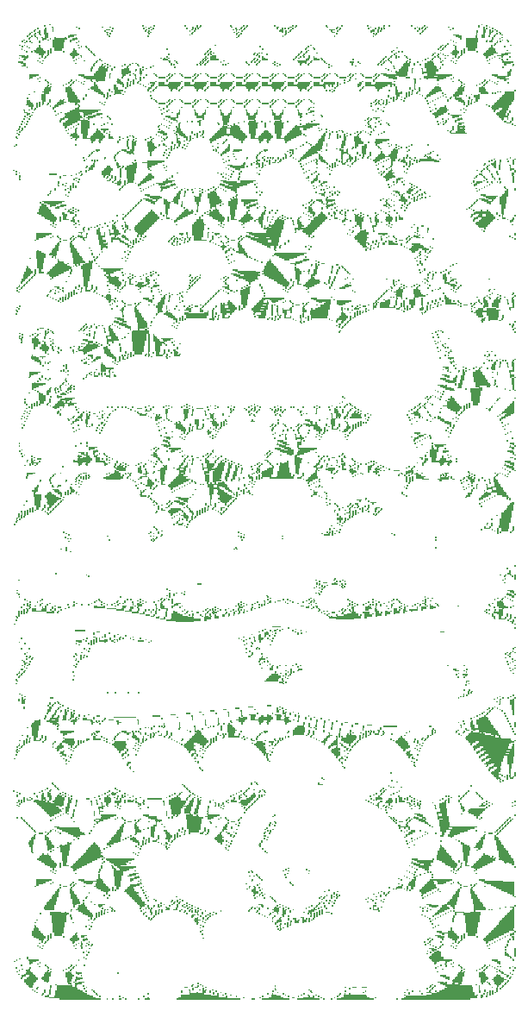
<source format=gbo>
%MOIN*%
%OFA0B0*%
%FSLAX44Y44*%
%IPPOS*%
%LPD*%
%ADD10R,0.0024999999999999996X0.0049933867641544791*%
D10*
X00002903Y00001959D02*
X00004503Y00001959D01*
X00004753Y00001959D02*
X00004753Y00001959D01*
X00005003Y00001959D02*
X00004953Y00001959D01*
X00005203Y00001959D02*
X00005303Y00001959D01*
X00005503Y00001959D02*
X00005453Y00001959D01*
X00006003Y00001959D02*
X00005953Y00001959D01*
X00006203Y00001959D02*
X00006403Y00001959D01*
X00007453Y00001959D02*
X00009903Y00001959D01*
X00010353Y00001959D02*
X00010453Y00001959D01*
X00010753Y00001959D02*
X00011803Y00001959D01*
X00012103Y00001959D02*
X00012953Y00001959D01*
X00013153Y00001959D02*
X00013103Y00001959D01*
X00013453Y00001959D02*
X00013403Y00001959D01*
X00013653Y00001959D02*
X00015053Y00001959D01*
X00015203Y00001959D02*
X00015203Y00001959D01*
X00016003Y00001959D02*
X00015953Y00001959D01*
X00016153Y00001959D02*
X00018803Y00001959D01*
X00002503Y00002009D02*
X00004303Y00002009D01*
X00004603Y00002009D02*
X00004604Y00002009D01*
X00005103Y00002009D02*
X00005104Y00002009D01*
X00005403Y00002009D02*
X00005354Y00002009D01*
X00006103Y00002009D02*
X00006103Y00002009D01*
X00006353Y00002009D02*
X00006303Y00002009D01*
X00007503Y00002009D02*
X00009403Y00002009D01*
X00010003Y00002009D02*
X00010053Y00002009D01*
X00010703Y00002009D02*
X00010653Y00002009D01*
X00011003Y00002009D02*
X00011554Y00002009D01*
X00011903Y00002009D02*
X00012004Y00002009D01*
X00012353Y00002009D02*
X00012753Y00002009D01*
X00013053Y00002009D02*
X00013003Y00002009D01*
X00013553Y00002009D02*
X00013553Y00002009D01*
X00013803Y00002009D02*
X00014903Y00002009D01*
X00015153Y00002009D02*
X00015103Y00002009D01*
X00016253Y00002009D02*
X00019053Y00002009D01*
X00019203Y00002009D02*
X00019253Y00002009D01*
X00002353Y00002059D02*
X00002503Y00002059D01*
X00002703Y00002059D02*
X00004203Y00002059D01*
X00004503Y00002059D02*
X00004454Y00002059D01*
X00005253Y00002059D02*
X00005204Y00002059D01*
X00006203Y00002059D02*
X00006153Y00002059D01*
X00007603Y00002059D02*
X00009053Y00002059D01*
X00009403Y00002059D02*
X00009353Y00002059D01*
X00009753Y00002059D02*
X00009753Y00002059D01*
X00010803Y00002059D02*
X00010753Y00002059D01*
X00011103Y00002059D02*
X00011453Y00002059D01*
X00011803Y00002059D02*
X00011753Y00002059D01*
X00012153Y00002059D02*
X00012153Y00002059D01*
X00012553Y00002059D02*
X00012603Y00002059D01*
X00012753Y00002059D02*
X00012703Y00002059D01*
X00012953Y00002059D02*
X00012903Y00002059D01*
X00013703Y00002059D02*
X00013653Y00002059D01*
X00013903Y00002059D02*
X00014803Y00002059D01*
X00016303Y00002059D02*
X00019053Y00002059D01*
X00019203Y00002059D02*
X00019303Y00002059D01*
X00019453Y00002059D02*
X00019403Y00002059D01*
X00002203Y00002109D02*
X00002253Y00002109D01*
X00002453Y00002109D02*
X00002503Y00002109D01*
X00002753Y00002109D02*
X00004053Y00002109D01*
X00004403Y00002109D02*
X00004353Y00002109D01*
X00007603Y00002109D02*
X00008753Y00002109D01*
X00009053Y00002109D02*
X00009003Y00002109D01*
X00009253Y00002109D02*
X00009203Y00002109D01*
X00009503Y00002109D02*
X00009554Y00002109D01*
X00010903Y00002109D02*
X00010903Y00002109D01*
X00011103Y00002109D02*
X00011303Y00002109D01*
X00011653Y00002109D02*
X00011653Y00002109D01*
X00012303Y00002109D02*
X00012253Y00002109D01*
X00012553Y00002109D02*
X00012503Y00002109D01*
X00012853Y00002109D02*
X00012803Y00002109D01*
X00013753Y00002109D02*
X00013703Y00002109D01*
X00013903Y00002109D02*
X00014753Y00002109D01*
X00016303Y00002109D02*
X00016253Y00002109D01*
X00017103Y00002109D02*
X00018953Y00002109D01*
X00019103Y00002109D02*
X00019053Y00002109D01*
X00019203Y00002109D02*
X00019303Y00002109D01*
X00019453Y00002109D02*
X00019453Y00002109D01*
X00019603Y00002109D02*
X00019553Y00002109D01*
X00002103Y00002159D02*
X00002103Y00002159D01*
X00002303Y00002159D02*
X00002253Y00002159D01*
X00002503Y00002159D02*
X00002554Y00002159D01*
X00002753Y00002159D02*
X00003953Y00002159D01*
X00004353Y00002159D02*
X00004303Y00002159D01*
X00006353Y00002159D02*
X00006303Y00002159D01*
X00007603Y00002159D02*
X00007603Y00002159D01*
X00007953Y00002159D02*
X00008503Y00002159D01*
X00008703Y00002159D02*
X00008704Y00002159D01*
X00008903Y00002159D02*
X00008854Y00002159D01*
X00009053Y00002159D02*
X00009003Y00002159D01*
X00009353Y00002159D02*
X00009303Y00002159D01*
X00011003Y00002159D02*
X00010954Y00002159D01*
X00011153Y00002159D02*
X00011153Y00002159D01*
X00011603Y00002159D02*
X00011554Y00002159D01*
X00012403Y00002159D02*
X00012353Y00002159D01*
X00013803Y00002159D02*
X00013753Y00002159D01*
X00013953Y00002159D02*
X00013953Y00002159D01*
X00014103Y00002159D02*
X00014153Y00002159D01*
X00014803Y00002159D02*
X00014803Y00002159D01*
X00016453Y00002159D02*
X00016403Y00002159D01*
X00016953Y00002159D02*
X00016903Y00002159D01*
X00017103Y00002159D02*
X00017103Y00002159D01*
X00017303Y00002159D02*
X00018953Y00002159D01*
X00019203Y00002159D02*
X00019203Y00002159D01*
X00019353Y00002159D02*
X00019303Y00002159D01*
X00019453Y00002159D02*
X00019453Y00002159D01*
X00019603Y00002159D02*
X00019553Y00002159D01*
X00019703Y00002159D02*
X00019653Y00002159D01*
X00002053Y00002209D02*
X00002003Y00002209D01*
X00002353Y00002209D02*
X00002304Y00002209D01*
X00002503Y00002209D02*
X00002554Y00002209D01*
X00002753Y00002209D02*
X00003853Y00002209D01*
X00004303Y00002209D02*
X00004253Y00002209D01*
X00007653Y00002209D02*
X00007603Y00002209D01*
X00007953Y00002209D02*
X00007953Y00002209D01*
X00008253Y00002209D02*
X00008203Y00002209D01*
X00008453Y00002209D02*
X00008554Y00002209D01*
X00008753Y00002209D02*
X00008704Y00002209D01*
X00008903Y00002209D02*
X00008854Y00002209D01*
X00009153Y00002209D02*
X00009153Y00002209D01*
X00011353Y00002209D02*
X00011353Y00002209D01*
X00012703Y00002209D02*
X00012653Y00002209D01*
X00014103Y00002209D02*
X00014103Y00002209D01*
X00014703Y00002209D02*
X00014653Y00002209D01*
X00016303Y00002209D02*
X00016253Y00002209D01*
X00016453Y00002209D02*
X00016403Y00002209D01*
X00017103Y00002209D02*
X00017303Y00002209D01*
X00017503Y00002209D02*
X00018953Y00002209D01*
X00019153Y00002209D02*
X00019203Y00002209D01*
X00019503Y00002209D02*
X00019453Y00002209D01*
X00019603Y00002209D02*
X00019553Y00002209D01*
X00019703Y00002209D02*
X00019653Y00002209D01*
X00019803Y00002209D02*
X00019753Y00002209D01*
X00001953Y00002259D02*
X00001954Y00002259D01*
X00002353Y00002259D02*
X00002304Y00002259D01*
X00002503Y00002259D02*
X00002554Y00002259D01*
X00002753Y00002259D02*
X00003803Y00002259D01*
X00003953Y00002259D02*
X00003903Y00002259D01*
X00004253Y00002259D02*
X00004203Y00002259D01*
X00007653Y00002259D02*
X00007603Y00002259D01*
X00007953Y00002259D02*
X00007953Y00002259D01*
X00008103Y00002259D02*
X00008103Y00002259D01*
X00008303Y00002259D02*
X00008303Y00002259D01*
X00008453Y00002259D02*
X00008554Y00002259D01*
X00008753Y00002259D02*
X00008704Y00002259D01*
X00009003Y00002259D02*
X00008953Y00002259D01*
X00011203Y00002259D02*
X00011153Y00002259D01*
X00012653Y00002259D02*
X00012603Y00002259D01*
X00014003Y00002259D02*
X00013953Y00002259D01*
X00014103Y00002259D02*
X00014103Y00002259D01*
X00014753Y00002259D02*
X00014753Y00002259D01*
X00016553Y00002259D02*
X00016603Y00002259D01*
X00016853Y00002259D02*
X00016853Y00002259D01*
X00017203Y00002259D02*
X00017253Y00002259D01*
X00017503Y00002259D02*
X00017453Y00002259D01*
X00017603Y00002259D02*
X00018903Y00002259D01*
X00019153Y00002259D02*
X00019203Y00002259D01*
X00019403Y00002259D02*
X00019353Y00002259D01*
X00019603Y00002259D02*
X00019553Y00002259D01*
X00019703Y00002259D02*
X00019653Y00002259D01*
X00019853Y00002259D02*
X00019803Y00002259D01*
X00001903Y00002309D02*
X00001853Y00002309D01*
X00002003Y00002309D02*
X00002003Y00002309D01*
X00002353Y00002309D02*
X00002304Y00002309D01*
X00002503Y00002309D02*
X00002554Y00002309D01*
X00002803Y00002309D02*
X00003703Y00002309D01*
X00004003Y00002309D02*
X00004004Y00002309D01*
X00004203Y00002309D02*
X00004153Y00002309D01*
X00007953Y00002309D02*
X00007903Y00002309D01*
X00008103Y00002309D02*
X00008053Y00002309D01*
X00008353Y00002309D02*
X00008303Y00002309D01*
X00008503Y00002309D02*
X00008453Y00002309D01*
X00008603Y00002309D02*
X00008554Y00002309D01*
X00008853Y00002309D02*
X00008803Y00002309D01*
X00011253Y00002309D02*
X00011303Y00002309D01*
X00012603Y00002309D02*
X00012553Y00002309D01*
X00014103Y00002309D02*
X00014103Y00002309D01*
X00016403Y00002309D02*
X00016353Y00002309D01*
X00017003Y00002309D02*
X00017003Y00002309D01*
X00017303Y00002309D02*
X00017253Y00002309D01*
X00017703Y00002309D02*
X00018903Y00002309D01*
X00019153Y00002309D02*
X00019153Y00002309D01*
X00019403Y00002309D02*
X00019353Y00002309D01*
X00019703Y00002309D02*
X00019703Y00002309D01*
X00019853Y00002309D02*
X00019803Y00002309D01*
X00001803Y00002359D02*
X00001804Y00002359D01*
X00002053Y00002359D02*
X00002003Y00002359D01*
X00002553Y00002359D02*
X00002554Y00002359D01*
X00002803Y00002359D02*
X00003603Y00002359D01*
X00003903Y00002359D02*
X00003853Y00002359D01*
X00008103Y00002359D02*
X00008053Y00002359D01*
X00008203Y00002359D02*
X00008203Y00002359D01*
X00008503Y00002359D02*
X00008453Y00002359D01*
X00008703Y00002359D02*
X00008704Y00002359D01*
X00011253Y00002359D02*
X00011254Y00002359D01*
X00014153Y00002359D02*
X00014103Y00002359D01*
X00017153Y00002359D02*
X00017103Y00002359D01*
X00017353Y00002359D02*
X00017303Y00002359D01*
X00017803Y00002359D02*
X00018903Y00002359D01*
X00019153Y00002359D02*
X00019153Y00002359D01*
X00019703Y00002359D02*
X00019703Y00002359D01*
X00019853Y00002359D02*
X00019803Y00002359D01*
X00020003Y00002359D02*
X00019953Y00002359D01*
X00001753Y00002409D02*
X00001853Y00002409D01*
X00002103Y00002409D02*
X00002054Y00002409D01*
X00002553Y00002409D02*
X00002603Y00002409D01*
X00002803Y00002409D02*
X00003553Y00002409D01*
X00003953Y00002409D02*
X00003953Y00002409D01*
X00007603Y00002409D02*
X00007603Y00002409D01*
X00007753Y00002409D02*
X00007853Y00002409D01*
X00008153Y00002409D02*
X00008254Y00002409D01*
X00008603Y00002409D02*
X00008554Y00002409D01*
X00013953Y00002409D02*
X00014003Y00002409D01*
X00014253Y00002409D02*
X00014403Y00002409D01*
X00014603Y00002409D02*
X00014803Y00002409D01*
X00017253Y00002409D02*
X00017203Y00002409D01*
X00017403Y00002409D02*
X00017353Y00002409D01*
X00017703Y00002409D02*
X00017703Y00002409D01*
X00017903Y00002409D02*
X00018903Y00002409D01*
X00019153Y00002409D02*
X00019153Y00002409D01*
X00019653Y00002409D02*
X00019653Y00002409D01*
X00019853Y00002409D02*
X00019853Y00002409D01*
X00020053Y00002409D02*
X00020003Y00002409D01*
X00001703Y00002459D02*
X00001853Y00002459D01*
X00002553Y00002459D02*
X00002603Y00002459D01*
X00002803Y00002459D02*
X00003403Y00002459D01*
X00003553Y00002459D02*
X00003504Y00002459D01*
X00003853Y00002459D02*
X00003803Y00002459D01*
X00008053Y00002459D02*
X00008003Y00002459D01*
X00008303Y00002459D02*
X00008254Y00002459D01*
X00008453Y00002459D02*
X00008453Y00002459D01*
X00011253Y00002459D02*
X00011254Y00002459D01*
X00017303Y00002459D02*
X00017253Y00002459D01*
X00017453Y00002459D02*
X00017403Y00002459D01*
X00017603Y00002459D02*
X00017603Y00002459D01*
X00017853Y00002459D02*
X00018853Y00002459D01*
X00019153Y00002459D02*
X00019153Y00002459D01*
X00019603Y00002459D02*
X00019603Y00002459D01*
X00019853Y00002459D02*
X00019903Y00002459D01*
X00020103Y00002459D02*
X00020053Y00002459D01*
X00001653Y00002509D02*
X00001903Y00002509D01*
X00002803Y00002509D02*
X00002754Y00002509D01*
X00003353Y00002509D02*
X00003353Y00002509D01*
X00003503Y00002509D02*
X00003603Y00002509D01*
X00003903Y00002509D02*
X00003903Y00002509D01*
X00008103Y00002509D02*
X00008053Y00002509D01*
X00008403Y00002509D02*
X00008353Y00002509D01*
X00017353Y00002509D02*
X00017303Y00002509D01*
X00017503Y00002509D02*
X00017503Y00002509D01*
X00017753Y00002509D02*
X00018403Y00002509D01*
X00019003Y00002509D02*
X00019053Y00002509D01*
X00019603Y00002509D02*
X00019553Y00002509D01*
X00019803Y00002509D02*
X00019953Y00002509D01*
X00020153Y00002509D02*
X00020103Y00002509D01*
X00001603Y00002559D02*
X00001903Y00002559D01*
X00003253Y00002559D02*
X00003353Y00002559D01*
X00003503Y00002559D02*
X00003753Y00002559D01*
X00008303Y00002559D02*
X00008254Y00002559D01*
X00017653Y00002559D02*
X00017903Y00002559D01*
X00018103Y00002559D02*
X00018203Y00002559D01*
X00018353Y00002559D02*
X00018453Y00002559D01*
X00019303Y00002559D02*
X00019253Y00002559D01*
X00019553Y00002559D02*
X00019503Y00002559D01*
X00019753Y00002559D02*
X00020003Y00002559D01*
X00020203Y00002559D02*
X00020153Y00002559D01*
X00001553Y00002609D02*
X00001954Y00002609D01*
X00002403Y00002609D02*
X00002454Y00002609D01*
X00003203Y00002609D02*
X00003303Y00002609D01*
X00003503Y00002609D02*
X00003453Y00002609D01*
X00003653Y00002609D02*
X00003853Y00002609D01*
X00017553Y00002609D02*
X00017753Y00002609D01*
X00017903Y00002609D02*
X00017853Y00002609D01*
X00018153Y00002609D02*
X00018453Y00002609D01*
X00019203Y00002609D02*
X00019353Y00002609D01*
X00019503Y00002609D02*
X00019453Y00002609D01*
X00019753Y00002609D02*
X00020053Y00002609D01*
X00020253Y00002609D02*
X00020203Y00002609D01*
X00001553Y00002658D02*
X00002003Y00002658D01*
X00002303Y00002658D02*
X00002503Y00002658D01*
X00003203Y00002658D02*
X00003353Y00002658D01*
X00003503Y00002658D02*
X00003553Y00002658D01*
X00003803Y00002658D02*
X00003803Y00002658D01*
X00017603Y00002658D02*
X00017603Y00002658D01*
X00017803Y00002658D02*
X00017803Y00002658D01*
X00018103Y00002658D02*
X00018503Y00002658D01*
X00019203Y00002658D02*
X00019403Y00002658D01*
X00019703Y00002658D02*
X00020103Y00002658D01*
X00020303Y00002658D02*
X00020253Y00002658D01*
X00001553Y00002708D02*
X00002054Y00002708D01*
X00002253Y00002708D02*
X00002503Y00002708D01*
X00003203Y00002708D02*
X00003353Y00002708D01*
X00003503Y00002708D02*
X00003703Y00002708D01*
X00017703Y00002708D02*
X00017703Y00002708D01*
X00017953Y00002708D02*
X00018003Y00002708D01*
X00018153Y00002708D02*
X00018503Y00002708D01*
X00019203Y00002708D02*
X00019453Y00002708D01*
X00019653Y00002708D02*
X00020203Y00002708D01*
X00001453Y00002758D02*
X00001404Y00002758D01*
X00001653Y00002758D02*
X00002054Y00002758D01*
X00002203Y00002758D02*
X00002503Y00002758D01*
X00003203Y00002758D02*
X00003403Y00002758D01*
X00003553Y00002758D02*
X00003803Y00002758D01*
X00017603Y00002758D02*
X00017603Y00002758D01*
X00017853Y00002758D02*
X00018003Y00002758D01*
X00018203Y00002758D02*
X00018503Y00002758D01*
X00019203Y00002758D02*
X00019503Y00002758D01*
X00019703Y00002758D02*
X00020103Y00002758D01*
X00020353Y00002758D02*
X00020303Y00002758D01*
X00001453Y00002808D02*
X00001503Y00002808D01*
X00001703Y00002808D02*
X00002003Y00002808D01*
X00002253Y00002808D02*
X00002503Y00002808D01*
X00003153Y00002808D02*
X00003403Y00002808D01*
X00003553Y00002808D02*
X00003603Y00002808D01*
X00017753Y00002808D02*
X00018003Y00002808D01*
X00018253Y00002808D02*
X00018503Y00002808D01*
X00019153Y00002808D02*
X00019453Y00002808D01*
X00019753Y00002808D02*
X00020003Y00002808D01*
X00020253Y00002808D02*
X00020203Y00002808D01*
X00020403Y00002808D02*
X00020353Y00002808D01*
X00001453Y00002858D02*
X00001603Y00002858D01*
X00001753Y00002858D02*
X00001954Y00002858D01*
X00002303Y00002858D02*
X00002554Y00002858D01*
X00003153Y00002858D02*
X00003453Y00002858D01*
X00003753Y00002858D02*
X00003753Y00002858D01*
X00017653Y00002858D02*
X00017853Y00002858D01*
X00018303Y00002858D02*
X00018553Y00002858D01*
X00019153Y00002858D02*
X00019403Y00002858D01*
X00019803Y00002858D02*
X00019953Y00002858D01*
X00020203Y00002858D02*
X00020303Y00002858D01*
X00001353Y00002908D02*
X00001303Y00002908D01*
X00001553Y00002908D02*
X00001903Y00002908D01*
X00002303Y00002908D02*
X00002554Y00002908D01*
X00003153Y00002908D02*
X00003403Y00002908D01*
X00003603Y00002908D02*
X00003653Y00002908D01*
X00018303Y00002908D02*
X00018553Y00002908D01*
X00019153Y00002908D02*
X00019403Y00002908D01*
X00019853Y00002908D02*
X00019853Y00002908D01*
X00020103Y00002908D02*
X00020203Y00002908D01*
X00020453Y00002908D02*
X00020403Y00002908D01*
X00001403Y00002958D02*
X00001404Y00002958D01*
X00001603Y00002958D02*
X00001853Y00002958D01*
X00002353Y00002958D02*
X00002554Y00002958D01*
X00003153Y00002958D02*
X00003353Y00002958D01*
X00003553Y00002958D02*
X00003753Y00002958D01*
X00005203Y00002958D02*
X00005153Y00002958D01*
X00018353Y00002958D02*
X00018553Y00002958D01*
X00019153Y00002958D02*
X00019353Y00002958D01*
X00020003Y00002958D02*
X00020103Y00002958D01*
X00020353Y00002958D02*
X00020353Y00002958D01*
X00001303Y00003008D02*
X00001254Y00003008D01*
X00001503Y00003008D02*
X00001503Y00003008D01*
X00001653Y00003008D02*
X00001804Y00003008D01*
X00002403Y00003008D02*
X00002454Y00003008D01*
X00002603Y00003008D02*
X00002554Y00003008D01*
X00003253Y00003008D02*
X00003303Y00003008D01*
X00003553Y00003008D02*
X00003553Y00003008D01*
X00017553Y00003008D02*
X00017503Y00003008D01*
X00018403Y00003008D02*
X00018453Y00003008D01*
X00018603Y00003008D02*
X00018553Y00003008D01*
X00019253Y00003008D02*
X00019303Y00003008D01*
X00019853Y00003008D02*
X00019803Y00003008D01*
X00019953Y00003008D02*
X00020053Y00003008D01*
X00001353Y00003058D02*
X00001354Y00003058D01*
X00001603Y00003058D02*
X00001753Y00003058D01*
X00002503Y00003058D02*
X00002454Y00003058D01*
X00002703Y00003058D02*
X00002703Y00003058D01*
X00003053Y00003058D02*
X00003053Y00003058D01*
X00003353Y00003058D02*
X00003303Y00003058D01*
X00017603Y00003058D02*
X00017603Y00003058D01*
X00018503Y00003058D02*
X00018453Y00003058D01*
X00018703Y00003058D02*
X00018703Y00003058D01*
X00019053Y00003058D02*
X00019053Y00003058D01*
X00019353Y00003058D02*
X00019303Y00003058D01*
X00019903Y00003058D02*
X00019953Y00003058D01*
X00020503Y00003058D02*
X00020453Y00003058D01*
X00001503Y00003108D02*
X00001454Y00003108D01*
X00001703Y00003108D02*
X00001753Y00003108D01*
X00002603Y00003108D02*
X00002554Y00003108D01*
X00003203Y00003108D02*
X00003153Y00003108D01*
X00003403Y00003108D02*
X00003353Y00003108D01*
X00017753Y00003108D02*
X00017703Y00003108D01*
X00018603Y00003108D02*
X00018553Y00003108D01*
X00019203Y00003108D02*
X00019153Y00003108D01*
X00019403Y00003108D02*
X00019353Y00003108D01*
X00019853Y00003108D02*
X00019803Y00003108D01*
X00020403Y00003108D02*
X00020403Y00003108D01*
X00001253Y00003158D02*
X00001204Y00003158D01*
X00001803Y00003158D02*
X00001753Y00003158D01*
X00002503Y00003158D02*
X00002454Y00003158D01*
X00003303Y00003158D02*
X00003253Y00003158D01*
X00003453Y00003158D02*
X00003403Y00003158D01*
X00017503Y00003158D02*
X00017453Y00003158D01*
X00018503Y00003158D02*
X00018453Y00003158D01*
X00019303Y00003158D02*
X00019253Y00003158D01*
X00019453Y00003158D02*
X00019403Y00003158D01*
X00019753Y00003158D02*
X00019753Y00003158D01*
X00020353Y00003158D02*
X00020303Y00003158D01*
X00020553Y00003158D02*
X00020503Y00003158D01*
X00001303Y00003208D02*
X00001303Y00003208D01*
X00002153Y00003208D02*
X00002103Y00003208D01*
X00002453Y00003208D02*
X00002403Y00003208D01*
X00003353Y00003208D02*
X00003303Y00003208D01*
X00003503Y00003208D02*
X00003453Y00003208D01*
X00017553Y00003208D02*
X00017553Y00003208D01*
X00017903Y00003208D02*
X00017853Y00003208D01*
X00018153Y00003208D02*
X00018103Y00003208D01*
X00018453Y00003208D02*
X00018403Y00003208D01*
X00019353Y00003208D02*
X00019303Y00003208D01*
X00019503Y00003208D02*
X00019453Y00003208D01*
X00019653Y00003208D02*
X00019653Y00003208D01*
X00019903Y00003208D02*
X00019853Y00003208D01*
X00020003Y00003208D02*
X00019953Y00003208D01*
X00020453Y00003208D02*
X00020453Y00003208D01*
X00001453Y00003258D02*
X00001404Y00003258D01*
X00002203Y00003258D02*
X00002204Y00003258D01*
X00002403Y00003258D02*
X00002353Y00003258D01*
X00003403Y00003258D02*
X00003353Y00003258D01*
X00003553Y00003258D02*
X00003553Y00003258D01*
X00003903Y00003258D02*
X00003853Y00003258D01*
X00017703Y00003258D02*
X00017653Y00003258D01*
X00017903Y00003258D02*
X00017853Y00003258D01*
X00018203Y00003258D02*
X00018203Y00003258D01*
X00018403Y00003258D02*
X00018353Y00003258D01*
X00019403Y00003258D02*
X00019353Y00003258D01*
X00019553Y00003258D02*
X00019553Y00003258D01*
X00019803Y00003258D02*
X00019803Y00003258D01*
X00001803Y00003308D02*
X00001753Y00003308D01*
X00002103Y00003308D02*
X00002054Y00003308D01*
X00003803Y00003308D02*
X00003803Y00003308D01*
X00017453Y00003308D02*
X00017403Y00003308D01*
X00017853Y00003308D02*
X00017803Y00003308D01*
X00018103Y00003308D02*
X00018053Y00003308D01*
X00019703Y00003308D02*
X00019703Y00003308D01*
X00019953Y00003308D02*
X00019903Y00003308D01*
X00001753Y00003358D02*
X00001853Y00003358D01*
X00002153Y00003358D02*
X00002154Y00003358D01*
X00003603Y00003358D02*
X00003603Y00003358D01*
X00017403Y00003358D02*
X00017503Y00003358D01*
X00017903Y00003358D02*
X00017853Y00003358D01*
X00018153Y00003358D02*
X00018153Y00003358D01*
X00019603Y00003358D02*
X00019603Y00003358D01*
X00019853Y00003358D02*
X00019953Y00003358D01*
X00001203Y00003407D02*
X00001154Y00003407D01*
X00001753Y00003407D02*
X00002003Y00003407D01*
X00017353Y00003407D02*
X00017603Y00003407D01*
X00017853Y00003407D02*
X00018003Y00003407D01*
X00019753Y00003407D02*
X00019953Y00003407D01*
X00001253Y00003457D02*
X00001254Y00003457D01*
X00001703Y00003457D02*
X00002103Y00003457D01*
X00003653Y00003457D02*
X00003653Y00003457D01*
X00017303Y00003457D02*
X00018103Y00003457D01*
X00019653Y00003457D02*
X00019853Y00003457D01*
X00020503Y00003457D02*
X00020453Y00003457D01*
X00001403Y00003507D02*
X00001354Y00003507D01*
X00001703Y00003507D02*
X00001654Y00003507D01*
X00003953Y00003507D02*
X00003903Y00003507D01*
X00017253Y00003507D02*
X00017753Y00003507D01*
X00020453Y00003507D02*
X00020453Y00003507D01*
X00001703Y00003557D02*
X00001654Y00003557D01*
X00003853Y00003557D02*
X00003853Y00003557D01*
X00017203Y00003557D02*
X00017753Y00003557D01*
X00020353Y00003557D02*
X00020403Y00003557D01*
X00017103Y00003607D02*
X00017103Y00003607D01*
X00017253Y00003607D02*
X00017653Y00003607D01*
X00020253Y00003607D02*
X00020353Y00003607D01*
X00020553Y00003607D02*
X00020503Y00003607D01*
X00004003Y00003657D02*
X00003953Y00003657D01*
X00017303Y00003657D02*
X00017653Y00003657D01*
X00020153Y00003657D02*
X00020303Y00003657D01*
X00020553Y00003657D02*
X00020503Y00003657D01*
X00003903Y00003707D02*
X00003903Y00003707D01*
X00017153Y00003707D02*
X00017103Y00003707D01*
X00017353Y00003707D02*
X00017653Y00003707D01*
X00020153Y00003707D02*
X00020253Y00003707D01*
X00020553Y00003707D02*
X00020503Y00003707D01*
X00003853Y00003757D02*
X00003803Y00003757D01*
X00004053Y00003757D02*
X00004004Y00003757D01*
X00017303Y00003757D02*
X00017253Y00003757D01*
X00017403Y00003757D02*
X00017653Y00003757D01*
X00020153Y00003757D02*
X00020203Y00003757D01*
X00020553Y00003757D02*
X00020503Y00003757D01*
X00003953Y00003807D02*
X00003953Y00003807D01*
X00017153Y00003807D02*
X00017153Y00003807D01*
X00017403Y00003807D02*
X00017353Y00003807D01*
X00017503Y00003807D02*
X00017603Y00003807D01*
X00020203Y00003807D02*
X00020203Y00003807D01*
X00020553Y00003807D02*
X00020503Y00003807D01*
X00017303Y00003857D02*
X00017503Y00003857D01*
X00020203Y00003857D02*
X00020153Y00003857D01*
X00020553Y00003857D02*
X00020503Y00003857D01*
X00002253Y00003907D02*
X00002204Y00003907D01*
X00003553Y00003907D02*
X00003504Y00003907D01*
X00003803Y00003907D02*
X00003753Y00003907D01*
X00004103Y00003907D02*
X00004053Y00003907D01*
X00017203Y00003907D02*
X00017403Y00003907D01*
X00017603Y00003907D02*
X00017553Y00003907D01*
X00018253Y00003907D02*
X00018203Y00003907D01*
X00019553Y00003907D02*
X00019503Y00003907D01*
X00020553Y00003907D02*
X00020503Y00003907D01*
X00002153Y00003957D02*
X00002154Y00003957D01*
X00003603Y00003957D02*
X00003603Y00003957D01*
X00003803Y00003957D02*
X00003753Y00003957D01*
X00004003Y00003957D02*
X00004004Y00003957D01*
X00017503Y00003957D02*
X00017453Y00003957D01*
X00017653Y00003957D02*
X00017603Y00003957D01*
X00018153Y00003957D02*
X00018153Y00003957D01*
X00019603Y00003957D02*
X00019603Y00003957D01*
X00020203Y00003957D02*
X00020153Y00003957D01*
X00020503Y00003957D02*
X00020503Y00003957D01*
X00002103Y00004007D02*
X00002054Y00004007D01*
X00002303Y00004007D02*
X00002253Y00004007D01*
X00003503Y00004007D02*
X00003453Y00004007D01*
X00003703Y00004007D02*
X00003753Y00004007D01*
X00003953Y00004007D02*
X00003903Y00004007D01*
X00004153Y00004007D02*
X00004103Y00004007D01*
X00017403Y00004007D02*
X00017353Y00004007D01*
X00017703Y00004007D02*
X00017653Y00004007D01*
X00018103Y00004007D02*
X00018053Y00004007D01*
X00018303Y00004007D02*
X00018253Y00004007D01*
X00019503Y00004007D02*
X00019453Y00004007D01*
X00019703Y00004007D02*
X00019703Y00004007D01*
X00020253Y00004007D02*
X00020203Y00004007D01*
X00020503Y00004007D02*
X00020503Y00004007D01*
X00002203Y00004057D02*
X00002204Y00004057D01*
X00003553Y00004057D02*
X00003553Y00004057D01*
X00003803Y00004057D02*
X00003753Y00004057D01*
X00004053Y00004057D02*
X00004004Y00004057D01*
X00004203Y00004057D02*
X00004153Y00004057D01*
X00017103Y00004057D02*
X00017053Y00004057D01*
X00017253Y00004057D02*
X00017253Y00004057D01*
X00017753Y00004057D02*
X00017703Y00004057D01*
X00018203Y00004057D02*
X00018203Y00004057D01*
X00019553Y00004057D02*
X00019553Y00004057D01*
X00019803Y00004057D02*
X00019803Y00004057D01*
X00020253Y00004057D02*
X00020203Y00004057D01*
X00020503Y00004057D02*
X00020503Y00004057D01*
X00002153Y00004107D02*
X00002103Y00004107D01*
X00002353Y00004107D02*
X00002304Y00004107D01*
X00003453Y00004107D02*
X00003403Y00004107D01*
X00003653Y00004107D02*
X00003653Y00004107D01*
X00003803Y00004107D02*
X00003753Y00004107D01*
X00004003Y00004107D02*
X00003953Y00004107D01*
X00017203Y00004107D02*
X00017153Y00004107D01*
X00018153Y00004107D02*
X00018103Y00004107D01*
X00018353Y00004107D02*
X00018303Y00004107D01*
X00019453Y00004107D02*
X00019403Y00004107D01*
X00019653Y00004107D02*
X00019653Y00004107D01*
X00019903Y00004107D02*
X00019903Y00004107D01*
X00020503Y00004107D02*
X00020503Y00004107D01*
X00002253Y00004156D02*
X00002204Y00004156D01*
X00002403Y00004156D02*
X00002353Y00004156D01*
X00003403Y00004156D02*
X00003504Y00004156D01*
X00003753Y00004156D02*
X00003753Y00004156D01*
X00004053Y00004156D02*
X00004053Y00004156D01*
X00017053Y00004156D02*
X00017003Y00004156D01*
X00017253Y00004156D02*
X00017203Y00004156D01*
X00017703Y00004156D02*
X00017653Y00004156D01*
X00018253Y00004156D02*
X00018203Y00004156D01*
X00018403Y00004156D02*
X00018353Y00004156D01*
X00019403Y00004156D02*
X00019503Y00004156D01*
X00019753Y00004156D02*
X00019753Y00004156D01*
X00020003Y00004156D02*
X00020003Y00004156D01*
X00020303Y00004156D02*
X00020253Y00004156D01*
X00020503Y00004156D02*
X00020503Y00004156D01*
X00002203Y00004206D02*
X00002253Y00004206D01*
X00002453Y00004206D02*
X00002403Y00004206D01*
X00003353Y00004206D02*
X00003603Y00004206D01*
X00003803Y00004206D02*
X00003903Y00004206D01*
X00017103Y00004206D02*
X00017103Y00004206D01*
X00017303Y00004206D02*
X00017253Y00004206D01*
X00017603Y00004206D02*
X00017603Y00004206D01*
X00018203Y00004206D02*
X00018253Y00004206D01*
X00018453Y00004206D02*
X00018403Y00004206D01*
X00019353Y00004206D02*
X00019603Y00004206D01*
X00019853Y00004206D02*
X00019853Y00004206D01*
X00020103Y00004206D02*
X00020103Y00004206D01*
X00020303Y00004206D02*
X00020253Y00004206D01*
X00020503Y00004206D02*
X00020503Y00004206D01*
X00002103Y00004256D02*
X00002304Y00004256D01*
X00002503Y00004256D02*
X00002454Y00004256D01*
X00003303Y00004256D02*
X00003653Y00004256D01*
X00003803Y00004256D02*
X00004004Y00004256D01*
X00017203Y00004256D02*
X00017153Y00004256D01*
X00017353Y00004256D02*
X00017303Y00004256D01*
X00017503Y00004256D02*
X00017503Y00004256D01*
X00017753Y00004256D02*
X00017703Y00004256D01*
X00018103Y00004256D02*
X00018303Y00004256D01*
X00018503Y00004256D02*
X00018453Y00004256D01*
X00019303Y00004256D02*
X00019703Y00004256D01*
X00019953Y00004256D02*
X00019953Y00004256D01*
X00020203Y00004256D02*
X00020203Y00004256D01*
X00020353Y00004256D02*
X00020303Y00004256D01*
X00020453Y00004256D02*
X00020503Y00004256D01*
X00002003Y00004306D02*
X00002353Y00004306D01*
X00002503Y00004306D02*
X00002454Y00004306D01*
X00002603Y00004306D02*
X00002554Y00004306D01*
X00003203Y00004306D02*
X00003203Y00004306D01*
X00003353Y00004306D02*
X00003653Y00004306D01*
X00003953Y00004306D02*
X00003953Y00004306D01*
X00008503Y00004306D02*
X00008453Y00004306D01*
X00017253Y00004306D02*
X00017203Y00004306D01*
X00017403Y00004306D02*
X00017403Y00004306D01*
X00017653Y00004306D02*
X00017753Y00004306D01*
X00018003Y00004306D02*
X00018353Y00004306D01*
X00018503Y00004306D02*
X00018453Y00004306D01*
X00018603Y00004306D02*
X00018553Y00004306D01*
X00019203Y00004306D02*
X00019203Y00004306D01*
X00019353Y00004306D02*
X00019803Y00004306D01*
X00020053Y00004306D02*
X00020053Y00004306D01*
X00020303Y00004306D02*
X00020303Y00004306D01*
X00020453Y00004306D02*
X00020503Y00004306D01*
X00001903Y00004356D02*
X00002353Y00004356D01*
X00002503Y00004356D02*
X00002454Y00004356D01*
X00002603Y00004356D02*
X00002554Y00004356D01*
X00002703Y00004356D02*
X00002703Y00004356D01*
X00003053Y00004356D02*
X00003103Y00004356D01*
X00003403Y00004356D02*
X00003603Y00004356D01*
X00003753Y00004356D02*
X00003853Y00004356D01*
X00017553Y00004356D02*
X00017803Y00004356D01*
X00017953Y00004356D02*
X00018353Y00004356D01*
X00018503Y00004356D02*
X00018453Y00004356D01*
X00018603Y00004356D02*
X00018553Y00004356D01*
X00018703Y00004356D02*
X00018703Y00004356D01*
X00019053Y00004356D02*
X00019103Y00004356D01*
X00019403Y00004356D02*
X00019903Y00004356D01*
X00020153Y00004356D02*
X00020153Y00004356D01*
X00020403Y00004356D02*
X00020503Y00004356D01*
X00001853Y00004406D02*
X00002304Y00004406D01*
X00002503Y00004406D02*
X00002454Y00004406D01*
X00002603Y00004406D02*
X00002554Y00004406D01*
X00002703Y00004406D02*
X00003003Y00004406D01*
X00003453Y00004406D02*
X00003603Y00004406D01*
X00003753Y00004406D02*
X00003953Y00004406D01*
X00017453Y00004406D02*
X00017653Y00004406D01*
X00017803Y00004406D02*
X00017803Y00004406D01*
X00017953Y00004406D02*
X00018303Y00004406D01*
X00018503Y00004406D02*
X00018453Y00004406D01*
X00018603Y00004406D02*
X00018553Y00004406D01*
X00018703Y00004406D02*
X00019003Y00004406D01*
X00019453Y00004406D02*
X00020003Y00004406D01*
X00020253Y00004406D02*
X00020253Y00004406D01*
X00020403Y00004406D02*
X00020353Y00004406D01*
X00020503Y00004406D02*
X00020503Y00004406D01*
X00001853Y00004456D02*
X00002253Y00004456D01*
X00002603Y00004456D02*
X00002554Y00004456D01*
X00002703Y00004456D02*
X00003003Y00004456D01*
X00003503Y00004456D02*
X00003553Y00004456D01*
X00008453Y00004456D02*
X00008404Y00004456D01*
X00017503Y00004456D02*
X00017503Y00004456D01*
X00017703Y00004456D02*
X00017803Y00004456D01*
X00017953Y00004456D02*
X00018253Y00004456D01*
X00018603Y00004456D02*
X00018553Y00004456D01*
X00018703Y00004456D02*
X00019003Y00004456D01*
X00019503Y00004456D02*
X00020103Y00004456D01*
X00020353Y00004456D02*
X00020503Y00004456D01*
X00001853Y00004506D02*
X00002204Y00004506D01*
X00002703Y00004506D02*
X00003053Y00004506D01*
X00003553Y00004506D02*
X00003603Y00004506D01*
X00017603Y00004506D02*
X00018203Y00004506D01*
X00018703Y00004506D02*
X00019053Y00004506D01*
X00019553Y00004506D02*
X00020203Y00004506D01*
X00020453Y00004506D02*
X00020503Y00004506D01*
X00001853Y00004556D02*
X00002154Y00004556D01*
X00002653Y00004556D02*
X00003053Y00004556D01*
X00008403Y00004556D02*
X00008353Y00004556D01*
X00017503Y00004556D02*
X00017703Y00004556D01*
X00017953Y00004556D02*
X00018153Y00004556D01*
X00018653Y00004556D02*
X00019053Y00004556D01*
X00019603Y00004556D02*
X00020303Y00004556D01*
X00020553Y00004556D02*
X00020503Y00004556D01*
X00001903Y00004606D02*
X00002103Y00004606D01*
X00002653Y00004606D02*
X00003053Y00004606D01*
X00008453Y00004606D02*
X00008404Y00004606D01*
X00011453Y00004606D02*
X00011403Y00004606D01*
X00018053Y00004606D02*
X00018103Y00004606D01*
X00018653Y00004606D02*
X00019053Y00004606D01*
X00019653Y00004606D02*
X00020503Y00004606D01*
X00001903Y00004656D02*
X00002103Y00004656D01*
X00002653Y00004656D02*
X00003053Y00004656D01*
X00004103Y00004656D02*
X00004053Y00004656D01*
X00011403Y00004656D02*
X00011353Y00004656D01*
X00011503Y00004656D02*
X00011453Y00004656D01*
X00018053Y00004656D02*
X00018103Y00004656D01*
X00018653Y00004656D02*
X00019053Y00004656D01*
X00019703Y00004656D02*
X00020453Y00004656D01*
X00001953Y00004706D02*
X00002054Y00004706D01*
X00002653Y00004706D02*
X00003053Y00004706D01*
X00004003Y00004706D02*
X00004004Y00004706D01*
X00008353Y00004706D02*
X00008353Y00004706D01*
X00011453Y00004706D02*
X00011453Y00004706D01*
X00011603Y00004706D02*
X00011554Y00004706D01*
X00017403Y00004706D02*
X00017353Y00004706D01*
X00018103Y00004706D02*
X00018053Y00004706D01*
X00018653Y00004706D02*
X00019053Y00004706D01*
X00019753Y00004706D02*
X00020503Y00004706D01*
X00001953Y00004756D02*
X00002003Y00004756D01*
X00002653Y00004756D02*
X00003103Y00004756D01*
X00003953Y00004756D02*
X00003903Y00004756D01*
X00004153Y00004756D02*
X00004103Y00004756D01*
X00008303Y00004756D02*
X00008303Y00004756D01*
X00008503Y00004756D02*
X00008453Y00004756D01*
X00011353Y00004756D02*
X00011303Y00004756D01*
X00011453Y00004756D02*
X00011453Y00004756D01*
X00011603Y00004756D02*
X00011603Y00004756D01*
X00011753Y00004756D02*
X00011703Y00004756D01*
X00017453Y00004756D02*
X00017453Y00004756D01*
X00018653Y00004756D02*
X00019103Y00004756D01*
X00019803Y00004756D02*
X00020503Y00004756D01*
X00001953Y00004806D02*
X00001954Y00004806D01*
X00002653Y00004806D02*
X00003103Y00004806D01*
X00004053Y00004806D02*
X00004053Y00004806D01*
X00008353Y00004806D02*
X00008404Y00004806D01*
X00011403Y00004806D02*
X00011453Y00004806D01*
X00011603Y00004806D02*
X00011603Y00004806D01*
X00011753Y00004806D02*
X00011703Y00004806D01*
X00011853Y00004806D02*
X00011803Y00004806D01*
X00017603Y00004806D02*
X00017553Y00004806D01*
X00018653Y00004806D02*
X00019103Y00004806D01*
X00019853Y00004806D02*
X00020503Y00004806D01*
X00002653Y00004856D02*
X00003103Y00004856D01*
X00008253Y00004856D02*
X00008203Y00004856D01*
X00011303Y00004856D02*
X00011254Y00004856D01*
X00011503Y00004856D02*
X00011453Y00004856D01*
X00011653Y00004856D02*
X00011603Y00004856D01*
X00011753Y00004856D02*
X00011703Y00004856D01*
X00011853Y00004856D02*
X00011853Y00004856D01*
X00012003Y00004856D02*
X00012004Y00004856D01*
X00017353Y00004856D02*
X00017303Y00004856D01*
X00018653Y00004856D02*
X00019103Y00004856D01*
X00019903Y00004856D02*
X00020503Y00004856D01*
X00002003Y00004905D02*
X00001954Y00004905D01*
X00002603Y00004905D02*
X00003103Y00004905D01*
X00003453Y00004905D02*
X00003403Y00004905D01*
X00004203Y00004905D02*
X00004153Y00004905D01*
X00008203Y00004905D02*
X00008303Y00004905D01*
X00008553Y00004905D02*
X00008503Y00004905D01*
X00011253Y00004905D02*
X00011353Y00004905D01*
X00011503Y00004905D02*
X00011503Y00004905D01*
X00011753Y00004905D02*
X00011703Y00004905D01*
X00011853Y00004905D02*
X00011853Y00004905D01*
X00012003Y00004905D02*
X00012153Y00004905D01*
X00012303Y00004905D02*
X00012353Y00004905D01*
X00017403Y00004905D02*
X00017403Y00004905D01*
X00018603Y00004905D02*
X00019103Y00004905D01*
X00019903Y00004905D02*
X00020503Y00004905D01*
X00002603Y00004955D02*
X00003153Y00004955D01*
X00004103Y00004955D02*
X00004103Y00004955D01*
X00008153Y00004955D02*
X00008254Y00004955D01*
X00008453Y00004955D02*
X00008453Y00004955D01*
X00011153Y00004955D02*
X00011153Y00004955D01*
X00011303Y00004955D02*
X00011503Y00004955D01*
X00011903Y00004955D02*
X00011853Y00004955D01*
X00012003Y00004955D02*
X00012153Y00004955D01*
X00012303Y00004955D02*
X00012453Y00004955D01*
X00012603Y00004955D02*
X00012553Y00004955D01*
X00017303Y00004955D02*
X00017253Y00004955D01*
X00017503Y00004955D02*
X00017503Y00004955D01*
X00018153Y00004955D02*
X00018103Y00004955D01*
X00018603Y00004955D02*
X00019153Y00004955D01*
X00019953Y00004955D02*
X00020503Y00004955D01*
X00002053Y00005005D02*
X00002003Y00005005D01*
X00002603Y00005005D02*
X00003153Y00005005D01*
X00004053Y00005005D02*
X00004004Y00005005D01*
X00004253Y00005005D02*
X00004203Y00005005D01*
X00006453Y00005005D02*
X00006403Y00005005D01*
X00008103Y00005005D02*
X00008353Y00005005D01*
X00008603Y00005005D02*
X00008554Y00005005D01*
X00011103Y00005005D02*
X00011103Y00005005D01*
X00011353Y00005005D02*
X00011503Y00005005D01*
X00011803Y00005005D02*
X00011753Y00005005D01*
X00012003Y00005005D02*
X00012053Y00005005D01*
X00012203Y00005005D02*
X00012153Y00005005D01*
X00012303Y00005005D02*
X00012453Y00005005D01*
X00012603Y00005005D02*
X00012553Y00005005D01*
X00012703Y00005005D02*
X00012653Y00005005D01*
X00017353Y00005005D02*
X00017353Y00005005D01*
X00017603Y00005005D02*
X00017603Y00005005D01*
X00018153Y00005005D02*
X00018103Y00005005D01*
X00018603Y00005005D02*
X00019153Y00005005D01*
X00020003Y00005005D02*
X00020503Y00005005D01*
X00002603Y00005055D02*
X00003153Y00005055D01*
X00003403Y00005055D02*
X00003353Y00005055D01*
X00004153Y00005055D02*
X00004103Y00005055D01*
X00004303Y00005055D02*
X00004253Y00005055D01*
X00006403Y00005055D02*
X00006354Y00005055D01*
X00006503Y00005055D02*
X00006453Y00005055D01*
X00008153Y00005055D02*
X00008254Y00005055D01*
X00008503Y00005055D02*
X00008453Y00005055D01*
X00008653Y00005055D02*
X00008603Y00005055D01*
X00011003Y00005055D02*
X00011004Y00005055D01*
X00011153Y00005055D02*
X00011153Y00005055D01*
X00011403Y00005055D02*
X00011453Y00005055D01*
X00011803Y00005055D02*
X00011753Y00005055D01*
X00011953Y00005055D02*
X00012053Y00005055D01*
X00012303Y00005055D02*
X00012353Y00005055D01*
X00012503Y00005055D02*
X00012453Y00005055D01*
X00012603Y00005055D02*
X00012553Y00005055D01*
X00012753Y00005055D02*
X00012703Y00005055D01*
X00017253Y00005055D02*
X00017203Y00005055D01*
X00017453Y00005055D02*
X00017453Y00005055D01*
X00017703Y00005055D02*
X00017703Y00005055D01*
X00018153Y00005055D02*
X00018103Y00005055D01*
X00018603Y00005055D02*
X00019153Y00005055D01*
X00020053Y00005055D02*
X00020503Y00005055D01*
X00002603Y00005105D02*
X00003153Y00005105D01*
X00003403Y00005105D02*
X00003353Y00005105D01*
X00004103Y00005105D02*
X00004153Y00005105D01*
X00004353Y00005105D02*
X00004303Y00005105D01*
X00006403Y00005105D02*
X00006354Y00005105D01*
X00006553Y00005105D02*
X00006503Y00005105D01*
X00008053Y00005105D02*
X00008003Y00005105D01*
X00008253Y00005105D02*
X00008254Y00005105D01*
X00008453Y00005105D02*
X00008503Y00005105D01*
X00008703Y00005105D02*
X00008653Y00005105D01*
X00010953Y00005105D02*
X00010954Y00005105D01*
X00011203Y00005105D02*
X00011153Y00005105D01*
X00011453Y00005105D02*
X00011503Y00005105D01*
X00012253Y00005105D02*
X00012353Y00005105D01*
X00012603Y00005105D02*
X00012603Y00005105D01*
X00012803Y00005105D02*
X00012753Y00005105D01*
X00017153Y00005105D02*
X00017153Y00005105D01*
X00017303Y00005105D02*
X00017303Y00005105D01*
X00017553Y00005105D02*
X00017553Y00005105D01*
X00017803Y00005105D02*
X00017803Y00005105D01*
X00018203Y00005105D02*
X00018153Y00005105D01*
X00018603Y00005105D02*
X00019153Y00005105D01*
X00020103Y00005105D02*
X00020503Y00005105D01*
X00002603Y00005155D02*
X00003153Y00005155D01*
X00003353Y00005155D02*
X00003303Y00005155D01*
X00004003Y00005155D02*
X00004203Y00005155D01*
X00004353Y00005155D02*
X00004303Y00005155D01*
X00004453Y00005155D02*
X00004403Y00005155D01*
X00006303Y00005155D02*
X00006254Y00005155D01*
X00006403Y00005155D02*
X00006403Y00005155D01*
X00006603Y00005155D02*
X00006553Y00005155D01*
X00008003Y00005155D02*
X00008103Y00005155D01*
X00008403Y00005155D02*
X00008353Y00005155D01*
X00008603Y00005155D02*
X00008554Y00005155D01*
X00008753Y00005155D02*
X00008704Y00005155D01*
X00010853Y00005155D02*
X00010854Y00005155D01*
X00011003Y00005155D02*
X00011004Y00005155D01*
X00011253Y00005155D02*
X00011203Y00005155D01*
X00011553Y00005155D02*
X00011603Y00005155D01*
X00011803Y00005155D02*
X00011753Y00005155D01*
X00012603Y00005155D02*
X00012653Y00005155D01*
X00012803Y00005155D02*
X00012753Y00005155D01*
X00012903Y00005155D02*
X00012853Y00005155D01*
X00017053Y00005155D02*
X00017053Y00005155D01*
X00017353Y00005155D02*
X00017403Y00005155D01*
X00017653Y00005155D02*
X00017653Y00005155D01*
X00017903Y00005155D02*
X00017903Y00005155D01*
X00018203Y00005155D02*
X00018153Y00005155D01*
X00018603Y00005155D02*
X00019153Y00005155D01*
X00020153Y00005155D02*
X00020503Y00005155D01*
X00002553Y00005205D02*
X00003203Y00005205D01*
X00003353Y00005205D02*
X00003303Y00005205D01*
X00003903Y00005205D02*
X00004203Y00005205D01*
X00004353Y00005205D02*
X00004303Y00005205D01*
X00004453Y00005205D02*
X00004403Y00005205D01*
X00004553Y00005205D02*
X00004503Y00005205D01*
X00006153Y00005205D02*
X00006153Y00005205D01*
X00006453Y00005205D02*
X00006453Y00005205D01*
X00006653Y00005205D02*
X00006603Y00005205D01*
X00007903Y00005205D02*
X00007903Y00005205D01*
X00008053Y00005205D02*
X00008153Y00005205D01*
X00008303Y00005205D02*
X00008254Y00005205D01*
X00008403Y00005205D02*
X00008404Y00005205D01*
X00008603Y00005205D02*
X00008704Y00005205D01*
X00008853Y00005205D02*
X00008803Y00005205D01*
X00010753Y00005205D02*
X00010753Y00005205D01*
X00011053Y00005205D02*
X00011004Y00005205D01*
X00011503Y00005205D02*
X00011603Y00005205D01*
X00011803Y00005205D02*
X00011803Y00005205D01*
X00012403Y00005205D02*
X00012404Y00005205D01*
X00012653Y00005205D02*
X00012653Y00005205D01*
X00012803Y00005205D02*
X00012753Y00005205D01*
X00012903Y00005205D02*
X00012853Y00005205D01*
X00013003Y00005205D02*
X00012953Y00005205D01*
X00016903Y00005205D02*
X00016953Y00005205D01*
X00017403Y00005205D02*
X00017503Y00005205D01*
X00017753Y00005205D02*
X00017753Y00005205D01*
X00018003Y00005205D02*
X00018003Y00005205D01*
X00018253Y00005205D02*
X00018203Y00005205D01*
X00018553Y00005205D02*
X00019203Y00005205D01*
X00020203Y00005205D02*
X00020503Y00005205D01*
X00002203Y00005255D02*
X00002154Y00005255D01*
X00002553Y00005255D02*
X00003253Y00005255D01*
X00003803Y00005255D02*
X00004153Y00005255D01*
X00004353Y00005255D02*
X00004303Y00005255D01*
X00004453Y00005255D02*
X00004403Y00005255D01*
X00004553Y00005255D02*
X00004503Y00005255D01*
X00004653Y00005255D02*
X00004604Y00005255D01*
X00006203Y00005255D02*
X00006153Y00005255D01*
X00006453Y00005255D02*
X00006503Y00005255D01*
X00006653Y00005255D02*
X00006603Y00005255D01*
X00006753Y00005255D02*
X00006703Y00005255D01*
X00007803Y00005255D02*
X00007853Y00005255D01*
X00008103Y00005255D02*
X00008103Y00005255D01*
X00008253Y00005255D02*
X00008254Y00005255D01*
X00008453Y00005255D02*
X00008404Y00005255D01*
X00008753Y00005255D02*
X00008704Y00005255D01*
X00009003Y00005255D02*
X00008953Y00005255D01*
X00010603Y00005255D02*
X00010653Y00005255D01*
X00011103Y00005255D02*
X00011053Y00005255D01*
X00011353Y00005255D02*
X00011353Y00005255D01*
X00011553Y00005255D02*
X00011653Y00005255D01*
X00011803Y00005255D02*
X00011803Y00005255D01*
X00012403Y00005255D02*
X00012404Y00005255D01*
X00012553Y00005255D02*
X00012503Y00005255D01*
X00012653Y00005255D02*
X00012603Y00005255D01*
X00012803Y00005255D02*
X00012753Y00005255D01*
X00012903Y00005255D02*
X00012853Y00005255D01*
X00013003Y00005255D02*
X00012953Y00005255D01*
X00013103Y00005255D02*
X00013053Y00005255D01*
X00013453Y00005255D02*
X00013403Y00005255D01*
X00017453Y00005255D02*
X00017603Y00005255D01*
X00017853Y00005255D02*
X00017853Y00005255D01*
X00018103Y00005255D02*
X00018103Y00005255D01*
X00018253Y00005255D02*
X00018203Y00005255D01*
X00018553Y00005255D02*
X00019203Y00005255D01*
X00020253Y00005255D02*
X00020503Y00005255D01*
X00002553Y00005305D02*
X00002953Y00005305D01*
X00003153Y00005305D02*
X00003103Y00005305D01*
X00003753Y00005305D02*
X00004103Y00005305D01*
X00004453Y00005305D02*
X00004403Y00005305D01*
X00004553Y00005305D02*
X00004503Y00005305D01*
X00004653Y00005305D02*
X00004653Y00005305D01*
X00004803Y00005305D02*
X00004753Y00005305D01*
X00006253Y00005305D02*
X00006203Y00005305D01*
X00006403Y00005305D02*
X00006503Y00005305D01*
X00006653Y00005305D02*
X00006603Y00005305D01*
X00006753Y00005305D02*
X00006753Y00005305D01*
X00006903Y00005305D02*
X00006853Y00005305D01*
X00007703Y00005305D02*
X00007753Y00005305D01*
X00007903Y00005305D02*
X00007903Y00005305D01*
X00008053Y00005305D02*
X00008003Y00005305D01*
X00008153Y00005305D02*
X00008254Y00005305D01*
X00008453Y00005305D02*
X00008404Y00005305D01*
X00008853Y00005305D02*
X00008903Y00005305D01*
X00010503Y00005305D02*
X00010553Y00005305D01*
X00011203Y00005305D02*
X00011153Y00005305D01*
X00011303Y00005305D02*
X00011353Y00005305D01*
X00011553Y00005305D02*
X00011653Y00005305D01*
X00011853Y00005305D02*
X00011803Y00005305D01*
X00012403Y00005305D02*
X00012353Y00005305D01*
X00012553Y00005305D02*
X00012653Y00005305D01*
X00012903Y00005305D02*
X00012853Y00005305D01*
X00013003Y00005305D02*
X00012953Y00005305D01*
X00013103Y00005305D02*
X00013053Y00005305D01*
X00013203Y00005305D02*
X00013353Y00005305D01*
X00017503Y00005305D02*
X00017703Y00005305D01*
X00017953Y00005305D02*
X00017953Y00005305D01*
X00018203Y00005305D02*
X00018553Y00005305D01*
X00018803Y00005305D02*
X00019203Y00005305D01*
X00020303Y00005305D02*
X00020503Y00005305D01*
X00003353Y00005355D02*
X00003353Y00005355D01*
X00003653Y00005355D02*
X00004053Y00005355D01*
X00004553Y00005355D02*
X00004503Y00005355D01*
X00004653Y00005355D02*
X00004653Y00005355D01*
X00004803Y00005355D02*
X00004803Y00005355D01*
X00004953Y00005355D02*
X00004903Y00005355D01*
X00005053Y00005355D02*
X00005003Y00005355D01*
X00006103Y00005355D02*
X00006053Y00005355D01*
X00006403Y00005355D02*
X00006453Y00005355D01*
X00006653Y00005355D02*
X00006603Y00005355D01*
X00006753Y00005355D02*
X00006753Y00005355D01*
X00006903Y00005355D02*
X00006853Y00005355D01*
X00007003Y00005355D02*
X00007003Y00005355D01*
X00007553Y00005355D02*
X00007603Y00005355D01*
X00007803Y00005355D02*
X00007753Y00005355D01*
X00007953Y00005355D02*
X00007903Y00005355D01*
X00008053Y00005355D02*
X00008003Y00005355D01*
X00008203Y00005355D02*
X00008153Y00005355D01*
X00008303Y00005355D02*
X00008254Y00005355D01*
X00008553Y00005355D02*
X00008554Y00005355D01*
X00009153Y00005355D02*
X00009153Y00005355D01*
X00010253Y00005355D02*
X00010203Y00005355D01*
X00010403Y00005355D02*
X00010404Y00005355D01*
X00010603Y00005355D02*
X00010553Y00005355D01*
X00011203Y00005355D02*
X00011403Y00005355D01*
X00011553Y00005355D02*
X00011653Y00005355D01*
X00011853Y00005355D02*
X00011803Y00005355D01*
X00012553Y00005355D02*
X00012753Y00005355D01*
X00013003Y00005355D02*
X00012953Y00005355D01*
X00013103Y00005355D02*
X00013053Y00005355D01*
X00013203Y00005355D02*
X00013203Y00005355D01*
X00015303Y00005355D02*
X00015253Y00005355D01*
X00017003Y00005355D02*
X00016953Y00005355D01*
X00017153Y00005355D02*
X00017103Y00005355D01*
X00017553Y00005355D02*
X00017803Y00005355D01*
X00018053Y00005355D02*
X00018053Y00005355D01*
X00018203Y00005355D02*
X00018153Y00005355D01*
X00019003Y00005355D02*
X00018953Y00005355D01*
X00020353Y00005355D02*
X00020503Y00005355D01*
X00002353Y00005405D02*
X00002703Y00005405D01*
X00003403Y00005405D02*
X00003353Y00005405D01*
X00003553Y00005405D02*
X00004004Y00005405D01*
X00004703Y00005405D02*
X00004653Y00005405D01*
X00004803Y00005405D02*
X00004753Y00005405D01*
X00005003Y00005405D02*
X00004953Y00005405D01*
X00006153Y00005405D02*
X00006153Y00005405D01*
X00006453Y00005405D02*
X00006403Y00005405D01*
X00006803Y00005405D02*
X00006753Y00005405D01*
X00006903Y00005405D02*
X00006853Y00005405D01*
X00007003Y00005405D02*
X00007153Y00005405D01*
X00007303Y00005405D02*
X00007453Y00005405D01*
X00007653Y00005405D02*
X00007603Y00005405D01*
X00007953Y00005405D02*
X00008003Y00005405D01*
X00008203Y00005405D02*
X00008153Y00005405D01*
X00008403Y00005405D02*
X00008353Y00005405D01*
X00010303Y00005405D02*
X00010253Y00005405D01*
X00010503Y00005405D02*
X00010503Y00005405D01*
X00010653Y00005405D02*
X00010603Y00005405D01*
X00011153Y00005405D02*
X00011403Y00005405D01*
X00011603Y00005405D02*
X00011554Y00005405D01*
X00011703Y00005405D02*
X00011653Y00005405D01*
X00011953Y00005405D02*
X00011953Y00005405D01*
X00012303Y00005405D02*
X00012303Y00005405D01*
X00012653Y00005405D02*
X00012853Y00005405D01*
X00013103Y00005405D02*
X00013053Y00005405D01*
X00013203Y00005405D02*
X00013203Y00005405D01*
X00014903Y00005405D02*
X00014903Y00005405D01*
X00015053Y00005405D02*
X00015253Y00005405D01*
X00017303Y00005405D02*
X00017253Y00005405D01*
X00017603Y00005405D02*
X00017903Y00005405D01*
X00018203Y00005405D02*
X00018203Y00005405D01*
X00018953Y00005405D02*
X00019403Y00005405D01*
X00019553Y00005405D02*
X00019503Y00005405D01*
X00019653Y00005405D02*
X00019603Y00005405D01*
X00020403Y00005405D02*
X00020503Y00005405D01*
X00002303Y00005455D02*
X00002703Y00005455D01*
X00003603Y00005455D02*
X00003953Y00005455D01*
X00004603Y00005455D02*
X00004553Y00005455D01*
X00004953Y00005455D02*
X00004903Y00005455D01*
X00006053Y00005455D02*
X00006003Y00005455D01*
X00006253Y00005455D02*
X00006254Y00005455D01*
X00006403Y00005455D02*
X00006354Y00005455D01*
X00006503Y00005455D02*
X00006453Y00005455D01*
X00007053Y00005455D02*
X00007153Y00005455D01*
X00007403Y00005455D02*
X00007453Y00005455D01*
X00007703Y00005455D02*
X00007704Y00005455D01*
X00007853Y00005455D02*
X00007903Y00005455D01*
X00008053Y00005455D02*
X00008003Y00005455D01*
X00008303Y00005455D02*
X00008254Y00005455D01*
X00010353Y00005455D02*
X00010303Y00005455D01*
X00010503Y00005455D02*
X00010453Y00005455D01*
X00010653Y00005455D02*
X00010603Y00005455D01*
X00011003Y00005455D02*
X00010954Y00005455D01*
X00011203Y00005455D02*
X00011403Y00005455D01*
X00011603Y00005455D02*
X00011554Y00005455D01*
X00011803Y00005455D02*
X00011753Y00005455D01*
X00012453Y00005455D02*
X00012453Y00005455D01*
X00012753Y00005455D02*
X00012803Y00005455D01*
X00012953Y00005455D02*
X00012903Y00005455D01*
X00013203Y00005455D02*
X00013254Y00005455D01*
X00014953Y00005455D02*
X00014903Y00005455D01*
X00015053Y00005455D02*
X00015053Y00005455D01*
X00015253Y00005455D02*
X00015203Y00005455D01*
X00017003Y00005455D02*
X00016953Y00005455D01*
X00017153Y00005455D02*
X00017153Y00005455D01*
X00017653Y00005455D02*
X00018003Y00005455D01*
X00018153Y00005455D02*
X00018203Y00005455D01*
X00018953Y00005455D02*
X00019403Y00005455D01*
X00019953Y00005455D02*
X00019953Y00005455D01*
X00020453Y00005455D02*
X00020503Y00005455D01*
X00002303Y00005505D02*
X00002703Y00005505D01*
X00003453Y00005505D02*
X00003504Y00005505D01*
X00003653Y00005505D02*
X00003953Y00005505D01*
X00004503Y00005505D02*
X00004454Y00005505D01*
X00004703Y00005505D02*
X00004703Y00005505D01*
X00004903Y00005505D02*
X00004853Y00005505D01*
X00006053Y00005505D02*
X00006103Y00005505D01*
X00006353Y00005505D02*
X00006303Y00005505D01*
X00006553Y00005505D02*
X00006553Y00005505D01*
X00006703Y00005505D02*
X00006803Y00005505D01*
X00007053Y00005505D02*
X00007003Y00005505D01*
X00007453Y00005505D02*
X00007503Y00005505D01*
X00007703Y00005505D02*
X00007803Y00005505D01*
X00007953Y00005505D02*
X00007903Y00005505D01*
X00008153Y00005505D02*
X00008153Y00005505D01*
X00010403Y00005505D02*
X00010353Y00005505D01*
X00010553Y00005505D02*
X00010553Y00005505D01*
X00010803Y00005505D02*
X00010753Y00005505D01*
X00011253Y00005505D02*
X00011303Y00005505D01*
X00011453Y00005505D02*
X00011403Y00005505D01*
X00011703Y00005505D02*
X00011653Y00005505D01*
X00012603Y00005505D02*
X00012553Y00005505D01*
X00012853Y00005505D02*
X00012803Y00005505D01*
X00013053Y00005505D02*
X00013003Y00005505D01*
X00013153Y00005505D02*
X00013203Y00005505D01*
X00015053Y00005505D02*
X00015053Y00005505D01*
X00015403Y00005505D02*
X00015353Y00005505D01*
X00016903Y00005505D02*
X00016853Y00005505D01*
X00017053Y00005505D02*
X00017053Y00005505D01*
X00017303Y00005505D02*
X00017503Y00005505D01*
X00017703Y00005505D02*
X00017953Y00005505D01*
X00018103Y00005505D02*
X00018203Y00005505D01*
X00018953Y00005505D02*
X00019353Y00005505D01*
X00020203Y00005505D02*
X00020153Y00005505D01*
X00020353Y00005505D02*
X00020503Y00005505D01*
X00002353Y00005555D02*
X00002703Y00005555D01*
X00003453Y00005555D02*
X00003504Y00005555D01*
X00003653Y00005555D02*
X00003903Y00005555D01*
X00004403Y00005555D02*
X00004553Y00005555D01*
X00006003Y00005555D02*
X00006203Y00005555D01*
X00006353Y00005555D02*
X00006303Y00005555D01*
X00006603Y00005555D02*
X00006553Y00005555D01*
X00006753Y00005555D02*
X00006703Y00005555D01*
X00006853Y00005555D02*
X00006803Y00005555D01*
X00007203Y00005555D02*
X00007153Y00005555D01*
X00007453Y00005555D02*
X00007503Y00005555D01*
X00007653Y00005555D02*
X00007704Y00005555D01*
X00007853Y00005555D02*
X00007803Y00005555D01*
X00008053Y00005555D02*
X00008003Y00005555D01*
X00010703Y00005555D02*
X00010803Y00005555D01*
X00011353Y00005555D02*
X00011303Y00005555D01*
X00011553Y00005555D02*
X00011554Y00005555D01*
X00012703Y00005555D02*
X00012653Y00005555D01*
X00012903Y00005555D02*
X00012853Y00005555D01*
X00013203Y00005555D02*
X00013153Y00005555D01*
X00013503Y00005555D02*
X00013453Y00005555D01*
X00015053Y00005555D02*
X00015153Y00005555D01*
X00015303Y00005555D02*
X00015303Y00005555D01*
X00017203Y00005555D02*
X00017553Y00005555D01*
X00017703Y00005555D02*
X00017903Y00005555D01*
X00018053Y00005555D02*
X00018203Y00005555D01*
X00018953Y00005555D02*
X00019303Y00005555D01*
X00020553Y00005555D02*
X00020503Y00005555D01*
X00002403Y00005605D02*
X00002754Y00005605D01*
X00003453Y00005605D02*
X00003553Y00005605D01*
X00003753Y00005605D02*
X00003853Y00005605D01*
X00004303Y00005605D02*
X00004253Y00005605D01*
X00004403Y00005605D02*
X00004653Y00005605D01*
X00005953Y00005605D02*
X00006254Y00005605D01*
X00006753Y00005605D02*
X00006703Y00005605D01*
X00006953Y00005605D02*
X00006953Y00005605D01*
X00007303Y00005605D02*
X00007253Y00005605D01*
X00007453Y00005605D02*
X00007503Y00005605D01*
X00007753Y00005605D02*
X00007704Y00005605D01*
X00007953Y00005605D02*
X00007903Y00005605D01*
X00010603Y00005605D02*
X00010753Y00005605D01*
X00011453Y00005605D02*
X00011403Y00005605D01*
X00012953Y00005605D02*
X00012903Y00005605D01*
X00013403Y00005605D02*
X00013403Y00005605D01*
X00015103Y00005605D02*
X00015103Y00005605D01*
X00017103Y00005605D02*
X00017303Y00005605D01*
X00017803Y00005605D02*
X00018253Y00005605D01*
X00018953Y00005605D02*
X00019303Y00005605D01*
X00002403Y00005655D02*
X00002754Y00005655D01*
X00003403Y00005655D02*
X00003703Y00005655D01*
X00003853Y00005655D02*
X00003803Y00005655D01*
X00005903Y00005655D02*
X00006203Y00005655D01*
X00006853Y00005655D02*
X00006803Y00005655D01*
X00007103Y00005655D02*
X00007103Y00005655D01*
X00007353Y00005655D02*
X00007303Y00005655D01*
X00007503Y00005655D02*
X00007554Y00005655D01*
X00007853Y00005655D02*
X00007803Y00005655D01*
X00013003Y00005655D02*
X00012953Y00005655D01*
X00013153Y00005655D02*
X00013103Y00005655D01*
X00013353Y00005655D02*
X00013303Y00005655D01*
X00013553Y00005655D02*
X00013503Y00005655D01*
X00015153Y00005655D02*
X00015103Y00005655D01*
X00017903Y00005655D02*
X00018253Y00005655D01*
X00018903Y00005655D02*
X00019253Y00005655D01*
X00002453Y00005704D02*
X00002754Y00005704D01*
X00003403Y00005704D02*
X00003703Y00005704D01*
X00004153Y00005704D02*
X00004103Y00005704D01*
X00005853Y00005704D02*
X00006203Y00005704D01*
X00006703Y00005704D02*
X00006703Y00005704D01*
X00007253Y00005704D02*
X00007203Y00005704D01*
X00007403Y00005704D02*
X00007353Y00005704D01*
X00007503Y00005704D02*
X00007453Y00005704D01*
X00007603Y00005704D02*
X00007554Y00005704D01*
X00011303Y00005704D02*
X00011254Y00005704D01*
X00013053Y00005704D02*
X00013053Y00005704D01*
X00013453Y00005704D02*
X00013453Y00005704D01*
X00014853Y00005704D02*
X00014803Y00005704D01*
X00015453Y00005704D02*
X00015403Y00005704D01*
X00017953Y00005704D02*
X00018253Y00005704D01*
X00018903Y00005704D02*
X00019203Y00005704D01*
X00002503Y00005754D02*
X00002804Y00005754D01*
X00003403Y00005754D02*
X00003653Y00005754D01*
X00003853Y00005754D02*
X00003803Y00005754D01*
X00005803Y00005754D02*
X00006103Y00005754D01*
X00006353Y00005754D02*
X00006303Y00005754D01*
X00006653Y00005754D02*
X00006603Y00005754D01*
X00007303Y00005754D02*
X00007253Y00005754D01*
X00007503Y00005754D02*
X00007453Y00005754D01*
X00007703Y00005754D02*
X00007653Y00005754D01*
X00011253Y00005754D02*
X00011203Y00005754D01*
X00013253Y00005754D02*
X00013203Y00005754D01*
X00013403Y00005754D02*
X00013353Y00005754D01*
X00013603Y00005754D02*
X00013553Y00005754D01*
X00014903Y00005754D02*
X00014903Y00005754D01*
X00015053Y00005754D02*
X00015003Y00005754D01*
X00015353Y00005754D02*
X00015353Y00005754D01*
X00018003Y00005754D02*
X00018303Y00005754D01*
X00018903Y00005754D02*
X00019153Y00005754D01*
X00002553Y00005804D02*
X00002804Y00005804D01*
X00003403Y00005804D02*
X00003653Y00005804D01*
X00005753Y00005804D02*
X00006053Y00005804D01*
X00006403Y00005804D02*
X00006403Y00005804D01*
X00006603Y00005804D02*
X00006553Y00005804D01*
X00007603Y00005804D02*
X00007554Y00005804D01*
X00011203Y00005804D02*
X00011153Y00005804D01*
X00013103Y00005804D02*
X00013053Y00005804D01*
X00013503Y00005804D02*
X00013503Y00005804D01*
X00014803Y00005804D02*
X00014753Y00005804D01*
X00015003Y00005804D02*
X00014953Y00005804D01*
X00015203Y00005804D02*
X00015153Y00005804D01*
X00015503Y00005804D02*
X00015453Y00005804D01*
X00018053Y00005804D02*
X00018303Y00005804D01*
X00018903Y00005804D02*
X00019153Y00005804D01*
X00002603Y00005854D02*
X00002804Y00005854D01*
X00003353Y00005854D02*
X00003603Y00005854D01*
X00003953Y00005854D02*
X00003903Y00005854D01*
X00004803Y00005854D02*
X00004753Y00005854D01*
X00005703Y00005854D02*
X00006053Y00005854D01*
X00006303Y00005854D02*
X00006254Y00005854D01*
X00010503Y00005854D02*
X00010453Y00005854D01*
X00010853Y00005854D02*
X00010803Y00005854D01*
X00011153Y00005854D02*
X00011103Y00005854D01*
X00013003Y00005854D02*
X00012953Y00005854D01*
X00013153Y00005854D02*
X00013103Y00005854D01*
X00013453Y00005854D02*
X00013403Y00005854D01*
X00013653Y00005854D02*
X00013603Y00005854D01*
X00014853Y00005854D02*
X00014853Y00005854D01*
X00015203Y00005854D02*
X00015203Y00005854D01*
X00015403Y00005854D02*
X00015403Y00005854D01*
X00017003Y00005854D02*
X00016953Y00005854D01*
X00018103Y00005854D02*
X00018303Y00005854D01*
X00018853Y00005854D02*
X00019103Y00005854D01*
X00002603Y00005904D02*
X00002854Y00005904D01*
X00003353Y00005904D02*
X00003553Y00005904D01*
X00004003Y00005904D02*
X00003953Y00005904D01*
X00004703Y00005904D02*
X00004703Y00005904D01*
X00005653Y00005904D02*
X00006003Y00005904D01*
X00006353Y00005904D02*
X00006354Y00005904D01*
X00007453Y00005904D02*
X00007403Y00005904D01*
X00010553Y00005904D02*
X00010553Y00005904D01*
X00010903Y00005904D02*
X00010903Y00005904D01*
X00011103Y00005904D02*
X00011053Y00005904D01*
X00013053Y00005904D02*
X00013003Y00005904D01*
X00013203Y00005904D02*
X00013153Y00005904D01*
X00013453Y00005904D02*
X00013403Y00005904D01*
X00013553Y00005904D02*
X00013503Y00005904D01*
X00013703Y00005904D02*
X00013653Y00005904D01*
X00015203Y00005904D02*
X00015153Y00005904D01*
X00015353Y00005904D02*
X00015303Y00005904D01*
X00017053Y00005904D02*
X00017053Y00005904D01*
X00018103Y00005904D02*
X00018353Y00005904D01*
X00018853Y00005904D02*
X00019053Y00005904D01*
X00020553Y00005904D02*
X00020503Y00005904D01*
X00002653Y00005954D02*
X00002854Y00005954D01*
X00003353Y00005954D02*
X00003553Y00005954D01*
X00004003Y00005954D02*
X00004004Y00005954D01*
X00004653Y00005954D02*
X00004604Y00005954D01*
X00004853Y00005954D02*
X00004803Y00005954D01*
X00005603Y00005954D02*
X00005953Y00005954D01*
X00006253Y00005954D02*
X00006203Y00005954D01*
X00010453Y00005954D02*
X00010404Y00005954D01*
X00010653Y00005954D02*
X00010653Y00005954D01*
X00010803Y00005954D02*
X00010753Y00005954D01*
X00013253Y00005954D02*
X00013254Y00005954D01*
X00013453Y00005954D02*
X00013403Y00005954D01*
X00013653Y00005954D02*
X00013603Y00005954D01*
X00013753Y00005954D02*
X00013703Y00005954D01*
X00015353Y00005954D02*
X00015303Y00005954D01*
X00015553Y00005954D02*
X00015503Y00005954D01*
X00016953Y00005954D02*
X00016903Y00005954D01*
X00017153Y00005954D02*
X00017153Y00005954D01*
X00018153Y00005954D02*
X00018353Y00005954D01*
X00018853Y00005954D02*
X00019053Y00005954D01*
X00020453Y00005954D02*
X00020503Y00005954D01*
X00002703Y00006004D02*
X00002854Y00006004D01*
X00003353Y00006004D02*
X00003504Y00006004D01*
X00004753Y00006004D02*
X00004703Y00006004D01*
X00005553Y00006004D02*
X00005903Y00006004D01*
X00006303Y00006004D02*
X00006303Y00006004D01*
X00010453Y00006004D02*
X00010503Y00006004D01*
X00010703Y00006004D02*
X00010653Y00006004D01*
X00010853Y00006004D02*
X00010854Y00006004D01*
X00013553Y00006004D02*
X00013503Y00006004D01*
X00013653Y00006004D02*
X00013603Y00006004D01*
X00015053Y00006004D02*
X00015103Y00006004D01*
X00015503Y00006004D02*
X00015453Y00006004D01*
X00015603Y00006004D02*
X00015553Y00006004D01*
X00016953Y00006004D02*
X00017003Y00006004D01*
X00017253Y00006004D02*
X00017253Y00006004D01*
X00018203Y00006004D02*
X00018353Y00006004D01*
X00018853Y00006004D02*
X00019003Y00006004D01*
X00020353Y00006004D02*
X00020503Y00006004D01*
X00002753Y00006054D02*
X00002854Y00006054D01*
X00003303Y00006054D02*
X00003453Y00006054D01*
X00004053Y00006054D02*
X00004053Y00006054D01*
X00004703Y00006054D02*
X00004753Y00006054D01*
X00005503Y00006054D02*
X00005953Y00006054D01*
X00006203Y00006054D02*
X00006153Y00006054D01*
X00010403Y00006054D02*
X00010603Y00006054D01*
X00010753Y00006054D02*
X00010704Y00006054D01*
X00013553Y00006054D02*
X00013503Y00006054D01*
X00015253Y00006054D02*
X00015253Y00006054D01*
X00015503Y00006054D02*
X00015453Y00006054D01*
X00015653Y00006054D02*
X00015603Y00006054D01*
X00016903Y00006054D02*
X00017103Y00006054D01*
X00017353Y00006054D02*
X00017353Y00006054D01*
X00018253Y00006054D02*
X00018353Y00006054D01*
X00018803Y00006054D02*
X00018953Y00006054D01*
X00020253Y00006054D02*
X00020503Y00006054D01*
X00002753Y00006104D02*
X00002904Y00006104D01*
X00003303Y00006104D02*
X00003453Y00006104D01*
X00004603Y00006104D02*
X00004803Y00006104D01*
X00005403Y00006104D02*
X00005853Y00006104D01*
X00006253Y00006104D02*
X00006254Y00006104D01*
X00010353Y00006104D02*
X00010603Y00006104D01*
X00010803Y00006104D02*
X00010803Y00006104D01*
X00013203Y00006104D02*
X00013153Y00006104D01*
X00013653Y00006104D02*
X00013703Y00006104D01*
X00015403Y00006104D02*
X00015353Y00006104D01*
X00015703Y00006104D02*
X00015653Y00006104D01*
X00016853Y00006104D02*
X00017203Y00006104D01*
X00017453Y00006104D02*
X00017453Y00006104D01*
X00017653Y00006104D02*
X00017603Y00006104D01*
X00018253Y00006104D02*
X00018403Y00006104D01*
X00018803Y00006104D02*
X00018953Y00006104D01*
X00020103Y00006104D02*
X00020503Y00006104D01*
X00002803Y00006154D02*
X00002904Y00006154D01*
X00003303Y00006154D02*
X00003403Y00006154D01*
X00004503Y00006154D02*
X00004853Y00006154D01*
X00005003Y00006154D02*
X00004953Y00006154D01*
X00005103Y00006154D02*
X00005054Y00006154D01*
X00005303Y00006154D02*
X00005303Y00006154D01*
X00005453Y00006154D02*
X00005803Y00006154D01*
X00006153Y00006154D02*
X00006103Y00006154D01*
X00010203Y00006154D02*
X00010203Y00006154D01*
X00010353Y00006154D02*
X00010503Y00006154D01*
X00010703Y00006154D02*
X00010653Y00006154D01*
X00013303Y00006154D02*
X00013353Y00006154D01*
X00015503Y00006154D02*
X00015503Y00006154D01*
X00015803Y00006154D02*
X00015803Y00006154D01*
X00016353Y00006154D02*
X00016353Y00006154D01*
X00016503Y00006154D02*
X00016453Y00006154D01*
X00016703Y00006154D02*
X00016703Y00006154D01*
X00016853Y00006154D02*
X00017303Y00006154D01*
X00017553Y00006154D02*
X00017553Y00006154D01*
X00018303Y00006154D02*
X00018403Y00006154D01*
X00018803Y00006154D02*
X00018903Y00006154D01*
X00020003Y00006154D02*
X00020503Y00006154D01*
X00002853Y00006204D02*
X00002904Y00006204D01*
X00003303Y00006204D02*
X00003353Y00006204D01*
X00004403Y00006204D02*
X00004853Y00006204D01*
X00005003Y00006204D02*
X00004953Y00006204D01*
X00005103Y00006204D02*
X00005204Y00006204D01*
X00005503Y00006204D02*
X00005803Y00006204D01*
X00006203Y00006204D02*
X00006203Y00006204D01*
X00010203Y00006204D02*
X00010153Y00006204D01*
X00010403Y00006204D02*
X00010503Y00006204D01*
X00010753Y00006204D02*
X00010753Y00006204D01*
X00015603Y00006204D02*
X00015603Y00006204D01*
X00015853Y00006204D02*
X00015803Y00006204D01*
X00015953Y00006204D02*
X00015903Y00006204D01*
X00016253Y00006204D02*
X00016253Y00006204D01*
X00016403Y00006204D02*
X00016353Y00006204D01*
X00016503Y00006204D02*
X00016603Y00006204D01*
X00016903Y00006204D02*
X00017403Y00006204D01*
X00017603Y00006204D02*
X00017553Y00006204D01*
X00018353Y00006204D02*
X00018403Y00006204D01*
X00018803Y00006204D02*
X00018853Y00006204D01*
X00019903Y00006204D02*
X00020503Y00006204D01*
X00002953Y00006254D02*
X00002904Y00006254D01*
X00003403Y00006254D02*
X00003353Y00006254D01*
X00004353Y00006254D02*
X00004803Y00006254D01*
X00005003Y00006254D02*
X00004953Y00006254D01*
X00005103Y00006254D02*
X00005204Y00006254D01*
X00005553Y00006254D02*
X00005753Y00006254D01*
X00006103Y00006254D02*
X00006053Y00006254D01*
X00010253Y00006254D02*
X00010253Y00006254D01*
X00010453Y00006254D02*
X00010503Y00006254D01*
X00010653Y00006254D02*
X00010603Y00006254D01*
X00015703Y00006254D02*
X00015653Y00006254D01*
X00015953Y00006254D02*
X00016153Y00006254D01*
X00016403Y00006254D02*
X00016353Y00006254D01*
X00016503Y00006254D02*
X00016603Y00006254D01*
X00016953Y00006254D02*
X00017503Y00006254D01*
X00018453Y00006254D02*
X00018403Y00006254D01*
X00018903Y00006254D02*
X00018853Y00006254D01*
X00019803Y00006254D02*
X00020503Y00006254D01*
X00002003Y00006304D02*
X00001954Y00006304D01*
X00003053Y00006304D02*
X00003203Y00006304D01*
X00003453Y00006304D02*
X00003403Y00006304D01*
X00003903Y00006304D02*
X00003853Y00006304D01*
X00004253Y00006304D02*
X00004753Y00006304D01*
X00005103Y00006304D02*
X00005253Y00006304D01*
X00005603Y00006304D02*
X00005853Y00006304D01*
X00006153Y00006304D02*
X00006153Y00006304D01*
X00010303Y00006304D02*
X00010253Y00006304D01*
X00010453Y00006304D02*
X00010404Y00006304D01*
X00010703Y00006304D02*
X00010704Y00006304D01*
X00016003Y00006304D02*
X00016153Y00006304D01*
X00016403Y00006304D02*
X00016353Y00006304D01*
X00016503Y00006304D02*
X00016653Y00006304D01*
X00017003Y00006304D02*
X00017453Y00006304D01*
X00018553Y00006304D02*
X00018703Y00006304D01*
X00018953Y00006304D02*
X00018903Y00006304D01*
X00019403Y00006304D02*
X00019353Y00006304D01*
X00019703Y00006304D02*
X00020503Y00006304D01*
X00002003Y00006354D02*
X00002103Y00006354D01*
X00002953Y00006354D02*
X00002904Y00006354D01*
X00003353Y00006354D02*
X00003303Y00006354D01*
X00003503Y00006354D02*
X00003453Y00006354D01*
X00003803Y00006354D02*
X00003803Y00006354D01*
X00004103Y00006354D02*
X00004103Y00006354D01*
X00004303Y00006354D02*
X00004703Y00006354D01*
X00005053Y00006354D02*
X00005253Y00006354D01*
X00005653Y00006354D02*
X00006003Y00006354D01*
X00010403Y00006354D02*
X00010404Y00006354D01*
X00010603Y00006354D02*
X00010553Y00006354D01*
X00011953Y00006354D02*
X00011903Y00006354D01*
X00016003Y00006354D02*
X00016003Y00006354D01*
X00016153Y00006354D02*
X00016203Y00006354D01*
X00016403Y00006354D02*
X00016653Y00006354D01*
X00017053Y00006354D02*
X00017453Y00006354D01*
X00017603Y00006354D02*
X00017603Y00006354D01*
X00018453Y00006354D02*
X00018403Y00006354D01*
X00018853Y00006354D02*
X00018803Y00006354D01*
X00019003Y00006354D02*
X00018953Y00006354D01*
X00019303Y00006354D02*
X00019303Y00006354D01*
X00019603Y00006354D02*
X00020503Y00006354D01*
X00002003Y00006404D02*
X00002253Y00006404D01*
X00002603Y00006404D02*
X00002554Y00006404D01*
X00003403Y00006404D02*
X00003353Y00006404D01*
X00003553Y00006404D02*
X00003504Y00006404D01*
X00003703Y00006404D02*
X00003703Y00006404D01*
X00003953Y00006404D02*
X00004153Y00006404D01*
X00004303Y00006404D02*
X00004653Y00006404D01*
X00005053Y00006404D02*
X00005253Y00006404D01*
X00005703Y00006404D02*
X00005703Y00006404D01*
X00005903Y00006404D02*
X00006103Y00006404D01*
X00010153Y00006404D02*
X00010104Y00006404D01*
X00010303Y00006404D02*
X00010303Y00006404D01*
X00010653Y00006404D02*
X00010653Y00006404D01*
X00011903Y00006404D02*
X00011853Y00006404D01*
X00016053Y00006404D02*
X00016003Y00006404D01*
X00016203Y00006404D02*
X00016203Y00006404D01*
X00016403Y00006404D02*
X00016653Y00006404D01*
X00017103Y00006404D02*
X00017403Y00006404D01*
X00017553Y00006404D02*
X00017753Y00006404D01*
X00018103Y00006404D02*
X00018053Y00006404D01*
X00018403Y00006404D02*
X00018353Y00006404D01*
X00019053Y00006404D02*
X00019003Y00006404D01*
X00019203Y00006404D02*
X00019203Y00006404D01*
X00019453Y00006404D02*
X00020503Y00006404D01*
X00002003Y00006453D02*
X00002353Y00006453D01*
X00002653Y00006453D02*
X00002653Y00006453D01*
X00003453Y00006453D02*
X00003403Y00006453D01*
X00003603Y00006453D02*
X00003603Y00006453D01*
X00003853Y00006453D02*
X00004203Y00006453D01*
X00004353Y00006453D02*
X00004604Y00006453D01*
X00005053Y00006453D02*
X00005253Y00006453D01*
X00006053Y00006453D02*
X00006053Y00006453D01*
X00011853Y00006453D02*
X00011803Y00006453D01*
X00016103Y00006453D02*
X00016103Y00006453D01*
X00016303Y00006453D02*
X00016303Y00006453D01*
X00016453Y00006453D02*
X00016653Y00006453D01*
X00017153Y00006453D02*
X00017403Y00006453D01*
X00017553Y00006453D02*
X00017853Y00006453D01*
X00018153Y00006453D02*
X00018153Y00006453D01*
X00018353Y00006453D02*
X00018303Y00006453D01*
X00019103Y00006453D02*
X00019103Y00006453D01*
X00019353Y00006453D02*
X00020503Y00006453D01*
X00002003Y00006503D02*
X00002503Y00006503D01*
X00003753Y00006503D02*
X00004604Y00006503D01*
X00005053Y00006503D02*
X00005253Y00006503D01*
X00005703Y00006503D02*
X00005653Y00006503D01*
X00006003Y00006503D02*
X00005953Y00006503D01*
X00010353Y00006503D02*
X00010353Y00006503D01*
X00016503Y00006503D02*
X00016653Y00006503D01*
X00017203Y00006503D02*
X00017353Y00006503D01*
X00017503Y00006503D02*
X00018003Y00006503D01*
X00019253Y00006503D02*
X00020053Y00006503D01*
X00002003Y00006553D02*
X00002603Y00006553D01*
X00003653Y00006553D02*
X00003853Y00006553D01*
X00004353Y00006553D02*
X00004553Y00006553D01*
X00005053Y00006553D02*
X00005303Y00006553D01*
X00005653Y00006553D02*
X00005753Y00006553D01*
X00006053Y00006553D02*
X00006053Y00006553D01*
X00010403Y00006553D02*
X00010353Y00006553D01*
X00010753Y00006553D02*
X00010704Y00006553D01*
X00016153Y00006553D02*
X00016103Y00006553D01*
X00016303Y00006553D02*
X00016303Y00006553D01*
X00016553Y00006553D02*
X00016703Y00006553D01*
X00017253Y00006553D02*
X00018103Y00006553D01*
X00019153Y00006553D02*
X00019353Y00006553D01*
X00004403Y00006603D02*
X00004503Y00006603D01*
X00005053Y00006603D02*
X00005303Y00006603D01*
X00005653Y00006603D02*
X00005903Y00006603D01*
X00010703Y00006603D02*
X00010653Y00006603D01*
X00016053Y00006603D02*
X00016003Y00006603D01*
X00016203Y00006603D02*
X00016203Y00006603D01*
X00016453Y00006603D02*
X00016453Y00006603D01*
X00016653Y00006603D02*
X00016703Y00006603D01*
X00017303Y00006603D02*
X00017303Y00006603D01*
X00004403Y00006653D02*
X00004454Y00006653D01*
X00005053Y00006653D02*
X00005303Y00006653D01*
X00005603Y00006653D02*
X00005603Y00006653D01*
X00005803Y00006653D02*
X00006003Y00006653D01*
X00010403Y00006653D02*
X00010404Y00006653D01*
X00010653Y00006653D02*
X00010603Y00006653D01*
X00011703Y00006653D02*
X00011653Y00006653D01*
X00016353Y00006653D02*
X00016353Y00006653D01*
X00016603Y00006653D02*
X00016703Y00006653D01*
X00017353Y00006653D02*
X00017303Y00006653D01*
X00004453Y00006703D02*
X00004403Y00006703D01*
X00005003Y00006703D02*
X00005303Y00006703D01*
X00005553Y00006703D02*
X00005703Y00006703D01*
X00005953Y00006703D02*
X00005953Y00006703D01*
X00010303Y00006703D02*
X00010253Y00006703D01*
X00010453Y00006703D02*
X00010404Y00006703D01*
X00010603Y00006703D02*
X00010553Y00006703D01*
X00016253Y00006703D02*
X00016253Y00006703D01*
X00016503Y00006703D02*
X00016503Y00006703D01*
X00016753Y00006703D02*
X00016703Y00006703D01*
X00004453Y00006753D02*
X00004403Y00006753D01*
X00005003Y00006753D02*
X00005354Y00006753D01*
X00005603Y00006753D02*
X00005853Y00006753D01*
X00010553Y00006753D02*
X00010503Y00006753D01*
X00011653Y00006753D02*
X00011603Y00006753D01*
X00016403Y00006753D02*
X00016403Y00006753D01*
X00016653Y00006753D02*
X00016603Y00006753D01*
X00016903Y00006753D02*
X00016853Y00006753D01*
X00017353Y00006753D02*
X00017303Y00006753D01*
X00002753Y00006803D02*
X00002703Y00006803D01*
X00003553Y00006803D02*
X00003504Y00006803D01*
X00005003Y00006803D02*
X00005354Y00006803D01*
X00005753Y00006803D02*
X00005953Y00006803D01*
X00011753Y00006803D02*
X00011703Y00006803D01*
X00012553Y00006803D02*
X00012553Y00006803D01*
X00016303Y00006803D02*
X00016303Y00006803D01*
X00016553Y00006803D02*
X00016553Y00006803D01*
X00017053Y00006803D02*
X00017003Y00006803D01*
X00018253Y00006803D02*
X00018203Y00006803D01*
X00019053Y00006803D02*
X00019003Y00006803D01*
X00002653Y00006853D02*
X00002653Y00006853D01*
X00003603Y00006853D02*
X00003603Y00006853D01*
X00004453Y00006853D02*
X00004403Y00006853D01*
X00005003Y00006853D02*
X00005354Y00006853D01*
X00005903Y00006853D02*
X00005903Y00006853D01*
X00010253Y00006853D02*
X00010203Y00006853D01*
X00010403Y00006853D02*
X00010353Y00006853D01*
X00016453Y00006853D02*
X00016453Y00006853D01*
X00016703Y00006853D02*
X00016653Y00006853D01*
X00017203Y00006853D02*
X00017153Y00006853D01*
X00017303Y00006853D02*
X00017253Y00006853D01*
X00018153Y00006853D02*
X00018153Y00006853D01*
X00019103Y00006853D02*
X00019103Y00006853D01*
X00002603Y00006903D02*
X00002554Y00006903D01*
X00002803Y00006903D02*
X00002754Y00006903D01*
X00003503Y00006903D02*
X00003453Y00006903D01*
X00003703Y00006903D02*
X00003703Y00006903D01*
X00004503Y00006903D02*
X00004454Y00006903D01*
X00005003Y00006903D02*
X00005504Y00006903D01*
X00005853Y00006903D02*
X00005803Y00006903D01*
X00010353Y00006903D02*
X00010303Y00006903D01*
X00011603Y00006903D02*
X00011554Y00006903D01*
X00011803Y00006903D02*
X00011753Y00006903D01*
X00012603Y00006903D02*
X00012553Y00006903D01*
X00016353Y00006903D02*
X00016353Y00006903D01*
X00016603Y00006903D02*
X00016603Y00006903D01*
X00017153Y00006903D02*
X00017153Y00006903D01*
X00018103Y00006903D02*
X00018053Y00006903D01*
X00018303Y00006903D02*
X00018253Y00006903D01*
X00019003Y00006903D02*
X00018953Y00006903D01*
X00019203Y00006903D02*
X00019203Y00006903D01*
X00002703Y00006953D02*
X00002653Y00006953D01*
X00003453Y00006953D02*
X00003553Y00006953D01*
X00003803Y00006953D02*
X00003803Y00006953D01*
X00004503Y00006953D02*
X00004454Y00006953D01*
X00005003Y00006953D02*
X00005104Y00006953D01*
X00005253Y00006953D02*
X00005603Y00006953D01*
X00005903Y00006953D02*
X00005903Y00006953D01*
X00011703Y00006953D02*
X00011653Y00006953D01*
X00012503Y00006953D02*
X00012453Y00006953D01*
X00016503Y00006953D02*
X00016503Y00006953D01*
X00016753Y00006953D02*
X00016703Y00006953D01*
X00017053Y00006953D02*
X00017203Y00006953D01*
X00018203Y00006953D02*
X00018153Y00006953D01*
X00018353Y00006953D02*
X00018303Y00006953D01*
X00019003Y00006953D02*
X00019053Y00006953D01*
X00019303Y00006953D02*
X00019303Y00006953D01*
X00002653Y00007003D02*
X00002703Y00007003D01*
X00003403Y00007003D02*
X00003653Y00007003D01*
X00003903Y00007003D02*
X00003903Y00007003D01*
X00004553Y00007003D02*
X00004503Y00007003D01*
X00004953Y00007003D02*
X00005054Y00007003D01*
X00005203Y00007003D02*
X00005753Y00007003D01*
X00011803Y00007003D02*
X00011753Y00007003D01*
X00016403Y00007003D02*
X00016403Y00007003D01*
X00016653Y00007003D02*
X00016653Y00007003D01*
X00016953Y00007003D02*
X00017203Y00007003D01*
X00018153Y00007003D02*
X00018203Y00007003D01*
X00018403Y00007003D02*
X00018353Y00007003D01*
X00018953Y00007003D02*
X00019153Y00007003D01*
X00019403Y00007003D02*
X00019403Y00007003D01*
X00002553Y00007053D02*
X00002754Y00007053D01*
X00002953Y00007053D02*
X00002904Y00007053D01*
X00003353Y00007053D02*
X00003753Y00007053D01*
X00004003Y00007053D02*
X00004004Y00007053D01*
X00004553Y00007053D02*
X00004503Y00007053D01*
X00004953Y00007053D02*
X00005003Y00007053D01*
X00005153Y00007053D02*
X00005853Y00007053D01*
X00016553Y00007053D02*
X00016553Y00007053D01*
X00016803Y00007053D02*
X00017203Y00007053D01*
X00018053Y00007053D02*
X00018253Y00007053D01*
X00018453Y00007053D02*
X00018403Y00007053D01*
X00018853Y00007053D02*
X00019253Y00007053D01*
X00019503Y00007053D02*
X00019503Y00007053D01*
X00020553Y00007053D02*
X00020503Y00007053D01*
X00002453Y00007103D02*
X00002804Y00007103D01*
X00002953Y00007103D02*
X00002904Y00007103D01*
X00003053Y00007103D02*
X00003253Y00007103D01*
X00003403Y00007103D02*
X00003853Y00007103D01*
X00004103Y00007103D02*
X00004103Y00007103D01*
X00004553Y00007103D02*
X00004503Y00007103D01*
X00004953Y00007103D02*
X00004903Y00007103D01*
X00005053Y00007103D02*
X00005253Y00007103D01*
X00016453Y00007103D02*
X00016453Y00007103D01*
X00016703Y00007103D02*
X00017303Y00007103D01*
X00017953Y00007103D02*
X00018303Y00007103D01*
X00018453Y00007103D02*
X00018453Y00007103D01*
X00018603Y00007103D02*
X00018753Y00007103D01*
X00018903Y00007103D02*
X00019353Y00007103D01*
X00019603Y00007103D02*
X00019603Y00007103D01*
X00020503Y00007103D02*
X00020503Y00007103D01*
X00002353Y00007153D02*
X00002804Y00007153D01*
X00002953Y00007153D02*
X00002904Y00007153D01*
X00003053Y00007153D02*
X00003153Y00007153D01*
X00003453Y00007153D02*
X00003953Y00007153D01*
X00004203Y00007153D02*
X00004203Y00007153D01*
X00005003Y00007153D02*
X00005504Y00007153D01*
X00016603Y00007153D02*
X00016853Y00007153D01*
X00017003Y00007153D02*
X00017253Y00007153D01*
X00017853Y00007153D02*
X00018303Y00007153D01*
X00018453Y00007153D02*
X00018453Y00007153D01*
X00018603Y00007153D02*
X00018653Y00007153D01*
X00018953Y00007153D02*
X00019453Y00007153D01*
X00019703Y00007153D02*
X00019703Y00007153D01*
X00020403Y00007153D02*
X00020503Y00007153D01*
X00002303Y00007202D02*
X00002754Y00007202D01*
X00002953Y00007202D02*
X00002904Y00007202D01*
X00003053Y00007202D02*
X00003153Y00007202D01*
X00003503Y00007202D02*
X00004053Y00007202D01*
X00004303Y00007202D02*
X00004303Y00007202D01*
X00004603Y00007202D02*
X00004553Y00007202D01*
X00004903Y00007202D02*
X00005453Y00007202D01*
X00005603Y00007202D02*
X00005653Y00007202D01*
X00016503Y00007202D02*
X00016703Y00007202D01*
X00016853Y00007202D02*
X00017253Y00007202D01*
X00017803Y00007202D02*
X00018253Y00007202D01*
X00018503Y00007202D02*
X00018453Y00007202D01*
X00018603Y00007202D02*
X00018653Y00007202D01*
X00019003Y00007202D02*
X00019553Y00007202D01*
X00019803Y00007202D02*
X00019803Y00007202D01*
X00020203Y00007202D02*
X00020153Y00007202D01*
X00020303Y00007202D02*
X00020503Y00007202D01*
X00002203Y00007252D02*
X00002703Y00007252D01*
X00003053Y00007252D02*
X00003203Y00007252D01*
X00003553Y00007252D02*
X00004153Y00007252D01*
X00004403Y00007252D02*
X00004403Y00007252D01*
X00004653Y00007252D02*
X00004604Y00007252D01*
X00004853Y00007252D02*
X00005553Y00007252D01*
X00005803Y00007252D02*
X00005803Y00007252D01*
X00016553Y00007252D02*
X00016553Y00007252D01*
X00016753Y00007252D02*
X00017353Y00007252D01*
X00017703Y00007252D02*
X00018203Y00007252D01*
X00018403Y00007252D02*
X00018353Y00007252D01*
X00018603Y00007252D02*
X00018703Y00007252D01*
X00019053Y00007252D02*
X00019653Y00007252D01*
X00019903Y00007252D02*
X00019903Y00007252D01*
X00020103Y00007252D02*
X00020503Y00007252D01*
X00002103Y00007302D02*
X00002653Y00007302D01*
X00003003Y00007302D02*
X00003203Y00007302D01*
X00003603Y00007302D02*
X00004253Y00007302D01*
X00004503Y00007302D02*
X00004503Y00007302D01*
X00004753Y00007302D02*
X00005703Y00007302D01*
X00016653Y00007302D02*
X00017353Y00007302D01*
X00017603Y00007302D02*
X00018153Y00007302D01*
X00018403Y00007302D02*
X00018353Y00007302D01*
X00018553Y00007302D02*
X00018703Y00007302D01*
X00019103Y00007302D02*
X00019753Y00007302D01*
X00020053Y00007302D02*
X00020453Y00007302D01*
X00002053Y00007352D02*
X00002603Y00007352D01*
X00003003Y00007352D02*
X00003203Y00007352D01*
X00003653Y00007352D02*
X00004353Y00007352D01*
X00004603Y00007352D02*
X00004553Y00007352D01*
X00004703Y00007352D02*
X00005803Y00007352D01*
X00016553Y00007352D02*
X00016753Y00007352D01*
X00017403Y00007352D02*
X00017353Y00007352D01*
X00017503Y00007352D02*
X00018103Y00007352D01*
X00018553Y00007352D02*
X00018703Y00007352D01*
X00019153Y00007352D02*
X00019753Y00007352D01*
X00019903Y00007352D02*
X00020453Y00007352D01*
X00002103Y00007402D02*
X00002554Y00007402D01*
X00003003Y00007402D02*
X00003203Y00007402D01*
X00003703Y00007402D02*
X00004454Y00007402D01*
X00004653Y00007402D02*
X00004604Y00007402D01*
X00017503Y00007402D02*
X00018053Y00007402D01*
X00018553Y00007402D02*
X00018703Y00007402D01*
X00019203Y00007402D02*
X00019653Y00007402D01*
X00019803Y00007402D02*
X00019753Y00007402D01*
X00019953Y00007402D02*
X00020403Y00007402D01*
X00002153Y00007452D02*
X00002554Y00007452D01*
X00003003Y00007452D02*
X00003203Y00007452D01*
X00003753Y00007452D02*
X00004604Y00007452D01*
X00017503Y00007452D02*
X00018053Y00007452D01*
X00018553Y00007452D02*
X00018703Y00007452D01*
X00019253Y00007452D02*
X00019553Y00007452D01*
X00019703Y00007452D02*
X00019653Y00007452D01*
X00019903Y00007452D02*
X00020353Y00007452D01*
X00002203Y00007502D02*
X00002503Y00007502D01*
X00003003Y00007502D02*
X00003253Y00007502D01*
X00003803Y00007502D02*
X00004553Y00007502D01*
X00005953Y00007502D02*
X00005903Y00007502D01*
X00017503Y00007502D02*
X00018003Y00007502D01*
X00018553Y00007502D02*
X00018753Y00007502D01*
X00019303Y00007502D02*
X00019503Y00007502D01*
X00019903Y00007502D02*
X00020353Y00007502D01*
X00002303Y00007552D02*
X00002253Y00007552D01*
X00002453Y00007552D02*
X00002454Y00007552D01*
X00003003Y00007552D02*
X00003253Y00007552D01*
X00003853Y00007552D02*
X00004503Y00007552D01*
X00005853Y00007552D02*
X00005853Y00007552D01*
X00017553Y00007552D02*
X00017953Y00007552D01*
X00018553Y00007552D02*
X00018753Y00007552D01*
X00019353Y00007552D02*
X00019303Y00007552D01*
X00019903Y00007552D02*
X00020303Y00007552D01*
X00001903Y00007602D02*
X00001853Y00007602D01*
X00003003Y00007602D02*
X00003253Y00007602D01*
X00003903Y00007602D02*
X00004553Y00007602D01*
X00005803Y00007602D02*
X00005753Y00007602D01*
X00006003Y00007602D02*
X00005953Y00007602D01*
X00010953Y00007602D02*
X00010903Y00007602D01*
X00017553Y00007602D02*
X00017903Y00007602D01*
X00018553Y00007602D02*
X00018753Y00007602D01*
X00019303Y00007602D02*
X00019303Y00007602D01*
X00019903Y00007602D02*
X00020253Y00007602D01*
X00001853Y00007652D02*
X00001804Y00007652D01*
X00002603Y00007652D02*
X00002554Y00007652D01*
X00002953Y00007652D02*
X00003253Y00007652D01*
X00003953Y00007652D02*
X00004503Y00007652D01*
X00005903Y00007652D02*
X00005903Y00007652D01*
X00010903Y00007652D02*
X00010854Y00007652D01*
X00017553Y00007652D02*
X00017853Y00007652D01*
X00018503Y00007652D02*
X00018753Y00007652D01*
X00019203Y00007652D02*
X00019203Y00007652D01*
X00019903Y00007652D02*
X00020253Y00007652D01*
X00001853Y00007702D02*
X00001804Y00007702D01*
X00002453Y00007702D02*
X00002503Y00007702D01*
X00002703Y00007702D02*
X00002653Y00007702D01*
X00002953Y00007702D02*
X00003303Y00007702D01*
X00003953Y00007702D02*
X00004503Y00007702D01*
X00009453Y00007702D02*
X00009403Y00007702D01*
X00010803Y00007702D02*
X00010803Y00007702D01*
X00017603Y00007702D02*
X00017853Y00007702D01*
X00018503Y00007702D02*
X00018803Y00007702D01*
X00019103Y00007702D02*
X00019053Y00007702D01*
X00019203Y00007702D02*
X00019203Y00007702D01*
X00019853Y00007702D02*
X00020203Y00007702D01*
X00001853Y00007752D02*
X00001804Y00007752D01*
X00002453Y00007752D02*
X00002603Y00007752D01*
X00002953Y00007752D02*
X00003303Y00007752D01*
X00004003Y00007752D02*
X00004454Y00007752D01*
X00004653Y00007752D02*
X00004604Y00007752D01*
X00006053Y00007752D02*
X00006003Y00007752D01*
X00007103Y00007752D02*
X00007053Y00007752D01*
X00009353Y00007752D02*
X00009353Y00007752D01*
X00010753Y00007752D02*
X00010803Y00007752D01*
X00017603Y00007752D02*
X00017803Y00007752D01*
X00018503Y00007752D02*
X00018803Y00007752D01*
X00019103Y00007752D02*
X00019203Y00007752D01*
X00019853Y00007752D02*
X00020153Y00007752D01*
X00001803Y00007802D02*
X00001853Y00007802D01*
X00002453Y00007802D02*
X00002703Y00007802D01*
X00002853Y00007802D02*
X00002804Y00007802D01*
X00002953Y00007802D02*
X00003303Y00007802D01*
X00004053Y00007802D02*
X00004454Y00007802D01*
X00004753Y00007802D02*
X00004703Y00007802D01*
X00005953Y00007802D02*
X00005953Y00007802D01*
X00007053Y00007802D02*
X00007003Y00007802D01*
X00007153Y00007802D02*
X00007103Y00007802D01*
X00009303Y00007802D02*
X00009353Y00007802D01*
X00010703Y00007802D02*
X00010704Y00007802D01*
X00016453Y00007802D02*
X00016403Y00007802D01*
X00017653Y00007802D02*
X00017753Y00007802D01*
X00018503Y00007802D02*
X00018803Y00007802D01*
X00018953Y00007802D02*
X00019253Y00007802D01*
X00019853Y00007802D02*
X00020103Y00007802D01*
X00001753Y00007852D02*
X00001853Y00007852D01*
X00002453Y00007852D02*
X00002703Y00007852D01*
X00002903Y00007852D02*
X00003303Y00007852D01*
X00004103Y00007852D02*
X00004403Y00007852D01*
X00004703Y00007852D02*
X00004703Y00007852D01*
X00004903Y00007852D02*
X00004853Y00007852D01*
X00005903Y00007852D02*
X00005853Y00007852D01*
X00006103Y00007852D02*
X00006053Y00007852D01*
X00007003Y00007852D02*
X00007053Y00007852D01*
X00009203Y00007852D02*
X00009203Y00007852D01*
X00009503Y00007852D02*
X00009453Y00007852D01*
X00010653Y00007852D02*
X00010704Y00007852D01*
X00016503Y00007852D02*
X00016503Y00007852D01*
X00017653Y00007852D02*
X00017703Y00007852D01*
X00018503Y00007852D02*
X00018753Y00007852D01*
X00019003Y00007852D02*
X00019253Y00007852D01*
X00019853Y00007852D02*
X00020103Y00007852D01*
X00001753Y00007902D02*
X00001853Y00007902D01*
X00002403Y00007902D02*
X00002653Y00007902D01*
X00003003Y00007902D02*
X00002953Y00007902D01*
X00003103Y00007902D02*
X00003303Y00007902D01*
X00004153Y00007902D02*
X00004353Y00007902D01*
X00004753Y00007902D02*
X00004853Y00007902D01*
X00006003Y00007902D02*
X00005953Y00007902D01*
X00006153Y00007902D02*
X00006103Y00007902D01*
X00006953Y00007902D02*
X00006953Y00007902D01*
X00007203Y00007902D02*
X00007153Y00007902D01*
X00009353Y00007902D02*
X00009403Y00007902D01*
X00010603Y00007902D02*
X00010704Y00007902D01*
X00016653Y00007902D02*
X00016603Y00007902D01*
X00017653Y00007902D02*
X00017653Y00007902D01*
X00018503Y00007902D02*
X00018653Y00007902D01*
X00019053Y00007902D02*
X00019253Y00007902D01*
X00019803Y00007902D02*
X00020053Y00007902D01*
X00001703Y00007951D02*
X00001903Y00007951D01*
X00002403Y00007951D02*
X00002603Y00007951D01*
X00003203Y00007951D02*
X00003353Y00007951D01*
X00004203Y00007951D02*
X00004303Y00007951D01*
X00004753Y00007951D02*
X00005003Y00007951D01*
X00005953Y00007951D02*
X00006003Y00007951D01*
X00006153Y00007951D02*
X00006103Y00007951D01*
X00006253Y00007951D02*
X00006203Y00007951D01*
X00006853Y00007951D02*
X00006853Y00007951D01*
X00007003Y00007951D02*
X00007103Y00007951D01*
X00009203Y00007951D02*
X00009153Y00007951D01*
X00009553Y00007951D02*
X00009503Y00007951D01*
X00010703Y00007951D02*
X00010653Y00007951D01*
X00016403Y00007951D02*
X00016353Y00007951D01*
X00018453Y00007951D02*
X00018553Y00007951D01*
X00019053Y00007951D02*
X00019303Y00007951D01*
X00019803Y00007951D02*
X00020003Y00007951D01*
X00001703Y00008001D02*
X00001903Y00008001D01*
X00002403Y00008001D02*
X00002603Y00008001D01*
X00003253Y00008001D02*
X00003203Y00008001D01*
X00003353Y00008001D02*
X00003353Y00008001D01*
X00004253Y00008001D02*
X00004253Y00008001D01*
X00004803Y00008001D02*
X00005153Y00008001D01*
X00005853Y00008001D02*
X00006003Y00008001D01*
X00006153Y00008001D02*
X00006103Y00008001D01*
X00006253Y00008001D02*
X00006254Y00008001D01*
X00006403Y00008001D02*
X00006354Y00008001D01*
X00006703Y00008001D02*
X00006753Y00008001D01*
X00007053Y00008001D02*
X00007003Y00008001D01*
X00007253Y00008001D02*
X00007203Y00008001D01*
X00009053Y00008001D02*
X00009203Y00008001D01*
X00009453Y00008001D02*
X00009453Y00008001D01*
X00010753Y00008001D02*
X00010704Y00008001D01*
X00016453Y00008001D02*
X00016453Y00008001D01*
X00018503Y00008001D02*
X00018453Y00008001D01*
X00019103Y00008001D02*
X00019303Y00008001D01*
X00019803Y00008001D02*
X00020003Y00008001D01*
X00001753Y00008051D02*
X00001903Y00008051D01*
X00002403Y00008051D02*
X00002554Y00008051D01*
X00004853Y00008051D02*
X00005253Y00008051D01*
X00005753Y00008051D02*
X00005953Y00008051D01*
X00006153Y00008051D02*
X00006103Y00008051D01*
X00006253Y00008051D02*
X00006254Y00008051D01*
X00006403Y00008051D02*
X00006354Y00008051D01*
X00006503Y00008051D02*
X00006653Y00008051D01*
X00007153Y00008051D02*
X00007103Y00008051D01*
X00007303Y00008051D02*
X00007253Y00008051D01*
X00009003Y00008051D02*
X00009253Y00008051D01*
X00009403Y00008051D02*
X00009353Y00008051D01*
X00009603Y00008051D02*
X00009554Y00008051D01*
X00010753Y00008051D02*
X00010704Y00008051D01*
X00016353Y00008051D02*
X00016303Y00008051D01*
X00016553Y00008051D02*
X00016553Y00008051D01*
X00017703Y00008051D02*
X00017653Y00008051D01*
X00018403Y00008051D02*
X00018353Y00008051D01*
X00019153Y00008051D02*
X00019303Y00008051D01*
X00019803Y00008051D02*
X00019953Y00008051D01*
X00001803Y00008101D02*
X00001903Y00008101D01*
X00002353Y00008101D02*
X00002503Y00008101D01*
X00003503Y00008101D02*
X00003453Y00008101D01*
X00004903Y00008101D02*
X00005253Y00008101D01*
X00005403Y00008101D02*
X00005354Y00008101D01*
X00005653Y00008101D02*
X00005903Y00008101D01*
X00006303Y00008101D02*
X00006254Y00008101D01*
X00006403Y00008101D02*
X00006354Y00008101D01*
X00006503Y00008101D02*
X00006503Y00008101D01*
X00006703Y00008101D02*
X00006653Y00008101D01*
X00007103Y00008101D02*
X00007153Y00008101D01*
X00007353Y00008101D02*
X00007303Y00008101D01*
X00008953Y00008101D02*
X00009253Y00008101D01*
X00009503Y00008101D02*
X00009503Y00008101D01*
X00010953Y00008101D02*
X00010903Y00008101D01*
X00016403Y00008101D02*
X00016403Y00008101D01*
X00016653Y00008101D02*
X00016653Y00008101D01*
X00018253Y00008101D02*
X00018253Y00008101D01*
X00019203Y00008101D02*
X00019303Y00008101D01*
X00019753Y00008101D02*
X00019903Y00008101D01*
X00001803Y00008151D02*
X00001954Y00008151D01*
X00002353Y00008151D02*
X00002503Y00008151D01*
X00003653Y00008151D02*
X00003603Y00008151D01*
X00004903Y00008151D02*
X00005253Y00008151D01*
X00005503Y00008151D02*
X00005453Y00008151D01*
X00005653Y00008151D02*
X00005853Y00008151D01*
X00006203Y00008151D02*
X00006153Y00008151D01*
X00006403Y00008151D02*
X00006354Y00008151D01*
X00006503Y00008151D02*
X00006503Y00008151D01*
X00006753Y00008151D02*
X00006703Y00008151D01*
X00007003Y00008151D02*
X00007203Y00008151D01*
X00007403Y00008151D02*
X00007353Y00008151D01*
X00008903Y00008151D02*
X00009203Y00008151D01*
X00010803Y00008151D02*
X00010854Y00008151D01*
X00016553Y00008151D02*
X00016503Y00008151D01*
X00016753Y00008151D02*
X00016753Y00008151D01*
X00019203Y00008151D02*
X00019353Y00008151D01*
X00019753Y00008151D02*
X00019903Y00008151D01*
X00001853Y00008201D02*
X00001954Y00008201D01*
X00002353Y00008201D02*
X00002454Y00008201D01*
X00003553Y00008201D02*
X00003603Y00008201D01*
X00004953Y00008201D02*
X00005253Y00008201D01*
X00005603Y00008201D02*
X00005553Y00008201D01*
X00005753Y00008201D02*
X00005803Y00008201D01*
X00006203Y00008201D02*
X00006153Y00008201D01*
X00006503Y00008201D02*
X00006553Y00008201D01*
X00006753Y00008201D02*
X00006703Y00008201D01*
X00007053Y00008201D02*
X00007253Y00008201D01*
X00007403Y00008201D02*
X00007353Y00008201D01*
X00007503Y00008201D02*
X00007453Y00008201D01*
X00008803Y00008201D02*
X00008803Y00008201D01*
X00008953Y00008201D02*
X00009253Y00008201D01*
X00009653Y00008201D02*
X00009603Y00008201D01*
X00011003Y00008201D02*
X00010954Y00008201D01*
X00016303Y00008201D02*
X00016253Y00008201D01*
X00016853Y00008201D02*
X00016853Y00008201D01*
X00018103Y00008201D02*
X00018053Y00008201D01*
X00019253Y00008201D02*
X00019353Y00008201D01*
X00019753Y00008201D02*
X00019853Y00008201D01*
X00001903Y00008251D02*
X00001954Y00008251D01*
X00002353Y00008251D02*
X00002403Y00008251D01*
X00003453Y00008251D02*
X00003703Y00008251D01*
X00005003Y00008251D02*
X00005303Y00008251D01*
X00005703Y00008251D02*
X00005653Y00008251D01*
X00006453Y00008251D02*
X00006553Y00008251D01*
X00006753Y00008251D02*
X00006703Y00008251D01*
X00007053Y00008251D02*
X00007253Y00008251D01*
X00007403Y00008251D02*
X00007353Y00008251D01*
X00007503Y00008251D02*
X00007453Y00008251D01*
X00007603Y00008251D02*
X00007554Y00008251D01*
X00008703Y00008251D02*
X00008704Y00008251D01*
X00009003Y00008251D02*
X00009203Y00008251D01*
X00009553Y00008251D02*
X00009503Y00008251D01*
X00009703Y00008251D02*
X00009653Y00008251D01*
X00010803Y00008251D02*
X00010903Y00008251D01*
X00016303Y00008251D02*
X00016353Y00008251D01*
X00016953Y00008251D02*
X00016953Y00008251D01*
X00017653Y00008251D02*
X00017753Y00008251D01*
X00017953Y00008251D02*
X00018153Y00008251D01*
X00019303Y00008251D02*
X00019353Y00008251D01*
X00019753Y00008251D02*
X00019803Y00008251D01*
X00002003Y00008301D02*
X00001954Y00008301D01*
X00002453Y00008301D02*
X00002403Y00008301D01*
X00003353Y00008301D02*
X00003903Y00008301D01*
X00005053Y00008301D02*
X00005303Y00008301D01*
X00005853Y00008301D02*
X00005803Y00008301D01*
X00006453Y00008301D02*
X00006553Y00008301D01*
X00007053Y00008301D02*
X00007203Y00008301D01*
X00007403Y00008301D02*
X00007353Y00008301D01*
X00007503Y00008301D02*
X00007453Y00008301D01*
X00007603Y00008301D02*
X00007603Y00008301D01*
X00007753Y00008301D02*
X00007704Y00008301D01*
X00008553Y00008301D02*
X00008603Y00008301D01*
X00009053Y00008301D02*
X00009153Y00008301D01*
X00009503Y00008301D02*
X00009603Y00008301D01*
X00016303Y00008301D02*
X00016453Y00008301D01*
X00017053Y00008301D02*
X00017053Y00008301D01*
X00017703Y00008301D02*
X00017803Y00008301D01*
X00017953Y00008301D02*
X00018303Y00008301D01*
X00019403Y00008301D02*
X00019353Y00008301D01*
X00019853Y00008301D02*
X00019803Y00008301D01*
X00002103Y00008351D02*
X00002253Y00008351D01*
X00002503Y00008351D02*
X00002454Y00008351D01*
X00002953Y00008351D02*
X00002904Y00008351D01*
X00003253Y00008351D02*
X00003853Y00008351D01*
X00004103Y00008351D02*
X00004053Y00008351D01*
X00005103Y00008351D02*
X00005303Y00008351D01*
X00005853Y00008351D02*
X00005903Y00008351D01*
X00006453Y00008351D02*
X00006553Y00008351D01*
X00007003Y00008351D02*
X00007153Y00008351D01*
X00007503Y00008351D02*
X00007453Y00008351D01*
X00007603Y00008351D02*
X00007603Y00008351D01*
X00007753Y00008351D02*
X00007753Y00008351D01*
X00007903Y00008351D02*
X00007953Y00008351D01*
X00008353Y00008351D02*
X00008453Y00008351D01*
X00008653Y00008351D02*
X00008603Y00008351D01*
X00009103Y00008351D02*
X00009153Y00008351D01*
X00009403Y00008351D02*
X00009503Y00008351D01*
X00009753Y00008351D02*
X00009704Y00008351D01*
X00010853Y00008351D02*
X00010803Y00008351D01*
X00011053Y00008351D02*
X00011004Y00008351D01*
X00016403Y00008351D02*
X00016553Y00008351D01*
X00017153Y00008351D02*
X00017153Y00008351D01*
X00017503Y00008351D02*
X00017453Y00008351D01*
X00017703Y00008351D02*
X00017803Y00008351D01*
X00018003Y00008351D02*
X00018403Y00008351D01*
X00019503Y00008351D02*
X00019653Y00008351D01*
X00019903Y00008351D02*
X00019853Y00008351D01*
X00002003Y00008401D02*
X00001954Y00008401D01*
X00002403Y00008401D02*
X00002353Y00008401D01*
X00002553Y00008401D02*
X00002503Y00008401D01*
X00002853Y00008401D02*
X00002854Y00008401D01*
X00003153Y00008401D02*
X00003753Y00008401D01*
X00005103Y00008401D02*
X00005354Y00008401D01*
X00005853Y00008401D02*
X00006053Y00008401D01*
X00006453Y00008401D02*
X00006553Y00008401D01*
X00007003Y00008401D02*
X00007103Y00008401D01*
X00007653Y00008401D02*
X00007603Y00008401D01*
X00007753Y00008401D02*
X00007753Y00008401D01*
X00007903Y00008401D02*
X00008303Y00008401D01*
X00008503Y00008401D02*
X00008453Y00008401D01*
X00008703Y00008401D02*
X00008653Y00008401D01*
X00009153Y00008401D02*
X00009203Y00008401D01*
X00009353Y00008401D02*
X00009403Y00008401D01*
X00009653Y00008401D02*
X00009653Y00008401D01*
X00010853Y00008401D02*
X00010903Y00008401D01*
X00011103Y00008401D02*
X00011053Y00008401D01*
X00016253Y00008401D02*
X00016253Y00008401D01*
X00016453Y00008401D02*
X00016653Y00008401D01*
X00017103Y00008401D02*
X00017053Y00008401D01*
X00017703Y00008401D02*
X00017853Y00008401D01*
X00018003Y00008401D02*
X00018553Y00008401D01*
X00019403Y00008401D02*
X00019353Y00008401D01*
X00019803Y00008401D02*
X00019753Y00008401D01*
X00019953Y00008401D02*
X00019903Y00008401D01*
X00001953Y00008451D02*
X00001903Y00008451D01*
X00002603Y00008451D02*
X00002554Y00008451D01*
X00002753Y00008451D02*
X00002754Y00008451D01*
X00003003Y00008451D02*
X00003703Y00008451D01*
X00004153Y00008451D02*
X00004103Y00008451D01*
X00005153Y00008451D02*
X00005354Y00008451D01*
X00005853Y00008451D02*
X00006053Y00008451D01*
X00006453Y00008451D02*
X00006603Y00008451D01*
X00006953Y00008451D02*
X00007053Y00008451D01*
X00007553Y00008451D02*
X00007503Y00008451D01*
X00007803Y00008451D02*
X00007753Y00008451D01*
X00007903Y00008451D02*
X00008303Y00008451D01*
X00008553Y00008451D02*
X00008503Y00008451D01*
X00008703Y00008451D02*
X00008653Y00008451D01*
X00009253Y00008451D02*
X00009203Y00008451D01*
X00011003Y00008451D02*
X00010954Y00008451D01*
X00011103Y00008451D02*
X00011053Y00008451D01*
X00016153Y00008451D02*
X00016103Y00008451D01*
X00016353Y00008451D02*
X00016353Y00008451D01*
X00016503Y00008451D02*
X00016653Y00008451D01*
X00016903Y00008451D02*
X00016853Y00008451D01*
X00017653Y00008451D02*
X00017853Y00008451D01*
X00018053Y00008451D02*
X00018703Y00008451D01*
X00019053Y00008451D02*
X00019003Y00008451D01*
X00019853Y00008451D02*
X00019803Y00008451D01*
X00020003Y00008451D02*
X00019953Y00008451D01*
X00001903Y00008501D02*
X00001853Y00008501D01*
X00002653Y00008501D02*
X00002653Y00008501D01*
X00002903Y00008501D02*
X00003703Y00008501D01*
X00005203Y00008501D02*
X00005354Y00008501D01*
X00005853Y00008501D02*
X00006003Y00008501D01*
X00006203Y00008501D02*
X00006153Y00008501D01*
X00006453Y00008501D02*
X00006603Y00008501D01*
X00007003Y00008501D02*
X00007003Y00008501D01*
X00007553Y00008501D02*
X00007503Y00008501D01*
X00007703Y00008501D02*
X00007653Y00008501D01*
X00007903Y00008501D02*
X00008353Y00008501D01*
X00008553Y00008501D02*
X00008503Y00008501D01*
X00008703Y00008501D02*
X00008653Y00008501D01*
X00009203Y00008501D02*
X00009403Y00008501D01*
X00009803Y00008501D02*
X00009753Y00008501D01*
X00010903Y00008501D02*
X00010854Y00008501D01*
X00011203Y00008501D02*
X00011153Y00008501D01*
X00016203Y00008501D02*
X00016203Y00008501D01*
X00016453Y00008501D02*
X00016403Y00008501D01*
X00017653Y00008501D02*
X00018803Y00008501D01*
X00019103Y00008501D02*
X00019103Y00008501D01*
X00019903Y00008501D02*
X00019853Y00008501D01*
X00020053Y00008501D02*
X00020003Y00008501D01*
X00001853Y00008551D02*
X00001804Y00008551D01*
X00002803Y00008551D02*
X00003653Y00008551D01*
X00005253Y00008551D02*
X00005354Y00008551D01*
X00005803Y00008551D02*
X00005953Y00008551D01*
X00006353Y00008551D02*
X00006303Y00008551D01*
X00006453Y00008551D02*
X00006603Y00008551D01*
X00007003Y00008551D02*
X00007003Y00008551D01*
X00007703Y00008551D02*
X00007653Y00008551D01*
X00007853Y00008551D02*
X00008353Y00008551D01*
X00008553Y00008551D02*
X00008503Y00008551D01*
X00009253Y00008551D02*
X00009353Y00008551D01*
X00009603Y00008551D02*
X00009554Y00008551D01*
X00009703Y00008551D02*
X00009704Y00008551D01*
X00010953Y00008551D02*
X00010903Y00008551D01*
X00011103Y00008551D02*
X00011103Y00008551D01*
X00016103Y00008551D02*
X00016053Y00008551D01*
X00016303Y00008551D02*
X00016253Y00008551D01*
X00016403Y00008551D02*
X00016453Y00008551D01*
X00017653Y00008551D02*
X00017953Y00008551D01*
X00018103Y00008551D02*
X00018953Y00008551D01*
X00019953Y00008551D02*
X00019903Y00008551D01*
X00020103Y00008551D02*
X00020053Y00008551D01*
X00001803Y00008601D02*
X00001753Y00008601D01*
X00002703Y00008601D02*
X00002904Y00008601D01*
X00004253Y00008601D02*
X00004203Y00008601D01*
X00005253Y00008601D02*
X00005403Y00008601D01*
X00005803Y00008601D02*
X00005953Y00008601D01*
X00006453Y00008601D02*
X00006603Y00008601D01*
X00007003Y00008601D02*
X00006953Y00008601D01*
X00007853Y00008601D02*
X00008353Y00008601D01*
X00009003Y00008601D02*
X00008953Y00008601D01*
X00009253Y00008601D02*
X00009403Y00008601D01*
X00009603Y00008601D02*
X00009554Y00008601D01*
X00016053Y00008601D02*
X00016453Y00008601D01*
X00017353Y00008601D02*
X00017303Y00008601D01*
X00017653Y00008601D02*
X00019053Y00008601D01*
X00020003Y00008601D02*
X00019953Y00008601D01*
X00020153Y00008601D02*
X00020103Y00008601D01*
X00001753Y00008651D02*
X00001704Y00008651D01*
X00005303Y00008651D02*
X00005403Y00008651D01*
X00005803Y00008651D02*
X00005903Y00008651D01*
X00006553Y00008651D02*
X00006653Y00008651D01*
X00006903Y00008651D02*
X00006903Y00008651D01*
X00007853Y00008651D02*
X00008353Y00008651D01*
X00009303Y00008651D02*
X00009403Y00008651D01*
X00009853Y00008651D02*
X00009803Y00008651D01*
X00011003Y00008651D02*
X00011053Y00008651D01*
X00011253Y00008651D02*
X00011203Y00008651D01*
X00016003Y00008651D02*
X00016103Y00008651D01*
X00016303Y00008651D02*
X00016403Y00008651D01*
X00017253Y00008651D02*
X00017203Y00008651D01*
X00017603Y00008651D02*
X00018003Y00008651D01*
X00020053Y00008651D02*
X00020003Y00008651D01*
X00020203Y00008651D02*
X00020153Y00008651D01*
X00001703Y00008700D02*
X00001654Y00008700D01*
X00004303Y00008700D02*
X00004253Y00008700D01*
X00005353Y00008700D02*
X00005403Y00008700D01*
X00005803Y00008700D02*
X00005853Y00008700D01*
X00006653Y00008700D02*
X00006653Y00008700D01*
X00006903Y00008700D02*
X00006853Y00008700D01*
X00007853Y00008700D02*
X00008353Y00008700D01*
X00009353Y00008700D02*
X00009403Y00008700D01*
X00009753Y00008700D02*
X00009704Y00008700D01*
X00011053Y00008700D02*
X00011004Y00008700D01*
X00011153Y00008700D02*
X00011153Y00008700D01*
X00016303Y00008700D02*
X00016353Y00008700D01*
X00017153Y00008700D02*
X00017203Y00008700D01*
X00017603Y00008700D02*
X00018003Y00008700D01*
X00020103Y00008700D02*
X00020053Y00008700D01*
X00020253Y00008700D02*
X00020203Y00008700D01*
X00001653Y00008750D02*
X00001603Y00008750D01*
X00004403Y00008750D02*
X00004353Y00008750D01*
X00005453Y00008750D02*
X00005403Y00008750D01*
X00005903Y00008750D02*
X00005853Y00008750D01*
X00006653Y00008750D02*
X00006653Y00008750D01*
X00007853Y00008750D02*
X00008404Y00008750D01*
X00008803Y00008750D02*
X00008753Y00008750D01*
X00009453Y00008750D02*
X00009403Y00008750D01*
X00009903Y00008750D02*
X00009854Y00008750D01*
X00011103Y00008750D02*
X00011053Y00008750D01*
X00011303Y00008750D02*
X00011254Y00008750D01*
X00015953Y00008750D02*
X00015903Y00008750D01*
X00016403Y00008750D02*
X00016353Y00008750D01*
X00017053Y00008750D02*
X00017153Y00008750D01*
X00017603Y00008750D02*
X00018003Y00008750D01*
X00020153Y00008750D02*
X00020103Y00008750D01*
X00020303Y00008750D02*
X00020253Y00008750D01*
X00001603Y00008800D02*
X00001553Y00008800D01*
X00003503Y00008800D02*
X00003453Y00008800D01*
X00004303Y00008800D02*
X00004454Y00008800D01*
X00005553Y00008800D02*
X00005703Y00008800D01*
X00005953Y00008800D02*
X00005903Y00008800D01*
X00006403Y00008800D02*
X00006354Y00008800D01*
X00006703Y00008800D02*
X00006653Y00008800D01*
X00006803Y00008800D02*
X00006753Y00008800D01*
X00007853Y00008800D02*
X00008404Y00008800D01*
X00008753Y00008800D02*
X00008704Y00008800D01*
X00009553Y00008800D02*
X00009704Y00008800D01*
X00011253Y00008800D02*
X00011203Y00008800D01*
X00015903Y00008800D02*
X00015853Y00008800D01*
X00016053Y00008800D02*
X00016203Y00008800D01*
X00016453Y00008800D02*
X00016403Y00008800D01*
X00016903Y00008800D02*
X00017103Y00008800D01*
X00017603Y00008800D02*
X00017953Y00008800D01*
X00020203Y00008800D02*
X00020153Y00008800D01*
X00020353Y00008800D02*
X00020303Y00008800D01*
X00001553Y00008850D02*
X00001503Y00008850D01*
X00002603Y00008850D02*
X00002554Y00008850D01*
X00004303Y00008850D02*
X00004253Y00008850D01*
X00004453Y00008850D02*
X00004604Y00008850D01*
X00005453Y00008850D02*
X00005403Y00008850D01*
X00005853Y00008850D02*
X00005803Y00008850D01*
X00006003Y00008850D02*
X00005953Y00008850D01*
X00006303Y00008850D02*
X00006303Y00008850D01*
X00006603Y00008850D02*
X00006853Y00008850D01*
X00007853Y00008850D02*
X00008404Y00008850D01*
X00009453Y00008850D02*
X00009403Y00008850D01*
X00009853Y00008850D02*
X00009803Y00008850D01*
X00015853Y00008850D02*
X00015803Y00008850D01*
X00015953Y00008850D02*
X00015903Y00008850D01*
X00016353Y00008850D02*
X00016303Y00008850D01*
X00016503Y00008850D02*
X00016453Y00008850D01*
X00016803Y00008850D02*
X00017053Y00008850D01*
X00017603Y00008850D02*
X00017953Y00008850D01*
X00020253Y00008850D02*
X00020203Y00008850D01*
X00020403Y00008850D02*
X00020353Y00008850D01*
X00001503Y00008900D02*
X00001454Y00008900D01*
X00002653Y00008900D02*
X00002653Y00008900D01*
X00004303Y00008900D02*
X00004753Y00008900D01*
X00005103Y00008900D02*
X00005054Y00008900D01*
X00005403Y00008900D02*
X00005354Y00008900D01*
X00006053Y00008900D02*
X00006003Y00008900D01*
X00006203Y00008900D02*
X00006203Y00008900D01*
X00006453Y00008900D02*
X00006703Y00008900D01*
X00007803Y00008900D02*
X00008404Y00008900D01*
X00008653Y00008900D02*
X00008753Y00008900D01*
X00009103Y00008900D02*
X00009053Y00008900D01*
X00009403Y00008900D02*
X00009353Y00008900D01*
X00009903Y00008900D02*
X00009854Y00008900D01*
X00015803Y00008900D02*
X00015753Y00008900D01*
X00015903Y00008900D02*
X00015853Y00008900D01*
X00016403Y00008900D02*
X00016353Y00008900D01*
X00016553Y00008900D02*
X00016503Y00008900D01*
X00016703Y00008900D02*
X00016953Y00008900D01*
X00017103Y00008900D02*
X00017053Y00008900D01*
X00017553Y00008900D02*
X00017603Y00008900D01*
X00017753Y00008900D02*
X00017953Y00008900D01*
X00019203Y00008900D02*
X00019153Y00008900D01*
X00020303Y00008900D02*
X00020253Y00008900D01*
X00020453Y00008900D02*
X00020403Y00008900D01*
X00001303Y00008950D02*
X00001254Y00008950D01*
X00001453Y00008950D02*
X00001404Y00008950D01*
X00002753Y00008950D02*
X00002754Y00008950D01*
X00003403Y00008950D02*
X00003353Y00008950D01*
X00004303Y00008950D02*
X00004303Y00008950D01*
X00004503Y00008950D02*
X00004853Y00008950D01*
X00005153Y00008950D02*
X00005153Y00008950D01*
X00005353Y00008950D02*
X00005303Y00008950D01*
X00006103Y00008950D02*
X00006103Y00008950D01*
X00006353Y00008950D02*
X00006653Y00008950D01*
X00007103Y00008950D02*
X00007153Y00008950D01*
X00007303Y00008950D02*
X00007253Y00008950D01*
X00007803Y00008950D02*
X00008453Y00008950D01*
X00008653Y00008950D02*
X00008854Y00008950D01*
X00009153Y00008950D02*
X00009153Y00008950D01*
X00009353Y00008950D02*
X00009303Y00008950D01*
X00009953Y00008950D02*
X00009903Y00008950D01*
X00015753Y00008950D02*
X00015703Y00008950D01*
X00015853Y00008950D02*
X00015803Y00008950D01*
X00016453Y00008950D02*
X00016403Y00008950D01*
X00016603Y00008950D02*
X00016803Y00008950D01*
X00016953Y00008950D02*
X00017053Y00008950D01*
X00017553Y00008950D02*
X00017953Y00008950D01*
X00019103Y00008950D02*
X00019053Y00008950D01*
X00019253Y00008950D02*
X00019203Y00008950D01*
X00020353Y00008950D02*
X00020303Y00008950D01*
X00020503Y00008950D02*
X00020503Y00008950D01*
X00002553Y00009000D02*
X00002603Y00009000D01*
X00002853Y00009000D02*
X00002854Y00009000D01*
X00003453Y00009000D02*
X00003403Y00009000D01*
X00004303Y00009000D02*
X00004303Y00009000D01*
X00004553Y00009000D02*
X00005003Y00009000D01*
X00006253Y00009000D02*
X00006653Y00009000D01*
X00007103Y00009000D02*
X00007103Y00009000D01*
X00007303Y00009000D02*
X00007253Y00009000D01*
X00007453Y00009000D02*
X00007403Y00009000D01*
X00007803Y00009000D02*
X00008303Y00009000D01*
X00008553Y00009000D02*
X00009003Y00009000D01*
X00011203Y00009000D02*
X00011153Y00009000D01*
X00015703Y00009000D02*
X00015653Y00009000D01*
X00016653Y00009000D02*
X00016653Y00009000D01*
X00016853Y00009000D02*
X00016953Y00009000D01*
X00017553Y00009000D02*
X00017953Y00009000D01*
X00019053Y00009000D02*
X00019103Y00009000D01*
X00002503Y00009050D02*
X00002703Y00009050D01*
X00002953Y00009050D02*
X00002953Y00009050D01*
X00003453Y00009050D02*
X00003403Y00009050D01*
X00004253Y00009050D02*
X00004253Y00009050D01*
X00004503Y00009050D02*
X00005104Y00009050D01*
X00006153Y00009050D02*
X00006354Y00009050D01*
X00007053Y00009050D02*
X00007053Y00009050D01*
X00007303Y00009050D02*
X00007353Y00009050D01*
X00007503Y00009050D02*
X00007453Y00009050D01*
X00007803Y00009050D02*
X00008053Y00009050D01*
X00008253Y00009050D02*
X00008203Y00009050D01*
X00008653Y00009050D02*
X00009103Y00009050D01*
X00011253Y00009050D02*
X00011203Y00009050D01*
X00016753Y00009050D02*
X00016953Y00009050D01*
X00017553Y00009050D02*
X00017553Y00009050D01*
X00017703Y00009050D02*
X00017903Y00009050D01*
X00018953Y00009050D02*
X00019153Y00009050D01*
X00020553Y00009050D02*
X00020503Y00009050D01*
X00002453Y00009100D02*
X00002804Y00009100D01*
X00003053Y00009100D02*
X00003053Y00009100D01*
X00003253Y00009100D02*
X00003203Y00009100D01*
X00003453Y00009100D02*
X00003403Y00009100D01*
X00004253Y00009100D02*
X00004253Y00009100D01*
X00004453Y00009100D02*
X00004454Y00009100D01*
X00007053Y00009100D02*
X00007053Y00009100D01*
X00007253Y00009100D02*
X00007554Y00009100D01*
X00008003Y00009100D02*
X00007953Y00009100D01*
X00008103Y00009100D02*
X00008203Y00009100D01*
X00008653Y00009100D02*
X00008603Y00009100D01*
X00015603Y00009100D02*
X00015603Y00009100D01*
X00016653Y00009100D02*
X00016853Y00009100D01*
X00017503Y00009100D02*
X00017553Y00009100D01*
X00017703Y00009100D02*
X00017903Y00009100D01*
X00018503Y00009100D02*
X00018453Y00009100D01*
X00018853Y00009100D02*
X00019203Y00009100D01*
X00002403Y00009150D02*
X00002904Y00009150D01*
X00003153Y00009150D02*
X00003203Y00009150D01*
X00003453Y00009150D02*
X00003453Y00009150D01*
X00004253Y00009150D02*
X00004253Y00009150D01*
X00004453Y00009150D02*
X00004454Y00009150D01*
X00007053Y00009150D02*
X00007053Y00009150D01*
X00007253Y00009150D02*
X00007603Y00009150D01*
X00007753Y00009150D02*
X00007953Y00009150D01*
X00008103Y00009150D02*
X00008254Y00009150D01*
X00008653Y00009150D02*
X00008653Y00009150D01*
X00010103Y00009150D02*
X00010053Y00009150D01*
X00015553Y00009150D02*
X00015603Y00009150D01*
X00017503Y00009150D02*
X00017903Y00009150D01*
X00018503Y00009150D02*
X00018503Y00009150D01*
X00018753Y00009150D02*
X00019253Y00009150D01*
X00002353Y00009200D02*
X00003003Y00009200D01*
X00003153Y00009200D02*
X00003253Y00009200D01*
X00003503Y00009200D02*
X00003453Y00009200D01*
X00004253Y00009200D02*
X00004253Y00009200D01*
X00004453Y00009200D02*
X00004604Y00009200D01*
X00007053Y00009200D02*
X00007053Y00009200D01*
X00007253Y00009200D02*
X00007603Y00009200D01*
X00007753Y00009200D02*
X00007953Y00009200D01*
X00008153Y00009200D02*
X00008254Y00009200D01*
X00008653Y00009200D02*
X00008603Y00009200D01*
X00015503Y00009200D02*
X00015503Y00009200D01*
X00017503Y00009200D02*
X00017503Y00009200D01*
X00017653Y00009200D02*
X00017903Y00009200D01*
X00018503Y00009200D02*
X00018553Y00009200D01*
X00018703Y00009200D02*
X00019303Y00009200D01*
X00002303Y00009250D02*
X00002953Y00009250D01*
X00003153Y00009250D02*
X00003253Y00009250D01*
X00003503Y00009250D02*
X00003453Y00009250D01*
X00004203Y00009250D02*
X00004203Y00009250D01*
X00004453Y00009250D02*
X00004454Y00009250D01*
X00004603Y00009250D02*
X00004604Y00009250D01*
X00007003Y00009250D02*
X00007003Y00009250D01*
X00007253Y00009250D02*
X00007603Y00009250D01*
X00007753Y00009250D02*
X00008003Y00009250D01*
X00008153Y00009250D02*
X00008254Y00009250D01*
X00008653Y00009250D02*
X00008653Y00009250D01*
X00010153Y00009250D02*
X00010104Y00009250D01*
X00015403Y00009250D02*
X00015403Y00009250D01*
X00015553Y00009250D02*
X00015503Y00009250D01*
X00017503Y00009250D02*
X00017503Y00009250D01*
X00017653Y00009250D02*
X00017903Y00009250D01*
X00018503Y00009250D02*
X00018603Y00009250D01*
X00018753Y00009250D02*
X00019353Y00009250D01*
X00002253Y00009300D02*
X00002904Y00009300D01*
X00003053Y00009300D02*
X00003003Y00009300D01*
X00003153Y00009300D02*
X00003253Y00009300D01*
X00003503Y00009300D02*
X00003504Y00009300D01*
X00004203Y00009300D02*
X00004203Y00009300D01*
X00004403Y00009300D02*
X00004454Y00009300D01*
X00004603Y00009300D02*
X00004553Y00009300D01*
X00005253Y00009300D02*
X00005204Y00009300D01*
X00006053Y00009300D02*
X00006003Y00009300D01*
X00007003Y00009300D02*
X00007003Y00009300D01*
X00007203Y00009300D02*
X00007603Y00009300D01*
X00007753Y00009300D02*
X00008003Y00009300D01*
X00008153Y00009300D02*
X00008303Y00009300D01*
X00008653Y00009300D02*
X00008653Y00009300D01*
X00009253Y00009300D02*
X00009203Y00009300D01*
X00010053Y00009300D02*
X00010053Y00009300D01*
X00010203Y00009300D02*
X00010153Y00009300D01*
X00015353Y00009300D02*
X00015353Y00009300D01*
X00015753Y00009300D02*
X00015703Y00009300D01*
X00016553Y00009300D02*
X00016503Y00009300D01*
X00016853Y00009300D02*
X00016803Y00009300D01*
X00017453Y00009300D02*
X00017503Y00009300D01*
X00017653Y00009300D02*
X00017903Y00009300D01*
X00018453Y00009300D02*
X00018553Y00009300D01*
X00018803Y00009300D02*
X00019403Y00009300D01*
X00002203Y00009350D02*
X00002854Y00009350D01*
X00003003Y00009350D02*
X00003003Y00009350D01*
X00003153Y00009350D02*
X00003303Y00009350D01*
X00003503Y00009350D02*
X00003504Y00009350D01*
X00004203Y00009350D02*
X00004203Y00009350D01*
X00004403Y00009350D02*
X00004604Y00009350D01*
X00005153Y00009350D02*
X00005153Y00009350D01*
X00006103Y00009350D02*
X00006103Y00009350D01*
X00006353Y00009350D02*
X00006303Y00009350D01*
X00007003Y00009350D02*
X00007003Y00009350D01*
X00007203Y00009350D02*
X00007653Y00009350D01*
X00007803Y00009350D02*
X00008003Y00009350D01*
X00008203Y00009350D02*
X00008303Y00009350D01*
X00008703Y00009350D02*
X00008653Y00009350D01*
X00009153Y00009350D02*
X00009153Y00009350D01*
X00010103Y00009350D02*
X00010053Y00009350D01*
X00010253Y00009350D02*
X00010203Y00009350D01*
X00015253Y00009350D02*
X00015253Y00009350D01*
X00015403Y00009350D02*
X00015403Y00009350D01*
X00015553Y00009350D02*
X00015503Y00009350D01*
X00015653Y00009350D02*
X00015653Y00009350D01*
X00016603Y00009350D02*
X00016603Y00009350D01*
X00016853Y00009350D02*
X00016853Y00009350D01*
X00017453Y00009350D02*
X00017453Y00009350D01*
X00017603Y00009350D02*
X00017853Y00009350D01*
X00018453Y00009350D02*
X00018553Y00009350D01*
X00019403Y00009350D02*
X00019453Y00009350D01*
X00001353Y00009400D02*
X00001303Y00009400D01*
X00002153Y00009400D02*
X00002754Y00009400D01*
X00002903Y00009400D02*
X00003003Y00009400D01*
X00003203Y00009400D02*
X00003303Y00009400D01*
X00003553Y00009400D02*
X00003504Y00009400D01*
X00004203Y00009400D02*
X00004203Y00009400D01*
X00004403Y00009400D02*
X00004403Y00009400D01*
X00004553Y00009400D02*
X00004653Y00009400D01*
X00004803Y00009400D02*
X00004753Y00009400D01*
X00005103Y00009400D02*
X00005054Y00009400D01*
X00005303Y00009400D02*
X00005253Y00009400D01*
X00006003Y00009400D02*
X00005953Y00009400D01*
X00006203Y00009400D02*
X00006203Y00009400D01*
X00007003Y00009400D02*
X00007003Y00009400D01*
X00007203Y00009400D02*
X00008053Y00009400D01*
X00008203Y00009400D02*
X00008303Y00009400D01*
X00008703Y00009400D02*
X00008653Y00009400D01*
X00008953Y00009400D02*
X00008903Y00009400D01*
X00009103Y00009400D02*
X00009053Y00009400D01*
X00009303Y00009400D02*
X00009253Y00009400D01*
X00010003Y00009400D02*
X00009953Y00009400D01*
X00010103Y00009400D02*
X00010104Y00009400D01*
X00010303Y00009400D02*
X00010253Y00009400D01*
X00015253Y00009400D02*
X00015203Y00009400D01*
X00015453Y00009400D02*
X00015403Y00009400D01*
X00015603Y00009400D02*
X00015553Y00009400D01*
X00015803Y00009400D02*
X00015753Y00009400D01*
X00016503Y00009400D02*
X00016453Y00009400D01*
X00016703Y00009400D02*
X00016653Y00009400D01*
X00016803Y00009400D02*
X00016853Y00009400D01*
X00017453Y00009400D02*
X00017453Y00009400D01*
X00017603Y00009400D02*
X00017853Y00009400D01*
X00018453Y00009400D02*
X00018503Y00009400D01*
X00019153Y00009400D02*
X00019353Y00009400D01*
X00019553Y00009400D02*
X00019503Y00009400D01*
X00020453Y00009400D02*
X00020403Y00009400D01*
X00001303Y00009449D02*
X00001254Y00009449D01*
X00002103Y00009449D02*
X00003053Y00009449D01*
X00003203Y00009449D02*
X00003303Y00009449D01*
X00003553Y00009449D02*
X00003504Y00009449D01*
X00004153Y00009449D02*
X00004153Y00009449D01*
X00004403Y00009449D02*
X00004403Y00009449D01*
X00004553Y00009449D02*
X00004553Y00009449D01*
X00004703Y00009449D02*
X00004753Y00009449D01*
X00005203Y00009449D02*
X00005153Y00009449D01*
X00006003Y00009449D02*
X00006053Y00009449D01*
X00006953Y00009449D02*
X00006953Y00009449D01*
X00007203Y00009449D02*
X00007704Y00009449D01*
X00007853Y00009449D02*
X00008053Y00009449D01*
X00008203Y00009449D02*
X00008303Y00009449D01*
X00008703Y00009449D02*
X00008704Y00009449D01*
X00008953Y00009449D02*
X00008953Y00009449D01*
X00009103Y00009449D02*
X00009053Y00009449D01*
X00009203Y00009449D02*
X00009153Y00009449D01*
X00010003Y00009449D02*
X00010153Y00009449D01*
X00010353Y00009449D02*
X00010303Y00009449D01*
X00015153Y00009449D02*
X00015253Y00009449D01*
X00015503Y00009449D02*
X00015453Y00009449D01*
X00015703Y00009449D02*
X00015653Y00009449D01*
X00016503Y00009449D02*
X00016553Y00009449D01*
X00016753Y00009449D02*
X00016853Y00009449D01*
X00017453Y00009449D02*
X00017403Y00009449D01*
X00017603Y00009449D02*
X00017853Y00009449D01*
X00018453Y00009449D02*
X00018453Y00009449D01*
X00019203Y00009449D02*
X00019403Y00009449D01*
X00019553Y00009449D02*
X00019503Y00009449D01*
X00020553Y00009449D02*
X00020503Y00009449D01*
X00001403Y00009499D02*
X00001354Y00009499D01*
X00002053Y00009499D02*
X00003053Y00009499D01*
X00003203Y00009499D02*
X00003303Y00009499D01*
X00003553Y00009499D02*
X00003553Y00009499D01*
X00004153Y00009499D02*
X00004153Y00009499D01*
X00004353Y00009499D02*
X00004403Y00009499D01*
X00004553Y00009499D02*
X00004553Y00009499D01*
X00004703Y00009499D02*
X00004803Y00009499D01*
X00005153Y00009499D02*
X00005204Y00009499D01*
X00005953Y00009499D02*
X00006053Y00009499D01*
X00006203Y00009499D02*
X00006153Y00009499D01*
X00006953Y00009499D02*
X00006953Y00009499D01*
X00007153Y00009499D02*
X00007753Y00009499D01*
X00007903Y00009499D02*
X00008053Y00009499D01*
X00008253Y00009499D02*
X00008353Y00009499D01*
X00008703Y00009499D02*
X00008704Y00009499D01*
X00008953Y00009499D02*
X00008953Y00009499D01*
X00009103Y00009499D02*
X00009053Y00009499D01*
X00009253Y00009499D02*
X00009203Y00009499D01*
X00009953Y00009499D02*
X00010203Y00009499D01*
X00010403Y00009499D02*
X00010353Y00009499D01*
X00015053Y00009499D02*
X00015053Y00009499D01*
X00015203Y00009499D02*
X00015253Y00009499D01*
X00015653Y00009499D02*
X00015703Y00009499D01*
X00016453Y00009499D02*
X00016503Y00009499D01*
X00016653Y00009499D02*
X00016603Y00009499D01*
X00016803Y00009499D02*
X00016753Y00009499D01*
X00016903Y00009499D02*
X00016853Y00009499D01*
X00017603Y00009499D02*
X00017853Y00009499D01*
X00018403Y00009499D02*
X00018453Y00009499D01*
X00019253Y00009499D02*
X00019303Y00009499D01*
X00019453Y00009499D02*
X00019403Y00009499D01*
X00019653Y00009499D02*
X00019653Y00009499D01*
X00001303Y00009549D02*
X00001254Y00009549D01*
X00001453Y00009549D02*
X00001404Y00009549D01*
X00002003Y00009549D02*
X00002554Y00009549D01*
X00002703Y00009549D02*
X00003053Y00009549D01*
X00003253Y00009549D02*
X00003353Y00009549D01*
X00003553Y00009549D02*
X00003553Y00009549D01*
X00004153Y00009549D02*
X00004153Y00009549D01*
X00004353Y00009549D02*
X00004353Y00009549D01*
X00004503Y00009549D02*
X00004553Y00009549D01*
X00004703Y00009549D02*
X00004853Y00009549D01*
X00005053Y00009549D02*
X00005253Y00009549D01*
X00005453Y00009549D02*
X00005403Y00009549D01*
X00005853Y00009549D02*
X00005953Y00009549D01*
X00006103Y00009549D02*
X00006153Y00009549D01*
X00006953Y00009549D02*
X00006953Y00009549D01*
X00007153Y00009549D02*
X00007803Y00009549D01*
X00007953Y00009549D02*
X00008053Y00009549D01*
X00008253Y00009549D02*
X00008353Y00009549D01*
X00008753Y00009549D02*
X00008704Y00009549D01*
X00008953Y00009549D02*
X00008903Y00009549D01*
X00009253Y00009549D02*
X00009203Y00009549D01*
X00009453Y00009549D02*
X00009403Y00009549D01*
X00009853Y00009549D02*
X00010253Y00009549D01*
X00010453Y00009549D02*
X00010404Y00009549D01*
X00015003Y00009549D02*
X00014953Y00009549D01*
X00015253Y00009549D02*
X00015303Y00009549D01*
X00015503Y00009549D02*
X00015753Y00009549D01*
X00015953Y00009549D02*
X00015903Y00009549D01*
X00016353Y00009549D02*
X00016453Y00009549D01*
X00016603Y00009549D02*
X00016603Y00009549D01*
X00016803Y00009549D02*
X00016753Y00009549D01*
X00017003Y00009549D02*
X00017003Y00009549D01*
X00017353Y00009549D02*
X00017353Y00009549D01*
X00017703Y00009549D02*
X00017853Y00009549D01*
X00018003Y00009549D02*
X00017953Y00009549D01*
X00018403Y00009549D02*
X00018403Y00009549D01*
X00019353Y00009549D02*
X00019303Y00009549D01*
X00019553Y00009549D02*
X00019503Y00009549D01*
X00020453Y00009549D02*
X00020403Y00009549D01*
X00001353Y00009599D02*
X00001303Y00009599D01*
X00001453Y00009599D02*
X00001404Y00009599D01*
X00001553Y00009599D02*
X00001503Y00009599D01*
X00001903Y00009599D02*
X00002353Y00009599D01*
X00002503Y00009599D02*
X00002454Y00009599D01*
X00002653Y00009599D02*
X00003053Y00009599D01*
X00003253Y00009599D02*
X00003353Y00009599D01*
X00003603Y00009599D02*
X00003553Y00009599D01*
X00004153Y00009599D02*
X00004103Y00009599D01*
X00004353Y00009599D02*
X00004353Y00009599D01*
X00004503Y00009599D02*
X00004503Y00009599D01*
X00004653Y00009599D02*
X00004903Y00009599D01*
X00005053Y00009599D02*
X00005303Y00009599D01*
X00005453Y00009599D02*
X00005403Y00009599D01*
X00005553Y00009599D02*
X00005753Y00009599D01*
X00005903Y00009599D02*
X00005853Y00009599D01*
X00006203Y00009599D02*
X00006153Y00009599D01*
X00006953Y00009599D02*
X00006903Y00009599D01*
X00007153Y00009599D02*
X00007803Y00009599D01*
X00007953Y00009599D02*
X00008103Y00009599D01*
X00008253Y00009599D02*
X00008353Y00009599D01*
X00008753Y00009599D02*
X00008704Y00009599D01*
X00009353Y00009599D02*
X00009403Y00009599D01*
X00009553Y00009599D02*
X00009753Y00009599D01*
X00009903Y00009599D02*
X00010303Y00009599D01*
X00010503Y00009599D02*
X00010453Y00009599D01*
X00014903Y00009599D02*
X00014853Y00009599D01*
X00015303Y00009599D02*
X00015403Y00009599D01*
X00015553Y00009599D02*
X00015803Y00009599D01*
X00015953Y00009599D02*
X00015903Y00009599D01*
X00016053Y00009599D02*
X00016253Y00009599D01*
X00016403Y00009599D02*
X00016403Y00009599D01*
X00016553Y00009599D02*
X00016503Y00009599D01*
X00016653Y00009599D02*
X00016603Y00009599D01*
X00016903Y00009599D02*
X00016853Y00009599D01*
X00017503Y00009599D02*
X00017503Y00009599D01*
X00017803Y00009599D02*
X00017853Y00009599D01*
X00018003Y00009599D02*
X00017953Y00009599D01*
X00018403Y00009599D02*
X00018353Y00009599D01*
X00019453Y00009599D02*
X00019403Y00009599D01*
X00020553Y00009599D02*
X00020503Y00009599D01*
X00001353Y00009649D02*
X00001303Y00009649D01*
X00001453Y00009649D02*
X00001404Y00009649D01*
X00001553Y00009649D02*
X00001503Y00009649D01*
X00001653Y00009649D02*
X00001804Y00009649D01*
X00001953Y00009649D02*
X00002103Y00009649D01*
X00002253Y00009649D02*
X00002204Y00009649D01*
X00002403Y00009649D02*
X00002353Y00009649D01*
X00002503Y00009649D02*
X00002554Y00009649D01*
X00002703Y00009649D02*
X00003103Y00009649D01*
X00003253Y00009649D02*
X00003353Y00009649D01*
X00003603Y00009649D02*
X00003553Y00009649D01*
X00004353Y00009649D02*
X00004303Y00009649D01*
X00004503Y00009649D02*
X00004503Y00009649D01*
X00004653Y00009649D02*
X00004903Y00009649D01*
X00005253Y00009649D02*
X00005303Y00009649D01*
X00005453Y00009649D02*
X00005403Y00009649D01*
X00005553Y00009649D02*
X00005653Y00009649D01*
X00005803Y00009649D02*
X00005753Y00009649D01*
X00006203Y00009649D02*
X00006153Y00009649D01*
X00007153Y00009649D02*
X00007603Y00009649D01*
X00007803Y00009649D02*
X00007853Y00009649D01*
X00008003Y00009649D02*
X00008103Y00009649D01*
X00008303Y00009649D02*
X00008254Y00009649D01*
X00008403Y00009649D02*
X00008353Y00009649D01*
X00008853Y00009649D02*
X00008854Y00009649D01*
X00009453Y00009649D02*
X00009403Y00009649D01*
X00009553Y00009649D02*
X00009653Y00009649D01*
X00009953Y00009649D02*
X00010353Y00009649D01*
X00010553Y00009649D02*
X00010503Y00009649D01*
X00014803Y00009649D02*
X00014753Y00009649D01*
X00015103Y00009649D02*
X00015053Y00009649D01*
X00015203Y00009649D02*
X00015153Y00009649D01*
X00015403Y00009649D02*
X00015403Y00009649D01*
X00015603Y00009649D02*
X00015803Y00009649D01*
X00015953Y00009649D02*
X00015903Y00009649D01*
X00016053Y00009649D02*
X00016153Y00009649D01*
X00016403Y00009649D02*
X00016353Y00009649D01*
X00016553Y00009649D02*
X00016503Y00009649D01*
X00016753Y00009649D02*
X00016753Y00009649D01*
X00017653Y00009649D02*
X00017603Y00009649D01*
X00017903Y00009649D02*
X00017853Y00009649D01*
X00018003Y00009649D02*
X00017953Y00009649D01*
X00018403Y00009649D02*
X00018353Y00009649D01*
X00001553Y00009699D02*
X00001503Y00009699D01*
X00001653Y00009699D02*
X00001654Y00009699D01*
X00001853Y00009699D02*
X00001804Y00009699D01*
X00002203Y00009699D02*
X00002353Y00009699D01*
X00002503Y00009699D02*
X00002603Y00009699D01*
X00002753Y00009699D02*
X00003103Y00009699D01*
X00003303Y00009699D02*
X00003253Y00009699D01*
X00003403Y00009699D02*
X00003353Y00009699D01*
X00003703Y00009699D02*
X00003703Y00009699D01*
X00003953Y00009699D02*
X00004053Y00009699D01*
X00004503Y00009699D02*
X00004454Y00009699D01*
X00004653Y00009699D02*
X00004903Y00009699D01*
X00005103Y00009699D02*
X00005153Y00009699D01*
X00005303Y00009699D02*
X00005253Y00009699D01*
X00005903Y00009699D02*
X00005853Y00009699D01*
X00006303Y00009699D02*
X00006853Y00009699D01*
X00007253Y00009699D02*
X00007603Y00009699D01*
X00007803Y00009699D02*
X00007853Y00009699D01*
X00008053Y00009699D02*
X00008103Y00009699D01*
X00008303Y00009699D02*
X00008254Y00009699D01*
X00008503Y00009699D02*
X00008503Y00009699D01*
X00009203Y00009699D02*
X00009203Y00009699D01*
X00009703Y00009699D02*
X00009653Y00009699D01*
X00009853Y00009699D02*
X00009903Y00009699D01*
X00010153Y00009699D02*
X00010404Y00009699D01*
X00010603Y00009699D02*
X00010553Y00009699D01*
X00015003Y00009699D02*
X00014953Y00009699D01*
X00015153Y00009699D02*
X00015403Y00009699D01*
X00015653Y00009699D02*
X00015753Y00009699D01*
X00015953Y00009699D02*
X00015903Y00009699D01*
X00016053Y00009699D02*
X00016153Y00009699D01*
X00016303Y00009699D02*
X00016253Y00009699D01*
X00016403Y00009699D02*
X00016353Y00009699D01*
X00016653Y00009699D02*
X00016603Y00009699D01*
X00017753Y00009699D02*
X00017703Y00009699D01*
X00018003Y00009699D02*
X00017953Y00009699D01*
X00018453Y00009699D02*
X00018403Y00009699D01*
X00019303Y00009699D02*
X00019253Y00009699D01*
X00001553Y00009749D02*
X00001503Y00009749D01*
X00001803Y00009749D02*
X00001753Y00009749D01*
X00002053Y00009749D02*
X00002054Y00009749D01*
X00002203Y00009749D02*
X00002353Y00009749D01*
X00002503Y00009749D02*
X00002603Y00009749D01*
X00002753Y00009749D02*
X00003103Y00009749D01*
X00003303Y00009749D02*
X00003253Y00009749D01*
X00003503Y00009749D02*
X00003504Y00009749D01*
X00004303Y00009749D02*
X00004253Y00009749D01*
X00004653Y00009749D02*
X00004853Y00009749D01*
X00005053Y00009749D02*
X00005003Y00009749D01*
X00005153Y00009749D02*
X00005153Y00009749D01*
X00005303Y00009749D02*
X00005403Y00009749D01*
X00005653Y00009749D02*
X00005603Y00009749D01*
X00006003Y00009749D02*
X00006053Y00009749D01*
X00007053Y00009749D02*
X00007053Y00009749D01*
X00007353Y00009749D02*
X00007554Y00009749D01*
X00007853Y00009749D02*
X00007903Y00009749D01*
X00008153Y00009749D02*
X00008103Y00009749D01*
X00008403Y00009749D02*
X00008353Y00009749D01*
X00009403Y00009749D02*
X00009403Y00009749D01*
X00009703Y00009749D02*
X00009653Y00009749D01*
X00009853Y00009749D02*
X00009953Y00009749D01*
X00010253Y00009749D02*
X00010453Y00009749D01*
X00010653Y00009749D02*
X00010603Y00009749D01*
X00014803Y00009749D02*
X00014803Y00009749D01*
X00015153Y00009749D02*
X00015353Y00009749D01*
X00015703Y00009749D02*
X00015703Y00009749D01*
X00016053Y00009749D02*
X00016153Y00009749D01*
X00016403Y00009749D02*
X00016353Y00009749D01*
X00016553Y00009749D02*
X00016503Y00009749D01*
X00018103Y00009749D02*
X00018053Y00009749D01*
X00018303Y00009749D02*
X00018303Y00009749D01*
X00018503Y00009749D02*
X00018453Y00009749D01*
X00019253Y00009749D02*
X00019203Y00009749D01*
X00001303Y00009799D02*
X00001254Y00009799D01*
X00002053Y00009799D02*
X00002003Y00009799D01*
X00002203Y00009799D02*
X00002304Y00009799D01*
X00002453Y00009799D02*
X00002603Y00009799D01*
X00002803Y00009799D02*
X00003003Y00009799D01*
X00003153Y00009799D02*
X00003103Y00009799D01*
X00003403Y00009799D02*
X00003353Y00009799D01*
X00004453Y00009799D02*
X00004403Y00009799D01*
X00004753Y00009799D02*
X00004803Y00009799D01*
X00005003Y00009799D02*
X00005003Y00009799D01*
X00005203Y00009799D02*
X00005153Y00009799D01*
X00005353Y00009799D02*
X00005303Y00009799D01*
X00005453Y00009799D02*
X00005403Y00009799D01*
X00005753Y00009799D02*
X00005753Y00009799D01*
X00007203Y00009799D02*
X00007153Y00009799D01*
X00007453Y00009799D02*
X00007503Y00009799D01*
X00007903Y00009799D02*
X00007953Y00009799D01*
X00008253Y00009799D02*
X00008254Y00009799D01*
X00009553Y00009799D02*
X00009503Y00009799D01*
X00009853Y00009799D02*
X00009903Y00009799D01*
X00010103Y00009799D02*
X00010153Y00009799D01*
X00010303Y00009799D02*
X00010503Y00009799D01*
X00010653Y00009799D02*
X00010603Y00009799D01*
X00010753Y00009799D02*
X00010704Y00009799D01*
X00014953Y00009799D02*
X00014903Y00009799D01*
X00015253Y00009799D02*
X00015303Y00009799D01*
X00016003Y00009799D02*
X00016053Y00009799D01*
X00016503Y00009799D02*
X00016453Y00009799D01*
X00017903Y00009799D02*
X00017853Y00009799D01*
X00018003Y00009799D02*
X00017953Y00009799D01*
X00018403Y00009799D02*
X00018353Y00009799D01*
X00018553Y00009799D02*
X00018503Y00009799D01*
X00019203Y00009799D02*
X00019153Y00009799D01*
X00001303Y00009849D02*
X00001254Y00009849D01*
X00002203Y00009849D02*
X00002304Y00009849D01*
X00002453Y00009849D02*
X00002554Y00009849D01*
X00002853Y00009849D02*
X00002904Y00009849D01*
X00003053Y00009849D02*
X00003003Y00009849D01*
X00003253Y00009849D02*
X00003253Y00009849D01*
X00004553Y00009849D02*
X00004553Y00009849D01*
X00004853Y00009849D02*
X00004803Y00009849D01*
X00004953Y00009849D02*
X00005054Y00009849D01*
X00005353Y00009849D02*
X00005303Y00009849D01*
X00005553Y00009849D02*
X00005553Y00009849D01*
X00007303Y00009849D02*
X00007253Y00009849D01*
X00007553Y00009849D02*
X00007503Y00009849D01*
X00008003Y00009849D02*
X00007953Y00009849D01*
X00008153Y00009849D02*
X00008103Y00009849D01*
X00009653Y00009849D02*
X00009603Y00009849D01*
X00009953Y00009849D02*
X00009903Y00009849D01*
X00010053Y00009849D02*
X00010104Y00009849D01*
X00010353Y00009849D02*
X00010503Y00009849D01*
X00010653Y00009849D02*
X00010603Y00009849D01*
X00010753Y00009849D02*
X00010704Y00009849D01*
X00010853Y00009849D02*
X00010803Y00009849D01*
X00015103Y00009849D02*
X00015053Y00009849D01*
X00015353Y00009849D02*
X00015303Y00009849D01*
X00015753Y00009849D02*
X00015703Y00009849D01*
X00018603Y00009849D02*
X00018553Y00009849D01*
X00019153Y00009849D02*
X00019103Y00009849D01*
X00001403Y00009899D02*
X00001354Y00009899D01*
X00001903Y00009899D02*
X00001954Y00009899D01*
X00002303Y00009899D02*
X00002253Y00009899D01*
X00002453Y00009899D02*
X00002554Y00009899D01*
X00002953Y00009899D02*
X00002904Y00009899D01*
X00003153Y00009899D02*
X00003103Y00009899D01*
X00004703Y00009899D02*
X00004653Y00009899D01*
X00004903Y00009899D02*
X00005104Y00009899D01*
X00005453Y00009899D02*
X00005403Y00009899D01*
X00007403Y00009899D02*
X00007353Y00009899D01*
X00007603Y00009899D02*
X00007554Y00009899D01*
X00008103Y00009899D02*
X00008053Y00009899D01*
X00009753Y00009899D02*
X00009753Y00009899D01*
X00010003Y00009899D02*
X00010053Y00009899D01*
X00010403Y00009899D02*
X00010453Y00009899D01*
X00015203Y00009899D02*
X00015153Y00009899D01*
X00015403Y00009899D02*
X00015353Y00009899D01*
X00015853Y00009899D02*
X00015803Y00009899D01*
X00018653Y00009899D02*
X00018603Y00009899D01*
X00019103Y00009899D02*
X00019053Y00009899D01*
X00001303Y00009949D02*
X00001254Y00009949D01*
X00002153Y00009949D02*
X00002103Y00009949D01*
X00002453Y00009949D02*
X00002503Y00009949D01*
X00003053Y00009949D02*
X00003003Y00009949D01*
X00004803Y00009949D02*
X00004753Y00009949D01*
X00005003Y00009949D02*
X00004953Y00009949D01*
X00005153Y00009949D02*
X00005104Y00009949D01*
X00005303Y00009949D02*
X00005303Y00009949D01*
X00007653Y00009949D02*
X00007603Y00009949D01*
X00008003Y00009949D02*
X00007953Y00009949D01*
X00009853Y00009949D02*
X00009854Y00009949D01*
X00010103Y00009949D02*
X00010053Y00009949D01*
X00010603Y00009949D02*
X00010653Y00009949D01*
X00010903Y00009949D02*
X00010854Y00009949D01*
X00015453Y00009949D02*
X00015403Y00009949D01*
X00016003Y00009949D02*
X00015953Y00009949D01*
X00018703Y00009949D02*
X00018653Y00009949D01*
X00019053Y00009949D02*
X00019003Y00009949D01*
X00001153Y00009999D02*
X00001104Y00009999D01*
X00002253Y00009999D02*
X00002204Y00009999D01*
X00002553Y00009999D02*
X00002503Y00009999D01*
X00004853Y00009999D02*
X00004803Y00009999D01*
X00005253Y00009999D02*
X00005204Y00009999D01*
X00007953Y00009999D02*
X00007903Y00009999D01*
X00009953Y00009999D02*
X00009903Y00009999D01*
X00010153Y00009999D02*
X00010104Y00009999D01*
X00010703Y00009999D02*
X00010653Y00009999D01*
X00010853Y00009999D02*
X00010803Y00009999D01*
X00015353Y00009999D02*
X00015303Y00009999D01*
X00015503Y00009999D02*
X00015453Y00009999D01*
X00016053Y00009999D02*
X00016053Y00009999D01*
X00018753Y00009999D02*
X00018703Y00009999D01*
X00002353Y00010049D02*
X00002353Y00010049D01*
X00002603Y00010049D02*
X00002554Y00010049D01*
X00002903Y00010049D02*
X00002854Y00010049D01*
X00005153Y00010049D02*
X00005104Y00010049D01*
X00007903Y00010049D02*
X00007853Y00010049D01*
X00010203Y00010049D02*
X00010153Y00010049D01*
X00010453Y00010049D02*
X00010404Y00010049D01*
X00010803Y00010049D02*
X00010753Y00010049D01*
X00015403Y00010049D02*
X00015353Y00010049D01*
X00015553Y00010049D02*
X00015503Y00010049D01*
X00015703Y00010049D02*
X00015703Y00010049D01*
X00002453Y00010099D02*
X00002403Y00010099D01*
X00002853Y00010099D02*
X00002804Y00010099D01*
X00005103Y00010099D02*
X00005054Y00010099D01*
X00007853Y00010099D02*
X00007803Y00010099D01*
X00010253Y00010099D02*
X00010203Y00010099D01*
X00010503Y00010099D02*
X00010503Y00010099D01*
X00015453Y00010099D02*
X00015403Y00010099D01*
X00015603Y00010099D02*
X00015603Y00010099D01*
X00002803Y00010149D02*
X00002754Y00010149D01*
X00005003Y00010149D02*
X00005003Y00010149D01*
X00007803Y00010149D02*
X00007753Y00010149D01*
X00010303Y00010149D02*
X00010303Y00010149D01*
X00015753Y00010149D02*
X00015703Y00010149D01*
X00015853Y00010149D02*
X00015803Y00010149D01*
X00016153Y00010149D02*
X00016103Y00010149D01*
X00002753Y00010198D02*
X00002703Y00010198D01*
X00007753Y00010198D02*
X00007704Y00010198D01*
X00013203Y00010198D02*
X00013203Y00010198D01*
X00015653Y00010198D02*
X00015653Y00010198D01*
X00015903Y00010198D02*
X00015903Y00010198D01*
X00018853Y00010198D02*
X00018803Y00010198D01*
X00002703Y00010248D02*
X00002653Y00010248D01*
X00007703Y00010248D02*
X00007653Y00010248D01*
X00010353Y00010248D02*
X00010303Y00010248D01*
X00010603Y00010248D02*
X00010553Y00010248D01*
X00012903Y00010248D02*
X00013103Y00010248D01*
X00002653Y00010298D02*
X00002603Y00010298D01*
X00010353Y00010298D02*
X00010303Y00010298D01*
X00010553Y00010298D02*
X00010503Y00010298D01*
X00012953Y00010298D02*
X00012903Y00010298D01*
X00015703Y00010298D02*
X00015703Y00010298D01*
X00010503Y00010348D02*
X00010453Y00010348D01*
X00016003Y00010348D02*
X00015953Y00010348D01*
X00019953Y00010348D02*
X00020003Y00010348D01*
X00015803Y00010398D02*
X00015753Y00010398D01*
X00019953Y00010398D02*
X00019953Y00010398D01*
X00020103Y00010398D02*
X00020053Y00010398D01*
X00013153Y00010448D02*
X00013103Y00010448D01*
X00019853Y00010448D02*
X00019853Y00010448D01*
X00020003Y00010448D02*
X00019953Y00010448D01*
X00020103Y00010448D02*
X00020103Y00010448D01*
X00020253Y00010448D02*
X00020203Y00010448D01*
X00020503Y00010448D02*
X00020503Y00010448D01*
X00013103Y00010498D02*
X00013053Y00010498D01*
X00019803Y00010498D02*
X00019953Y00010498D01*
X00020103Y00010498D02*
X00020103Y00010498D01*
X00020253Y00010498D02*
X00020203Y00010498D01*
X00020353Y00010498D02*
X00020453Y00010498D01*
X00019753Y00010548D02*
X00019903Y00010548D01*
X00020153Y00010548D02*
X00020103Y00010548D01*
X00020253Y00010548D02*
X00020203Y00010548D01*
X00020353Y00010548D02*
X00020303Y00010548D01*
X00020503Y00010548D02*
X00020453Y00010548D01*
X00019703Y00010598D02*
X00019903Y00010598D01*
X00020053Y00010598D02*
X00020003Y00010598D01*
X00020253Y00010598D02*
X00020203Y00010598D01*
X00020353Y00010598D02*
X00020303Y00010598D01*
X00020553Y00010598D02*
X00020503Y00010598D01*
X00019653Y00010648D02*
X00020003Y00010648D01*
X00020353Y00010648D02*
X00020353Y00010648D01*
X00020553Y00010648D02*
X00020503Y00010648D01*
X00015753Y00010698D02*
X00015703Y00010698D01*
X00019603Y00010698D02*
X00019903Y00010698D01*
X00020303Y00010698D02*
X00020353Y00010698D01*
X00020553Y00010698D02*
X00020503Y00010698D01*
X00005753Y00010748D02*
X00005803Y00010748D01*
X00019653Y00010748D02*
X00019953Y00010748D01*
X00020303Y00010748D02*
X00020353Y00010748D01*
X00005703Y00010798D02*
X00005703Y00010798D01*
X00008453Y00010798D02*
X00008404Y00010798D01*
X00019553Y00010798D02*
X00019503Y00010798D01*
X00019753Y00010798D02*
X00019953Y00010798D01*
X00020303Y00010798D02*
X00020353Y00010798D01*
X00005653Y00010848D02*
X00005653Y00010848D01*
X00008403Y00010848D02*
X00008353Y00010848D01*
X00019503Y00010848D02*
X00019603Y00010848D01*
X00019803Y00010848D02*
X00020003Y00010848D01*
X00020303Y00010848D02*
X00020353Y00010848D01*
X00005603Y00010898D02*
X00005653Y00010898D01*
X00008353Y00010898D02*
X00008303Y00010898D01*
X00013953Y00010898D02*
X00013903Y00010898D01*
X00019553Y00010898D02*
X00019703Y00010898D01*
X00019853Y00010898D02*
X00019953Y00010898D01*
X00020303Y00010898D02*
X00020403Y00010898D01*
X00005653Y00010947D02*
X00005653Y00010947D01*
X00013903Y00010947D02*
X00013853Y00010947D01*
X00016703Y00010947D02*
X00016653Y00010947D01*
X00019453Y00010947D02*
X00019403Y00010947D01*
X00019653Y00010947D02*
X00019953Y00010947D01*
X00020303Y00010947D02*
X00020403Y00010947D01*
X00005553Y00010997D02*
X00005504Y00010997D01*
X00008303Y00010997D02*
X00008303Y00010997D01*
X00016653Y00010997D02*
X00016603Y00010997D01*
X00019453Y00010997D02*
X00019503Y00010997D01*
X00019703Y00010997D02*
X00020003Y00010997D01*
X00020303Y00010997D02*
X00020403Y00010997D01*
X00003203Y00011047D02*
X00003153Y00011047D01*
X00005503Y00011047D02*
X00005603Y00011047D01*
X00008303Y00011047D02*
X00008303Y00011047D01*
X00013853Y00011047D02*
X00013853Y00011047D01*
X00016603Y00011047D02*
X00016603Y00011047D01*
X00019353Y00011047D02*
X00019603Y00011047D01*
X00019753Y00011047D02*
X00020003Y00011047D01*
X00020253Y00011047D02*
X00020403Y00011047D01*
X00005553Y00011097D02*
X00005653Y00011097D01*
X00008303Y00011097D02*
X00008254Y00011097D01*
X00013803Y00011097D02*
X00013853Y00011097D01*
X00016653Y00011097D02*
X00016603Y00011097D01*
X00019403Y00011097D02*
X00020003Y00011097D01*
X00020253Y00011097D02*
X00020453Y00011097D01*
X00003153Y00011147D02*
X00003153Y00011147D01*
X00003303Y00011147D02*
X00003253Y00011147D01*
X00008203Y00011147D02*
X00008153Y00011147D01*
X00008303Y00011147D02*
X00008254Y00011147D01*
X00011053Y00011147D02*
X00011004Y00011147D01*
X00013753Y00011147D02*
X00013753Y00011147D01*
X00016553Y00011147D02*
X00016503Y00011147D01*
X00019303Y00011147D02*
X00019253Y00011147D01*
X00019503Y00011147D02*
X00020053Y00011147D01*
X00020253Y00011147D02*
X00020453Y00011147D01*
X00003153Y00011197D02*
X00003203Y00011197D01*
X00005503Y00011197D02*
X00005504Y00011197D01*
X00008203Y00011197D02*
X00008203Y00011197D01*
X00011003Y00011197D02*
X00010954Y00011197D01*
X00013703Y00011197D02*
X00013753Y00011197D01*
X00014003Y00011197D02*
X00013953Y00011197D01*
X00016503Y00011197D02*
X00016503Y00011197D01*
X00016753Y00011197D02*
X00016703Y00011197D01*
X00019253Y00011197D02*
X00019353Y00011197D01*
X00019553Y00011197D02*
X00020053Y00011197D01*
X00020253Y00011197D02*
X00020453Y00011197D01*
X00001203Y00011247D02*
X00001154Y00011247D01*
X00003053Y00011247D02*
X00003103Y00011247D01*
X00005403Y00011247D02*
X00005354Y00011247D01*
X00005603Y00011247D02*
X00005603Y00011247D01*
X00008103Y00011247D02*
X00008203Y00011247D01*
X00011003Y00011247D02*
X00010954Y00011247D01*
X00013753Y00011247D02*
X00013903Y00011247D01*
X00016553Y00011247D02*
X00016653Y00011247D01*
X00019303Y00011247D02*
X00019453Y00011247D01*
X00019603Y00011247D02*
X00020053Y00011247D01*
X00020253Y00011247D02*
X00020453Y00011247D01*
X00003103Y00011297D02*
X00003103Y00011297D01*
X00003353Y00011297D02*
X00003303Y00011297D01*
X00005453Y00011297D02*
X00005453Y00011297D01*
X00008153Y00011297D02*
X00008153Y00011297D01*
X00008453Y00011297D02*
X00008404Y00011297D01*
X00010903Y00011297D02*
X00010954Y00011297D01*
X00013653Y00011297D02*
X00013603Y00011297D01*
X00013853Y00011297D02*
X00013803Y00011297D01*
X00014053Y00011297D02*
X00014003Y00011297D01*
X00016453Y00011297D02*
X00016403Y00011297D01*
X00016603Y00011297D02*
X00016553Y00011297D01*
X00019203Y00011297D02*
X00019153Y00011297D01*
X00019403Y00011297D02*
X00020103Y00011297D01*
X00020253Y00011297D02*
X00020453Y00011297D01*
X00003003Y00011347D02*
X00002953Y00011347D01*
X00003153Y00011347D02*
X00003103Y00011347D01*
X00003253Y00011347D02*
X00003253Y00011347D01*
X00005353Y00011347D02*
X00005303Y00011347D01*
X00005553Y00011347D02*
X00005553Y00011347D01*
X00008053Y00011347D02*
X00008003Y00011347D01*
X00008253Y00011347D02*
X00008203Y00011347D01*
X00008353Y00011347D02*
X00008353Y00011347D01*
X00010953Y00011347D02*
X00010903Y00011347D01*
X00013603Y00011347D02*
X00013703Y00011347D01*
X00013953Y00011347D02*
X00013953Y00011347D01*
X00016403Y00011347D02*
X00016503Y00011347D01*
X00019153Y00011347D02*
X00019253Y00011347D01*
X00019453Y00011347D02*
X00020103Y00011347D01*
X00020253Y00011347D02*
X00020503Y00011347D01*
X00001253Y00011397D02*
X00001204Y00011397D01*
X00003003Y00011397D02*
X00003153Y00011397D01*
X00003403Y00011397D02*
X00003353Y00011397D01*
X00005303Y00011397D02*
X00005403Y00011397D01*
X00005603Y00011397D02*
X00005553Y00011397D01*
X00005903Y00011397D02*
X00005853Y00011397D01*
X00008003Y00011397D02*
X00008103Y00011397D01*
X00008253Y00011397D02*
X00008203Y00011397D01*
X00010853Y00011397D02*
X00010803Y00011397D01*
X00010953Y00011397D02*
X00010903Y00011397D01*
X00011103Y00011397D02*
X00011053Y00011397D01*
X00013553Y00011397D02*
X00013753Y00011397D01*
X00016353Y00011397D02*
X00016553Y00011397D01*
X00016803Y00011397D02*
X00016753Y00011397D01*
X00019203Y00011397D02*
X00019353Y00011397D01*
X00019503Y00011397D02*
X00020503Y00011397D01*
X00002903Y00011447D02*
X00003053Y00011447D01*
X00003303Y00011447D02*
X00003303Y00011447D01*
X00005353Y00011447D02*
X00005504Y00011447D01*
X00005803Y00011447D02*
X00005803Y00011447D01*
X00008053Y00011447D02*
X00008203Y00011447D01*
X00008503Y00011447D02*
X00008453Y00011447D01*
X00010803Y00011447D02*
X00011004Y00011447D01*
X00013503Y00011447D02*
X00013753Y00011447D01*
X00014103Y00011447D02*
X00014053Y00011447D01*
X00016303Y00011447D02*
X00016453Y00011447D01*
X00016703Y00011447D02*
X00016703Y00011447D01*
X00019103Y00011447D02*
X00019053Y00011447D01*
X00019303Y00011447D02*
X00020153Y00011447D01*
X00020303Y00011447D02*
X00020503Y00011447D01*
X00001303Y00011497D02*
X00001254Y00011497D01*
X00002953Y00011497D02*
X00003053Y00011497D01*
X00005253Y00011497D02*
X00005204Y00011497D01*
X00005453Y00011497D02*
X00005504Y00011497D01*
X00007953Y00011497D02*
X00007903Y00011497D01*
X00008153Y00011497D02*
X00008153Y00011497D01*
X00008403Y00011497D02*
X00008404Y00011497D01*
X00010753Y00011497D02*
X00010903Y00011497D01*
X00011153Y00011497D02*
X00011103Y00011497D01*
X00013453Y00011497D02*
X00013753Y00011497D01*
X00014003Y00011497D02*
X00014003Y00011497D01*
X00016353Y00011497D02*
X00016453Y00011497D01*
X00019053Y00011497D02*
X00019153Y00011497D01*
X00019353Y00011497D02*
X00020503Y00011497D01*
X00001253Y00011547D02*
X00001204Y00011547D01*
X00001353Y00011547D02*
X00001303Y00011547D01*
X00002853Y00011547D02*
X00002804Y00011547D01*
X00003053Y00011547D02*
X00003103Y00011547D01*
X00003453Y00011547D02*
X00003403Y00011547D01*
X00005203Y00011547D02*
X00005303Y00011547D01*
X00005503Y00011547D02*
X00005553Y00011547D01*
X00005953Y00011547D02*
X00005903Y00011547D01*
X00007903Y00011547D02*
X00008003Y00011547D01*
X00008203Y00011547D02*
X00008153Y00011547D01*
X00008353Y00011547D02*
X00008303Y00011547D01*
X00008553Y00011547D02*
X00008503Y00011547D01*
X00010703Y00011547D02*
X00010854Y00011547D01*
X00011053Y00011547D02*
X00011053Y00011547D01*
X00013403Y00011547D02*
X00013703Y00011547D01*
X00013953Y00011547D02*
X00013903Y00011547D01*
X00014153Y00011547D02*
X00014103Y00011547D01*
X00016253Y00011547D02*
X00016203Y00011547D01*
X00016453Y00011547D02*
X00016503Y00011547D01*
X00016853Y00011547D02*
X00016803Y00011547D01*
X00019103Y00011547D02*
X00019253Y00011547D01*
X00019403Y00011547D02*
X00020203Y00011547D01*
X00020353Y00011547D02*
X00020503Y00011547D01*
X00001303Y00011597D02*
X00001254Y00011597D01*
X00002803Y00011597D02*
X00002904Y00011597D01*
X00003103Y00011597D02*
X00003103Y00011597D01*
X00003353Y00011597D02*
X00003353Y00011597D01*
X00005153Y00011597D02*
X00005403Y00011597D01*
X00005553Y00011597D02*
X00005504Y00011597D01*
X00005853Y00011597D02*
X00005853Y00011597D01*
X00007853Y00011597D02*
X00008153Y00011597D01*
X00008453Y00011597D02*
X00008453Y00011597D01*
X00010653Y00011597D02*
X00010903Y00011597D01*
X00013453Y00011597D02*
X00013753Y00011597D01*
X00014053Y00011597D02*
X00014003Y00011597D01*
X00014203Y00011597D02*
X00014153Y00011597D01*
X00016203Y00011597D02*
X00016303Y00011597D01*
X00016503Y00011597D02*
X00016503Y00011597D01*
X00016753Y00011597D02*
X00016753Y00011597D01*
X00019003Y00011597D02*
X00018953Y00011597D01*
X00019203Y00011597D02*
X00020503Y00011597D01*
X00001403Y00011647D02*
X00001354Y00011647D01*
X00002753Y00011647D02*
X00003003Y00011647D01*
X00003303Y00011647D02*
X00003253Y00011647D01*
X00003503Y00011647D02*
X00003453Y00011647D01*
X00005103Y00011647D02*
X00005504Y00011647D01*
X00005803Y00011647D02*
X00005753Y00011647D01*
X00006003Y00011647D02*
X00005953Y00011647D01*
X00007803Y00011647D02*
X00008103Y00011647D01*
X00008403Y00011647D02*
X00008353Y00011647D01*
X00008603Y00011647D02*
X00008554Y00011647D01*
X00010603Y00011647D02*
X00010854Y00011647D01*
X00011203Y00011647D02*
X00011153Y00011647D01*
X00013353Y00011647D02*
X00013303Y00011647D01*
X00013553Y00011647D02*
X00013753Y00011647D01*
X00014003Y00011647D02*
X00014103Y00011647D01*
X00016153Y00011647D02*
X00016403Y00011647D01*
X00016703Y00011647D02*
X00016653Y00011647D01*
X00016903Y00011647D02*
X00016853Y00011647D01*
X00018953Y00011647D02*
X00019053Y00011647D01*
X00019253Y00011647D02*
X00020253Y00011647D01*
X00020403Y00011647D02*
X00020503Y00011647D01*
X00001303Y00011697D02*
X00001254Y00011697D01*
X00001453Y00011697D02*
X00001404Y00011697D01*
X00002653Y00011697D02*
X00002653Y00011697D01*
X00002803Y00011697D02*
X00003053Y00011697D01*
X00003403Y00011697D02*
X00003353Y00011697D01*
X00003553Y00011697D02*
X00003504Y00011697D01*
X00005053Y00011697D02*
X00005453Y00011697D01*
X00005903Y00011697D02*
X00005903Y00011697D01*
X00007753Y00011697D02*
X00008103Y00011697D01*
X00008503Y00011697D02*
X00008453Y00011697D01*
X00008653Y00011697D02*
X00008603Y00011697D01*
X00010553Y00011697D02*
X00010854Y00011697D01*
X00011103Y00011697D02*
X00011103Y00011697D01*
X00013303Y00011697D02*
X00013403Y00011697D01*
X00013603Y00011697D02*
X00013653Y00011697D01*
X00013903Y00011697D02*
X00014003Y00011697D01*
X00014253Y00011697D02*
X00014203Y00011697D01*
X00016103Y00011697D02*
X00016453Y00011697D01*
X00016803Y00011697D02*
X00016803Y00011697D01*
X00018903Y00011697D02*
X00019153Y00011697D01*
X00019303Y00011697D02*
X00020253Y00011697D01*
X00020403Y00011697D02*
X00020503Y00011697D01*
X00001353Y00011746D02*
X00001303Y00011746D01*
X00001503Y00011746D02*
X00001454Y00011746D01*
X00002603Y00011746D02*
X00002603Y00011746D01*
X00002853Y00011746D02*
X00003053Y00011746D01*
X00003353Y00011746D02*
X00003403Y00011746D01*
X00003603Y00011746D02*
X00003553Y00011746D01*
X00005003Y00011746D02*
X00005453Y00011746D01*
X00005853Y00011746D02*
X00005803Y00011746D01*
X00006053Y00011746D02*
X00006003Y00011746D01*
X00007703Y00011746D02*
X00008153Y00011746D01*
X00008453Y00011746D02*
X00008503Y00011746D01*
X00008703Y00011746D02*
X00008653Y00011746D01*
X00010503Y00011746D02*
X00010803Y00011746D01*
X00011053Y00011746D02*
X00011004Y00011746D01*
X00011253Y00011746D02*
X00011203Y00011746D01*
X00013203Y00011746D02*
X00013203Y00011746D01*
X00013353Y00011746D02*
X00013503Y00011746D01*
X00013653Y00011746D02*
X00013653Y00011746D01*
X00013803Y00011746D02*
X00013903Y00011746D01*
X00014153Y00011746D02*
X00014103Y00011746D01*
X00014303Y00011746D02*
X00014253Y00011746D01*
X00016053Y00011746D02*
X00016453Y00011746D01*
X00016753Y00011746D02*
X00016703Y00011746D01*
X00016953Y00011746D02*
X00016903Y00011746D01*
X00018953Y00011746D02*
X00020303Y00011746D01*
X00020453Y00011746D02*
X00020503Y00011746D01*
X00001353Y00011796D02*
X00001354Y00011796D01*
X00001553Y00011796D02*
X00001503Y00011796D01*
X00002503Y00011796D02*
X00002503Y00011796D01*
X00002653Y00011796D02*
X00002653Y00011796D01*
X00002903Y00011796D02*
X00003003Y00011796D01*
X00003253Y00011796D02*
X00003453Y00011796D01*
X00003653Y00011796D02*
X00003603Y00011796D01*
X00004953Y00011796D02*
X00005504Y00011796D01*
X00005953Y00011796D02*
X00005953Y00011796D01*
X00007653Y00011796D02*
X00007603Y00011796D01*
X00007753Y00011796D02*
X00008103Y00011796D01*
X00008353Y00011796D02*
X00008554Y00011796D01*
X00008753Y00011796D02*
X00008704Y00011796D01*
X00010453Y00011796D02*
X00010854Y00011796D01*
X00011153Y00011796D02*
X00011103Y00011796D01*
X00011303Y00011796D02*
X00011254Y00011796D01*
X00013153Y00011796D02*
X00013153Y00011796D01*
X00013403Y00011796D02*
X00013653Y00011796D01*
X00013803Y00011796D02*
X00013853Y00011796D01*
X00014103Y00011796D02*
X00014153Y00011796D01*
X00014353Y00011796D02*
X00014303Y00011796D01*
X00016003Y00011796D02*
X00016403Y00011796D01*
X00016853Y00011796D02*
X00016853Y00011796D01*
X00018853Y00011796D02*
X00018803Y00011796D01*
X00019053Y00011796D02*
X00020303Y00011796D01*
X00020453Y00011796D02*
X00020503Y00011796D01*
X00001403Y00011846D02*
X00001404Y00011846D01*
X00001553Y00011846D02*
X00001503Y00011846D01*
X00001653Y00011846D02*
X00001603Y00011846D01*
X00002403Y00011846D02*
X00002403Y00011846D01*
X00002703Y00011846D02*
X00002653Y00011846D01*
X00002953Y00011846D02*
X00003003Y00011846D01*
X00003153Y00011846D02*
X00003504Y00011846D01*
X00003653Y00011846D02*
X00003603Y00011846D01*
X00003753Y00011846D02*
X00003703Y00011846D01*
X00004853Y00011846D02*
X00004853Y00011846D01*
X00005003Y00011846D02*
X00005453Y00011846D01*
X00005903Y00011846D02*
X00005853Y00011846D01*
X00006103Y00011846D02*
X00006053Y00011846D01*
X00007553Y00011846D02*
X00007554Y00011846D01*
X00007803Y00011846D02*
X00008103Y00011846D01*
X00008253Y00011846D02*
X00008603Y00011846D01*
X00008803Y00011846D02*
X00008753Y00011846D01*
X00010403Y00011846D02*
X00010353Y00011846D01*
X00010503Y00011846D02*
X00010854Y00011846D01*
X00011103Y00011846D02*
X00011153Y00011846D01*
X00011353Y00011846D02*
X00011303Y00011846D01*
X00013153Y00011846D02*
X00013203Y00011846D01*
X00013453Y00011846D02*
X00013653Y00011846D01*
X00013803Y00011846D02*
X00013753Y00011846D01*
X00014003Y00011846D02*
X00014203Y00011846D01*
X00014403Y00011846D02*
X00014353Y00011846D01*
X00015953Y00011846D02*
X00016403Y00011846D01*
X00016803Y00011846D02*
X00016753Y00011846D01*
X00017003Y00011846D02*
X00016953Y00011846D01*
X00018803Y00011846D02*
X00018903Y00011846D01*
X00019103Y00011846D02*
X00020353Y00011846D01*
X00020503Y00011846D02*
X00020503Y00011846D01*
X00001403Y00011896D02*
X00001404Y00011896D01*
X00001553Y00011896D02*
X00001503Y00011896D01*
X00001653Y00011896D02*
X00001603Y00011896D01*
X00001753Y00011896D02*
X00001704Y00011896D01*
X00002253Y00011896D02*
X00002304Y00011896D01*
X00002753Y00011896D02*
X00002703Y00011896D01*
X00003003Y00011896D02*
X00003504Y00011896D01*
X00003653Y00011896D02*
X00003603Y00011896D01*
X00003753Y00011896D02*
X00003703Y00011896D01*
X00003853Y00011896D02*
X00003803Y00011896D01*
X00004703Y00011896D02*
X00004753Y00011896D01*
X00005053Y00011896D02*
X00005453Y00011896D01*
X00006003Y00011896D02*
X00005953Y00011896D01*
X00006153Y00011896D02*
X00006103Y00011896D01*
X00007453Y00011896D02*
X00007453Y00011896D01*
X00007603Y00011896D02*
X00007603Y00011896D01*
X00007853Y00011896D02*
X00008653Y00011896D01*
X00008803Y00011896D02*
X00008753Y00011896D01*
X00008903Y00011896D02*
X00008854Y00011896D01*
X00010303Y00011896D02*
X00010303Y00011896D01*
X00010553Y00011896D02*
X00010753Y00011896D01*
X00011003Y00011896D02*
X00011203Y00011896D01*
X00011403Y00011896D02*
X00011353Y00011896D01*
X00013053Y00011896D02*
X00013203Y00011896D01*
X00013503Y00011896D02*
X00013653Y00011896D01*
X00013903Y00011896D02*
X00014253Y00011896D01*
X00014453Y00011896D02*
X00014403Y00011896D01*
X00015903Y00011896D02*
X00016353Y00011896D01*
X00016603Y00011896D02*
X00016653Y00011896D01*
X00016803Y00011896D02*
X00016753Y00011896D01*
X00016903Y00011896D02*
X00016903Y00011896D01*
X00018753Y00011896D02*
X00019003Y00011896D01*
X00019153Y00011896D02*
X00020503Y00011896D01*
X00001403Y00011946D02*
X00001354Y00011946D01*
X00001553Y00011946D02*
X00001503Y00011946D01*
X00001653Y00011946D02*
X00001603Y00011946D01*
X00001753Y00011946D02*
X00001753Y00011946D01*
X00001903Y00011946D02*
X00002154Y00011946D01*
X00002353Y00011946D02*
X00002304Y00011946D01*
X00003053Y00011946D02*
X00003453Y00011946D01*
X00003653Y00011946D02*
X00003603Y00011946D01*
X00003753Y00011946D02*
X00003703Y00011946D01*
X00003853Y00011946D02*
X00003853Y00011946D01*
X00004003Y00011946D02*
X00003953Y00011946D01*
X00004603Y00011946D02*
X00004653Y00011946D01*
X00004953Y00011946D02*
X00004953Y00011946D01*
X00005953Y00011946D02*
X00006003Y00011946D01*
X00006153Y00011946D02*
X00006103Y00011946D01*
X00006253Y00011946D02*
X00006203Y00011946D01*
X00007353Y00011946D02*
X00007353Y00011946D01*
X00007653Y00011946D02*
X00007603Y00011946D01*
X00007903Y00011946D02*
X00008653Y00011946D01*
X00008803Y00011946D02*
X00008753Y00011946D01*
X00008903Y00011946D02*
X00008854Y00011946D01*
X00009003Y00011946D02*
X00008953Y00011946D01*
X00010203Y00011946D02*
X00010203Y00011946D01*
X00010353Y00011946D02*
X00010453Y00011946D01*
X00010853Y00011946D02*
X00010903Y00011946D01*
X00011303Y00011946D02*
X00011254Y00011946D01*
X00011403Y00011946D02*
X00011353Y00011946D01*
X00011503Y00011946D02*
X00011453Y00011946D01*
X00012953Y00011946D02*
X00012953Y00011946D01*
X00013103Y00011946D02*
X00013254Y00011946D01*
X00013553Y00011946D02*
X00013653Y00011946D01*
X00013803Y00011946D02*
X00014303Y00011946D01*
X00014503Y00011946D02*
X00014453Y00011946D01*
X00015853Y00011946D02*
X00015803Y00011946D01*
X00015953Y00011946D02*
X00016303Y00011946D01*
X00016653Y00011946D02*
X00016653Y00011946D01*
X00016803Y00011946D02*
X00016753Y00011946D01*
X00017053Y00011946D02*
X00017003Y00011946D01*
X00018703Y00011946D02*
X00020403Y00011946D01*
X00020553Y00011946D02*
X00020503Y00011946D01*
X00001653Y00011996D02*
X00001603Y00011996D01*
X00001753Y00011996D02*
X00001753Y00011996D01*
X00001903Y00011996D02*
X00002003Y00011996D01*
X00002203Y00011996D02*
X00002154Y00011996D01*
X00002403Y00011996D02*
X00002353Y00011996D01*
X00003103Y00011996D02*
X00003453Y00011996D01*
X00003953Y00011996D02*
X00004053Y00011996D01*
X00004203Y00011996D02*
X00004503Y00011996D01*
X00004703Y00011996D02*
X00004753Y00011996D01*
X00005053Y00011996D02*
X00005003Y00011996D01*
X00005553Y00011996D02*
X00005553Y00011996D01*
X00005853Y00011996D02*
X00006003Y00011996D01*
X00006153Y00011996D02*
X00006103Y00011996D01*
X00006303Y00011996D02*
X00006254Y00011996D01*
X00007253Y00011996D02*
X00007253Y00011996D01*
X00007703Y00011996D02*
X00007653Y00011996D01*
X00007953Y00011996D02*
X00008603Y00011996D01*
X00008803Y00011996D02*
X00008753Y00011996D01*
X00008903Y00011996D02*
X00008854Y00011996D01*
X00009003Y00011996D02*
X00008953Y00011996D01*
X00009103Y00011996D02*
X00009103Y00011996D01*
X00010053Y00011996D02*
X00010104Y00011996D01*
X00010353Y00011996D02*
X00010303Y00011996D01*
X00010553Y00011996D02*
X00010503Y00011996D01*
X00011203Y00011996D02*
X00011254Y00011996D01*
X00011453Y00011996D02*
X00011403Y00011996D01*
X00011553Y00011996D02*
X00011503Y00011996D01*
X00012853Y00011996D02*
X00012853Y00011996D01*
X00013153Y00011996D02*
X00013254Y00011996D01*
X00013603Y00011996D02*
X00013653Y00011996D01*
X00013803Y00011996D02*
X00014353Y00011996D01*
X00014553Y00011996D02*
X00014503Y00011996D01*
X00015753Y00011996D02*
X00015703Y00011996D01*
X00016003Y00011996D02*
X00016253Y00011996D01*
X00016703Y00011996D02*
X00016653Y00011996D01*
X00016903Y00011996D02*
X00016953Y00011996D01*
X00017103Y00011996D02*
X00017053Y00011996D01*
X00018653Y00011996D02*
X00020353Y00011996D01*
X00001803Y00012046D02*
X00001753Y00012046D01*
X00001903Y00012046D02*
X00002003Y00012046D01*
X00002253Y00012046D02*
X00002204Y00012046D01*
X00002403Y00012046D02*
X00002353Y00012046D01*
X00003103Y00012046D02*
X00003053Y00012046D01*
X00004203Y00012046D02*
X00004303Y00012046D01*
X00004503Y00012046D02*
X00004503Y00012046D01*
X00004653Y00012046D02*
X00004604Y00012046D01*
X00005053Y00012046D02*
X00005003Y00012046D01*
X00005753Y00012046D02*
X00005953Y00012046D01*
X00006153Y00012046D02*
X00006153Y00012046D01*
X00006303Y00012046D02*
X00006303Y00012046D01*
X00006453Y00012046D02*
X00006403Y00012046D01*
X00007103Y00012046D02*
X00007153Y00012046D01*
X00008003Y00012046D02*
X00008554Y00012046D01*
X00008903Y00012046D02*
X00008854Y00012046D01*
X00009003Y00012046D02*
X00008953Y00012046D01*
X00009103Y00012046D02*
X00009103Y00012046D01*
X00009253Y00012046D02*
X00009203Y00012046D01*
X00009953Y00012046D02*
X00010004Y00012046D01*
X00010203Y00012046D02*
X00010153Y00012046D01*
X00010553Y00012046D02*
X00010503Y00012046D01*
X00011453Y00012046D02*
X00011403Y00012046D01*
X00011553Y00012046D02*
X00011503Y00012046D01*
X00011653Y00012046D02*
X00011653Y00012046D01*
X00012753Y00012046D02*
X00012753Y00012046D01*
X00013203Y00012046D02*
X00013303Y00012046D01*
X00013653Y00012046D02*
X00013653Y00012046D01*
X00013853Y00012046D02*
X00014403Y00012046D01*
X00014553Y00012046D02*
X00014503Y00012046D01*
X00014653Y00012046D02*
X00014603Y00012046D01*
X00015603Y00012046D02*
X00015603Y00012046D01*
X00016053Y00012046D02*
X00016203Y00012046D01*
X00017003Y00012046D02*
X00016953Y00012046D01*
X00017153Y00012046D02*
X00017103Y00012046D01*
X00018603Y00012046D02*
X00020003Y00012046D01*
X00020203Y00012046D02*
X00020203Y00012046D01*
X00001703Y00012096D02*
X00001654Y00012096D01*
X00001903Y00012096D02*
X00002054Y00012096D01*
X00002253Y00012096D02*
X00002204Y00012096D01*
X00002403Y00012096D02*
X00002353Y00012096D01*
X00004203Y00012096D02*
X00004303Y00012096D01*
X00004553Y00012096D02*
X00004503Y00012096D01*
X00005103Y00012096D02*
X00005054Y00012096D01*
X00005703Y00012096D02*
X00005903Y00012096D01*
X00006153Y00012096D02*
X00006153Y00012096D01*
X00006303Y00012096D02*
X00006303Y00012096D01*
X00006453Y00012096D02*
X00006403Y00012096D01*
X00006553Y00012096D02*
X00006503Y00012096D01*
X00006953Y00012096D02*
X00007003Y00012096D01*
X00007203Y00012096D02*
X00007153Y00012096D01*
X00008053Y00012096D02*
X00008503Y00012096D01*
X00009003Y00012096D02*
X00008953Y00012096D01*
X00009103Y00012096D02*
X00009103Y00012096D01*
X00009253Y00012096D02*
X00009303Y00012096D01*
X00009453Y00012096D02*
X00009854Y00012096D01*
X00010053Y00012096D02*
X00010004Y00012096D01*
X00010603Y00012096D02*
X00010553Y00012096D01*
X00011653Y00012096D02*
X00011653Y00012096D01*
X00011803Y00012096D02*
X00011753Y00012096D01*
X00012603Y00012096D02*
X00012653Y00012096D01*
X00013253Y00012096D02*
X00013353Y00012096D01*
X00013653Y00012096D02*
X00013603Y00012096D01*
X00013753Y00012096D02*
X00013703Y00012096D01*
X00013853Y00012096D02*
X00013803Y00012096D01*
X00014003Y00012096D02*
X00014403Y00012096D01*
X00014553Y00012096D02*
X00014503Y00012096D01*
X00014653Y00012096D02*
X00014653Y00012096D01*
X00014803Y00012096D02*
X00014753Y00012096D01*
X00015503Y00012096D02*
X00015503Y00012096D01*
X00016103Y00012096D02*
X00016153Y00012096D01*
X00017203Y00012096D02*
X00017153Y00012096D01*
X00018503Y00012096D02*
X00018503Y00012096D01*
X00018653Y00012096D02*
X00019753Y00012096D01*
X00019953Y00012096D02*
X00019903Y00012096D01*
X00001503Y00012146D02*
X00001454Y00012146D01*
X00001703Y00012146D02*
X00001654Y00012146D01*
X00001853Y00012146D02*
X00002054Y00012146D01*
X00002253Y00012146D02*
X00002204Y00012146D01*
X00003053Y00012146D02*
X00003103Y00012146D01*
X00004153Y00012146D02*
X00004153Y00012146D01*
X00004303Y00012146D02*
X00004353Y00012146D01*
X00005153Y00012146D02*
X00005104Y00012146D01*
X00005603Y00012146D02*
X00005603Y00012146D01*
X00005753Y00012146D02*
X00005853Y00012146D01*
X00006103Y00012146D02*
X00006103Y00012146D01*
X00006353Y00012146D02*
X00006303Y00012146D01*
X00006453Y00012146D02*
X00006403Y00012146D01*
X00006553Y00012146D02*
X00006603Y00012146D01*
X00006753Y00012146D02*
X00006853Y00012146D01*
X00007053Y00012146D02*
X00007003Y00012146D01*
X00007253Y00012146D02*
X00007203Y00012146D01*
X00008103Y00012146D02*
X00008453Y00012146D01*
X00009153Y00012146D02*
X00009103Y00012146D01*
X00009253Y00012146D02*
X00009303Y00012146D01*
X00009453Y00012146D02*
X00009653Y00012146D01*
X00009853Y00012146D02*
X00009854Y00012146D01*
X00010653Y00012146D02*
X00010603Y00012146D01*
X00011803Y00012146D02*
X00011803Y00012146D01*
X00011953Y00012146D02*
X00011953Y00012146D01*
X00012453Y00012146D02*
X00012503Y00012146D01*
X00012703Y00012146D02*
X00012653Y00012146D01*
X00013303Y00012146D02*
X00013453Y00012146D01*
X00013753Y00012146D02*
X00013703Y00012146D01*
X00014003Y00012146D02*
X00014353Y00012146D01*
X00014553Y00012146D02*
X00014503Y00012146D01*
X00014653Y00012146D02*
X00014653Y00012146D01*
X00014803Y00012146D02*
X00014753Y00012146D01*
X00014903Y00012146D02*
X00014853Y00012146D01*
X00015353Y00012146D02*
X00015403Y00012146D01*
X00016303Y00012146D02*
X00016253Y00012146D01*
X00017203Y00012146D02*
X00017153Y00012146D01*
X00017303Y00012146D02*
X00017253Y00012146D01*
X00018453Y00012146D02*
X00018453Y00012146D01*
X00018703Y00012146D02*
X00019603Y00012146D01*
X00019753Y00012146D02*
X00019703Y00012146D01*
X00019853Y00012146D02*
X00019953Y00012146D01*
X00001853Y00012196D02*
X00002054Y00012196D01*
X00003053Y00012196D02*
X00003203Y00012196D01*
X00004203Y00012196D02*
X00004153Y00012196D01*
X00004303Y00012196D02*
X00004253Y00012196D01*
X00005203Y00012196D02*
X00005153Y00012196D01*
X00005503Y00012196D02*
X00005603Y00012196D01*
X00005753Y00012196D02*
X00005803Y00012196D01*
X00006053Y00012196D02*
X00006053Y00012196D01*
X00006253Y00012196D02*
X00006203Y00012196D01*
X00006453Y00012196D02*
X00006403Y00012196D01*
X00006553Y00012196D02*
X00006603Y00012196D01*
X00006853Y00012196D02*
X00006853Y00012196D01*
X00007103Y00012196D02*
X00007053Y00012196D01*
X00007253Y00012196D02*
X00007203Y00012196D01*
X00008153Y00012196D02*
X00008404Y00012196D01*
X00009053Y00012196D02*
X00009003Y00012196D01*
X00009253Y00012196D02*
X00009203Y00012196D01*
X00009353Y00012196D02*
X00009303Y00012196D01*
X00009453Y00012196D02*
X00009653Y00012196D01*
X00009903Y00012196D02*
X00009854Y00012196D01*
X00010703Y00012196D02*
X00010653Y00012196D01*
X00011803Y00012196D02*
X00011803Y00012196D01*
X00011953Y00012196D02*
X00012353Y00012196D01*
X00012553Y00012196D02*
X00012503Y00012196D01*
X00012753Y00012196D02*
X00012703Y00012196D01*
X00013353Y00012196D02*
X00013353Y00012196D01*
X00013753Y00012196D02*
X00013703Y00012196D01*
X00014103Y00012196D02*
X00014053Y00012196D01*
X00014203Y00012196D02*
X00014153Y00012196D01*
X00014303Y00012196D02*
X00014303Y00012196D01*
X00014703Y00012196D02*
X00014653Y00012196D01*
X00014803Y00012196D02*
X00014753Y00012196D01*
X00014903Y00012196D02*
X00014953Y00012196D01*
X00015103Y00012196D02*
X00015253Y00012196D01*
X00015453Y00012196D02*
X00015403Y00012196D01*
X00015803Y00012196D02*
X00015753Y00012196D01*
X00017353Y00012196D02*
X00017303Y00012196D01*
X00018403Y00012196D02*
X00018353Y00012196D01*
X00018503Y00012196D02*
X00018503Y00012196D01*
X00018753Y00012196D02*
X00019353Y00012196D01*
X00019603Y00012196D02*
X00019903Y00012196D01*
X00020553Y00012196D02*
X00020503Y00012196D01*
X00001853Y00012246D02*
X00002054Y00012246D01*
X00002953Y00012246D02*
X00003353Y00012246D01*
X00004253Y00012246D02*
X00004203Y00012246D01*
X00004403Y00012246D02*
X00004353Y00012246D01*
X00005253Y00012246D02*
X00005204Y00012246D01*
X00005403Y00012246D02*
X00005653Y00012246D01*
X00005803Y00012246D02*
X00005753Y00012246D01*
X00006053Y00012246D02*
X00006003Y00012246D01*
X00006253Y00012246D02*
X00006203Y00012246D01*
X00006553Y00012246D02*
X00006503Y00012246D01*
X00006653Y00012246D02*
X00006603Y00012246D01*
X00006903Y00012246D02*
X00006903Y00012246D01*
X00007103Y00012246D02*
X00007053Y00012246D01*
X00007253Y00012246D02*
X00007203Y00012246D01*
X00008203Y00012246D02*
X00008404Y00012246D01*
X00009053Y00012246D02*
X00009003Y00012246D01*
X00009203Y00012246D02*
X00009203Y00012246D01*
X00009453Y00012246D02*
X00009704Y00012246D01*
X00010753Y00012246D02*
X00010704Y00012246D01*
X00010903Y00012246D02*
X00010854Y00012246D01*
X00011753Y00012246D02*
X00011703Y00012246D01*
X00011953Y00012246D02*
X00012353Y00012246D01*
X00012603Y00012246D02*
X00012553Y00012246D01*
X00012753Y00012246D02*
X00012703Y00012246D01*
X00013303Y00012246D02*
X00013353Y00012246D01*
X00013753Y00012246D02*
X00013753Y00012246D01*
X00014153Y00012246D02*
X00014153Y00012246D01*
X00014303Y00012246D02*
X00014253Y00012246D01*
X00014603Y00012246D02*
X00014553Y00012246D01*
X00014803Y00012246D02*
X00014753Y00012246D01*
X00014903Y00012246D02*
X00014953Y00012246D01*
X00015103Y00012246D02*
X00015053Y00012246D01*
X00015253Y00012246D02*
X00015253Y00012246D01*
X00015503Y00012246D02*
X00015453Y00012246D01*
X00015603Y00012246D02*
X00015603Y00012246D01*
X00016353Y00012246D02*
X00016303Y00012246D01*
X00017353Y00012246D02*
X00017303Y00012246D01*
X00017453Y00012246D02*
X00017403Y00012246D01*
X00018253Y00012246D02*
X00018253Y00012246D01*
X00018553Y00012246D02*
X00018503Y00012246D01*
X00018803Y00012246D02*
X00019153Y00012246D01*
X00019303Y00012246D02*
X00019253Y00012246D01*
X00019403Y00012246D02*
X00019853Y00012246D01*
X00001853Y00012296D02*
X00002054Y00012296D01*
X00002953Y00012296D02*
X00003453Y00012296D01*
X00004303Y00012296D02*
X00004454Y00012296D01*
X00005303Y00012296D02*
X00005504Y00012296D01*
X00005753Y00012296D02*
X00005703Y00012296D01*
X00005903Y00012296D02*
X00005853Y00012296D01*
X00006003Y00012296D02*
X00005953Y00012296D01*
X00006503Y00012296D02*
X00006503Y00012296D01*
X00006753Y00012296D02*
X00006703Y00012296D01*
X00006903Y00012296D02*
X00006903Y00012296D01*
X00007103Y00012296D02*
X00007053Y00012296D01*
X00008003Y00012296D02*
X00007953Y00012296D01*
X00008153Y00012296D02*
X00008353Y00012296D01*
X00009203Y00012296D02*
X00009203Y00012296D01*
X00009403Y00012296D02*
X00009704Y00012296D01*
X00009903Y00012296D02*
X00009953Y00012296D01*
X00010803Y00012296D02*
X00010954Y00012296D01*
X00011803Y00012296D02*
X00011753Y00012296D01*
X00011953Y00012296D02*
X00012404Y00012296D01*
X00012603Y00012296D02*
X00012553Y00012296D01*
X00012753Y00012296D02*
X00012703Y00012296D01*
X00013153Y00012296D02*
X00013103Y00012296D01*
X00013403Y00012296D02*
X00013403Y00012296D01*
X00013753Y00012296D02*
X00013753Y00012296D01*
X00014203Y00012296D02*
X00014153Y00012296D01*
X00014503Y00012296D02*
X00014503Y00012296D01*
X00014803Y00012296D02*
X00014753Y00012296D01*
X00014903Y00012296D02*
X00014853Y00012296D01*
X00015003Y00012296D02*
X00014953Y00012296D01*
X00015103Y00012296D02*
X00015053Y00012296D01*
X00015303Y00012296D02*
X00015253Y00012296D01*
X00015453Y00012296D02*
X00015403Y00012296D01*
X00016453Y00012296D02*
X00016453Y00012296D01*
X00017353Y00012296D02*
X00017303Y00012296D01*
X00017453Y00012296D02*
X00017453Y00012296D01*
X00018303Y00012296D02*
X00018253Y00012296D01*
X00018603Y00012296D02*
X00018553Y00012296D01*
X00018853Y00012296D02*
X00018903Y00012296D01*
X00019153Y00012296D02*
X00019853Y00012296D01*
X00020503Y00012296D02*
X00020453Y00012296D01*
X00001853Y00012346D02*
X00002103Y00012346D01*
X00006503Y00012346D02*
X00006503Y00012346D01*
X00006703Y00012346D02*
X00006703Y00012346D01*
X00006903Y00012346D02*
X00006903Y00012346D01*
X00007853Y00012346D02*
X00007853Y00012346D01*
X00008153Y00012346D02*
X00008153Y00012346D01*
X00008303Y00012346D02*
X00008254Y00012346D01*
X00009203Y00012346D02*
X00009153Y00012346D01*
X00009403Y00012346D02*
X00009753Y00012346D01*
X00011953Y00012346D02*
X00012404Y00012346D01*
X00012603Y00012346D02*
X00012553Y00012346D01*
X00013003Y00012346D02*
X00013003Y00012346D01*
X00013153Y00012346D02*
X00013103Y00012346D01*
X00013403Y00012346D02*
X00013403Y00012346D01*
X00013803Y00012346D02*
X00013753Y00012346D01*
X00014203Y00012346D02*
X00014153Y00012346D01*
X00014653Y00012346D02*
X00014653Y00012346D01*
X00014953Y00012346D02*
X00014953Y00012346D01*
X00015203Y00012346D02*
X00015303Y00012346D01*
X00017353Y00012346D02*
X00017303Y00012346D01*
X00017453Y00012346D02*
X00017403Y00012346D01*
X00018353Y00012346D02*
X00018303Y00012346D01*
X00018653Y00012346D02*
X00018753Y00012346D01*
X00018903Y00012346D02*
X00019003Y00012346D01*
X00019153Y00012346D02*
X00019803Y00012346D01*
X00001853Y00012396D02*
X00002103Y00012396D01*
X00002853Y00012396D02*
X00002804Y00012396D01*
X00006053Y00012396D02*
X00006003Y00012396D01*
X00006503Y00012396D02*
X00006453Y00012396D01*
X00006703Y00012396D02*
X00006703Y00012396D01*
X00006903Y00012396D02*
X00006903Y00012396D01*
X00007553Y00012396D02*
X00007503Y00012396D01*
X00007703Y00012396D02*
X00007704Y00012396D01*
X00008153Y00012396D02*
X00008153Y00012396D01*
X00008453Y00012396D02*
X00008404Y00012396D01*
X00009203Y00012396D02*
X00009153Y00012396D01*
X00009403Y00012396D02*
X00009704Y00012396D01*
X00012003Y00012396D02*
X00012404Y00012396D01*
X00012853Y00012396D02*
X00012803Y00012396D01*
X00013103Y00012396D02*
X00013103Y00012396D01*
X00013453Y00012396D02*
X00013403Y00012396D01*
X00013803Y00012396D02*
X00013753Y00012396D01*
X00014203Y00012396D02*
X00014203Y00012396D01*
X00014653Y00012396D02*
X00014653Y00012396D01*
X00015353Y00012396D02*
X00015303Y00012396D01*
X00017403Y00012396D02*
X00017353Y00012396D01*
X00018603Y00012396D02*
X00018653Y00012396D01*
X00018853Y00012396D02*
X00019753Y00012396D01*
X00020453Y00012396D02*
X00020403Y00012396D01*
X00001703Y00012446D02*
X00001654Y00012446D01*
X00001853Y00012446D02*
X00002103Y00012446D01*
X00006003Y00012446D02*
X00006003Y00012446D01*
X00006253Y00012446D02*
X00006203Y00012446D01*
X00006353Y00012446D02*
X00006354Y00012446D01*
X00006503Y00012446D02*
X00006453Y00012446D01*
X00006703Y00012446D02*
X00006703Y00012446D01*
X00006953Y00012446D02*
X00006903Y00012446D01*
X00007603Y00012446D02*
X00007554Y00012446D01*
X00008153Y00012446D02*
X00008153Y00012446D01*
X00008703Y00012446D02*
X00008653Y00012446D01*
X00009203Y00012446D02*
X00009153Y00012446D01*
X00009403Y00012446D02*
X00009653Y00012446D01*
X00012053Y00012446D02*
X00012404Y00012446D01*
X00012653Y00012446D02*
X00012603Y00012446D01*
X00012753Y00012446D02*
X00012803Y00012446D01*
X00013153Y00012446D02*
X00013103Y00012446D01*
X00013453Y00012446D02*
X00013403Y00012446D01*
X00013803Y00012446D02*
X00013803Y00012446D01*
X00014203Y00012446D02*
X00014203Y00012446D01*
X00014703Y00012446D02*
X00014653Y00012446D01*
X00015353Y00012446D02*
X00015303Y00012446D01*
X00018453Y00012446D02*
X00018453Y00012446D01*
X00018603Y00012446D02*
X00018603Y00012446D01*
X00018853Y00012446D02*
X00018953Y00012446D01*
X00019103Y00012446D02*
X00019703Y00012446D01*
X00001803Y00012495D02*
X00002103Y00012495D01*
X00002853Y00012495D02*
X00002804Y00012495D01*
X00006003Y00012495D02*
X00006003Y00012495D01*
X00006553Y00012495D02*
X00006603Y00012495D01*
X00006803Y00012495D02*
X00006753Y00012495D01*
X00006903Y00012495D02*
X00006853Y00012495D01*
X00007003Y00012495D02*
X00006953Y00012495D01*
X00007553Y00012495D02*
X00007554Y00012495D01*
X00008153Y00012495D02*
X00008103Y00012495D01*
X00008603Y00012495D02*
X00008603Y00012495D01*
X00008753Y00012495D02*
X00008753Y00012495D01*
X00008903Y00012495D02*
X00008854Y00012495D01*
X00009203Y00012495D02*
X00009153Y00012495D01*
X00009403Y00012495D02*
X00009603Y00012495D01*
X00012103Y00012495D02*
X00012353Y00012495D01*
X00012603Y00012495D02*
X00012553Y00012495D01*
X00012853Y00012495D02*
X00012803Y00012495D01*
X00013153Y00012495D02*
X00013103Y00012495D01*
X00013453Y00012495D02*
X00013453Y00012495D01*
X00013803Y00012495D02*
X00013803Y00012495D01*
X00014253Y00012495D02*
X00014203Y00012495D01*
X00014703Y00012495D02*
X00014653Y00012495D01*
X00015453Y00012495D02*
X00015953Y00012495D01*
X00017203Y00012495D02*
X00017303Y00012495D01*
X00018453Y00012495D02*
X00018453Y00012495D01*
X00018603Y00012495D02*
X00018603Y00012495D01*
X00018803Y00012495D02*
X00018953Y00012495D01*
X00019103Y00012495D02*
X00019703Y00012495D01*
X00020403Y00012495D02*
X00020353Y00012495D01*
X00020553Y00012495D02*
X00020503Y00012495D01*
X00001803Y00012545D02*
X00002154Y00012545D01*
X00002753Y00012545D02*
X00002754Y00012545D01*
X00002903Y00012545D02*
X00002854Y00012545D01*
X00006003Y00012545D02*
X00006003Y00012545D01*
X00006953Y00012545D02*
X00006953Y00012545D01*
X00007553Y00012545D02*
X00007554Y00012545D01*
X00008103Y00012545D02*
X00008103Y00012545D01*
X00008603Y00012545D02*
X00008554Y00012545D01*
X00009053Y00012545D02*
X00009003Y00012545D01*
X00009403Y00012545D02*
X00009554Y00012545D01*
X00012353Y00012545D02*
X00012353Y00012545D01*
X00012603Y00012545D02*
X00012553Y00012545D01*
X00012853Y00012545D02*
X00012803Y00012545D01*
X00013153Y00012545D02*
X00013153Y00012545D01*
X00013453Y00012545D02*
X00013453Y00012545D01*
X00013853Y00012545D02*
X00013803Y00012545D01*
X00014253Y00012545D02*
X00014203Y00012545D01*
X00014803Y00012545D02*
X00015003Y00012545D01*
X00018453Y00012545D02*
X00018403Y00012545D01*
X00018603Y00012545D02*
X00018603Y00012545D01*
X00018803Y00012545D02*
X00018953Y00012545D01*
X00019103Y00012545D02*
X00019653Y00012545D01*
X00020553Y00012545D02*
X00020503Y00012545D01*
X00001853Y00012595D02*
X00002154Y00012595D01*
X00002653Y00012595D02*
X00002854Y00012595D01*
X00003503Y00012595D02*
X00003453Y00012595D01*
X00004203Y00012595D02*
X00004153Y00012595D01*
X00004503Y00012595D02*
X00004454Y00012595D01*
X00005203Y00012595D02*
X00005153Y00012595D01*
X00005953Y00012595D02*
X00005953Y00012595D01*
X00006953Y00012595D02*
X00006953Y00012595D01*
X00007553Y00012595D02*
X00007554Y00012595D01*
X00008103Y00012595D02*
X00008103Y00012595D01*
X00008553Y00012595D02*
X00008554Y00012595D01*
X00009103Y00012595D02*
X00009053Y00012595D01*
X00009253Y00012595D02*
X00009303Y00012595D01*
X00009453Y00012595D02*
X00009503Y00012595D01*
X00010003Y00012595D02*
X00009953Y00012595D01*
X00010703Y00012595D02*
X00010653Y00012595D01*
X00011003Y00012595D02*
X00010954Y00012595D01*
X00011703Y00012595D02*
X00011653Y00012595D01*
X00012103Y00012595D02*
X00012104Y00012595D01*
X00012403Y00012595D02*
X00012353Y00012595D01*
X00012603Y00012595D02*
X00012553Y00012595D01*
X00012853Y00012595D02*
X00012853Y00012595D01*
X00013153Y00012595D02*
X00013153Y00012595D01*
X00013503Y00012595D02*
X00013453Y00012595D01*
X00013853Y00012595D02*
X00013803Y00012595D01*
X00014353Y00012595D02*
X00014453Y00012595D01*
X00018603Y00012595D02*
X00018553Y00012595D01*
X00018803Y00012595D02*
X00018903Y00012595D01*
X00019053Y00012595D02*
X00019603Y00012595D01*
X00020353Y00012595D02*
X00020303Y00012595D01*
X00020553Y00012595D02*
X00020503Y00012595D01*
X00001903Y00012645D02*
X00002154Y00012645D01*
X00002553Y00012645D02*
X00002804Y00012645D01*
X00003453Y00012645D02*
X00003504Y00012645D01*
X00004153Y00012645D02*
X00004253Y00012645D01*
X00004403Y00012645D02*
X00004353Y00012645D01*
X00004503Y00012645D02*
X00004503Y00012645D01*
X00005153Y00012645D02*
X00005303Y00012645D01*
X00005953Y00012645D02*
X00005953Y00012645D01*
X00006903Y00012645D02*
X00006903Y00012645D01*
X00007553Y00012645D02*
X00007554Y00012645D01*
X00008103Y00012645D02*
X00008103Y00012645D01*
X00008553Y00012645D02*
X00008554Y00012645D01*
X00009053Y00012645D02*
X00009053Y00012645D01*
X00009603Y00012645D02*
X00009554Y00012645D01*
X00009953Y00012645D02*
X00010004Y00012645D01*
X00010653Y00012645D02*
X00010753Y00012645D01*
X00010903Y00012645D02*
X00011004Y00012645D01*
X00011653Y00012645D02*
X00011753Y00012645D01*
X00012103Y00012645D02*
X00012104Y00012645D01*
X00012403Y00012645D02*
X00012353Y00012645D01*
X00012603Y00012645D02*
X00012603Y00012645D01*
X00012853Y00012645D02*
X00012853Y00012645D01*
X00013203Y00012645D02*
X00013153Y00012645D01*
X00013503Y00012645D02*
X00013453Y00012645D01*
X00013953Y00012645D02*
X00014053Y00012645D01*
X00018353Y00012645D02*
X00018353Y00012645D01*
X00018803Y00012645D02*
X00018903Y00012645D01*
X00019053Y00012645D02*
X00019603Y00012645D01*
X00020553Y00012645D02*
X00020503Y00012645D01*
X00001953Y00012695D02*
X00002154Y00012695D01*
X00002403Y00012695D02*
X00002854Y00012695D01*
X00003003Y00012695D02*
X00003003Y00012695D01*
X00003353Y00012695D02*
X00003553Y00012695D01*
X00004103Y00012695D02*
X00004203Y00012695D01*
X00004353Y00012695D02*
X00004303Y00012695D01*
X00004453Y00012695D02*
X00004403Y00012695D01*
X00004603Y00012695D02*
X00004553Y00012695D01*
X00005103Y00012695D02*
X00005204Y00012695D01*
X00005953Y00012695D02*
X00005953Y00012695D01*
X00006903Y00012695D02*
X00006903Y00012695D01*
X00007503Y00012695D02*
X00007503Y00012695D01*
X00008103Y00012695D02*
X00008103Y00012695D01*
X00008553Y00012695D02*
X00008554Y00012695D01*
X00009053Y00012695D02*
X00009053Y00012695D01*
X00009503Y00012695D02*
X00009554Y00012695D01*
X00009853Y00012695D02*
X00010053Y00012695D01*
X00010603Y00012695D02*
X00010803Y00012695D01*
X00010953Y00012695D02*
X00011053Y00012695D01*
X00011603Y00012695D02*
X00011853Y00012695D01*
X00012153Y00012695D02*
X00012104Y00012695D01*
X00012403Y00012695D02*
X00012404Y00012695D01*
X00012603Y00012695D02*
X00012603Y00012695D01*
X00012903Y00012695D02*
X00012853Y00012695D01*
X00013203Y00012695D02*
X00013153Y00012695D01*
X00013603Y00012695D02*
X00013653Y00012695D01*
X00018553Y00012695D02*
X00018503Y00012695D01*
X00018903Y00012695D02*
X00018853Y00012695D01*
X00019053Y00012695D02*
X00019553Y00012695D01*
X00020303Y00012695D02*
X00020253Y00012695D01*
X00020503Y00012695D02*
X00020503Y00012695D01*
X00002153Y00012745D02*
X00002103Y00012745D01*
X00002303Y00012745D02*
X00002304Y00012745D01*
X00002503Y00012745D02*
X00002603Y00012745D01*
X00002753Y00012745D02*
X00002854Y00012745D01*
X00003003Y00012745D02*
X00003153Y00012745D01*
X00003303Y00012745D02*
X00003253Y00012745D01*
X00003403Y00012745D02*
X00003603Y00012745D01*
X00003803Y00012745D02*
X00004153Y00012745D01*
X00004603Y00012745D02*
X00004653Y00012745D01*
X00004803Y00012745D02*
X00005003Y00012745D01*
X00005953Y00012745D02*
X00005903Y00012745D01*
X00006903Y00012745D02*
X00006903Y00012745D01*
X00007503Y00012745D02*
X00007503Y00012745D01*
X00008053Y00012745D02*
X00008053Y00012745D01*
X00008553Y00012745D02*
X00008554Y00012745D01*
X00009053Y00012745D02*
X00009053Y00012745D01*
X00009503Y00012745D02*
X00009503Y00012745D01*
X00009753Y00012745D02*
X00010104Y00012745D01*
X00010303Y00012745D02*
X00011103Y00012745D01*
X00011303Y00012745D02*
X00011803Y00012745D01*
X00012003Y00012745D02*
X00011953Y00012745D01*
X00012153Y00012745D02*
X00012153Y00012745D01*
X00012403Y00012745D02*
X00012404Y00012745D01*
X00012653Y00012745D02*
X00012603Y00012745D01*
X00012903Y00012745D02*
X00012853Y00012745D01*
X00013303Y00012745D02*
X00013353Y00012745D01*
X00018703Y00012745D02*
X00018703Y00012745D01*
X00019053Y00012745D02*
X00019503Y00012745D01*
X00020503Y00012745D02*
X00020503Y00012745D01*
X00002353Y00012795D02*
X00002304Y00012795D01*
X00002553Y00012795D02*
X00002854Y00012795D01*
X00003053Y00012795D02*
X00003153Y00012795D01*
X00003303Y00012795D02*
X00003353Y00012795D01*
X00003553Y00012795D02*
X00003504Y00012795D01*
X00003653Y00012795D02*
X00003653Y00012795D01*
X00003803Y00012795D02*
X00003953Y00012795D01*
X00004103Y00012795D02*
X00004103Y00012795D01*
X00004253Y00012795D02*
X00004203Y00012795D01*
X00004703Y00012795D02*
X00004653Y00012795D01*
X00006903Y00012795D02*
X00006853Y00012795D01*
X00007503Y00012795D02*
X00007503Y00012795D01*
X00008053Y00012795D02*
X00008053Y00012795D01*
X00008503Y00012795D02*
X00008503Y00012795D01*
X00009053Y00012795D02*
X00009053Y00012795D01*
X00009503Y00012795D02*
X00009503Y00012795D01*
X00009853Y00012795D02*
X00010153Y00012795D01*
X00010303Y00012795D02*
X00010453Y00012795D01*
X00010603Y00012795D02*
X00011153Y00012795D01*
X00011303Y00012795D02*
X00011453Y00012795D01*
X00011603Y00012795D02*
X00011753Y00012795D01*
X00012003Y00012795D02*
X00012004Y00012795D01*
X00012153Y00012795D02*
X00012153Y00012795D01*
X00012453Y00012795D02*
X00012404Y00012795D01*
X00012653Y00012795D02*
X00012603Y00012795D01*
X00013003Y00012795D02*
X00013053Y00012795D01*
X00018853Y00012795D02*
X00018803Y00012795D01*
X00019153Y00012795D02*
X00019503Y00012795D01*
X00020253Y00012795D02*
X00020203Y00012795D01*
X00020503Y00012795D02*
X00020503Y00012795D01*
X00002403Y00012845D02*
X00002353Y00012845D01*
X00002603Y00012845D02*
X00002653Y00012845D01*
X00002803Y00012845D02*
X00002904Y00012845D01*
X00003053Y00012845D02*
X00003153Y00012845D01*
X00003353Y00012845D02*
X00003453Y00012845D01*
X00003603Y00012845D02*
X00003553Y00012845D01*
X00004253Y00012845D02*
X00004203Y00012845D01*
X00005003Y00012845D02*
X00005853Y00012845D01*
X00007503Y00012845D02*
X00007453Y00012845D01*
X00008053Y00012845D02*
X00008053Y00012845D01*
X00008503Y00012845D02*
X00008503Y00012845D01*
X00009003Y00012845D02*
X00009003Y00012845D01*
X00009503Y00012845D02*
X00009503Y00012845D01*
X00009903Y00012845D02*
X00009854Y00012845D01*
X00010003Y00012845D02*
X00010153Y00012845D01*
X00010303Y00012845D02*
X00010453Y00012845D01*
X00010653Y00012845D02*
X00011153Y00012845D01*
X00011303Y00012845D02*
X00011453Y00012845D01*
X00011653Y00012845D02*
X00011803Y00012845D01*
X00012003Y00012845D02*
X00012004Y00012845D01*
X00012203Y00012845D02*
X00012153Y00012845D01*
X00012453Y00012845D02*
X00012404Y00012845D01*
X00012753Y00012845D02*
X00012803Y00012845D01*
X00018953Y00012845D02*
X00018953Y00012845D01*
X00019253Y00012845D02*
X00019453Y00012845D01*
X00020503Y00012845D02*
X00020503Y00012845D01*
X00002403Y00012895D02*
X00002353Y00012895D01*
X00002603Y00012895D02*
X00002703Y00012895D01*
X00002853Y00012895D02*
X00002904Y00012895D01*
X00003053Y00012895D02*
X00003153Y00012895D01*
X00003353Y00012895D02*
X00003453Y00012895D01*
X00003703Y00012895D02*
X00003653Y00012895D01*
X00003903Y00012895D02*
X00003853Y00012895D01*
X00004353Y00012895D02*
X00004454Y00012895D01*
X00006503Y00012895D02*
X00006803Y00012895D01*
X00008053Y00012895D02*
X00008003Y00012895D01*
X00008503Y00012895D02*
X00008503Y00012895D01*
X00009003Y00012895D02*
X00009003Y00012895D01*
X00009453Y00012895D02*
X00009453Y00012895D01*
X00010003Y00012895D02*
X00009953Y00012895D01*
X00010103Y00012895D02*
X00010104Y00012895D01*
X00010303Y00012895D02*
X00010503Y00012895D01*
X00010703Y00012895D02*
X00010803Y00012895D01*
X00010953Y00012895D02*
X00011103Y00012895D01*
X00011303Y00012895D02*
X00011503Y00012895D01*
X00011653Y00012895D02*
X00011603Y00012895D01*
X00011803Y00012895D02*
X00011803Y00012895D01*
X00012053Y00012895D02*
X00012004Y00012895D01*
X00012203Y00012895D02*
X00012153Y00012895D01*
X00012553Y00012895D02*
X00012553Y00012895D01*
X00019103Y00012895D02*
X00019053Y00012895D01*
X00019353Y00012895D02*
X00019403Y00012895D01*
X00020203Y00012895D02*
X00020153Y00012895D01*
X00020503Y00012895D02*
X00020503Y00012895D01*
X00002403Y00012945D02*
X00002403Y00012945D01*
X00002653Y00012945D02*
X00002754Y00012945D01*
X00002903Y00012945D02*
X00002904Y00012945D01*
X00003103Y00012945D02*
X00003203Y00012945D01*
X00003353Y00012945D02*
X00003453Y00012945D01*
X00003703Y00012945D02*
X00003653Y00012945D01*
X00004003Y00012945D02*
X00004053Y00012945D01*
X00007203Y00012945D02*
X00007403Y00012945D01*
X00008503Y00012945D02*
X00008453Y00012945D01*
X00009003Y00012945D02*
X00009003Y00012945D01*
X00009453Y00012945D02*
X00009453Y00012945D01*
X00009953Y00012945D02*
X00009953Y00012945D01*
X00010253Y00012945D02*
X00010503Y00012945D01*
X00011003Y00012945D02*
X00010954Y00012945D01*
X00011253Y00012945D02*
X00011453Y00012945D01*
X00011653Y00012945D02*
X00011653Y00012945D01*
X00011853Y00012945D02*
X00011803Y00012945D01*
X00012053Y00012945D02*
X00012004Y00012945D01*
X00012303Y00012945D02*
X00012303Y00012945D01*
X00019203Y00012945D02*
X00019153Y00012945D01*
X00019453Y00012945D02*
X00019403Y00012945D01*
X00020453Y00012945D02*
X00020503Y00012945D01*
X00002403Y00012995D02*
X00002454Y00012995D01*
X00002703Y00012995D02*
X00002754Y00012995D01*
X00002903Y00012995D02*
X00002904Y00012995D01*
X00003103Y00012995D02*
X00003203Y00012995D01*
X00003403Y00012995D02*
X00003353Y00012995D01*
X00003503Y00012995D02*
X00003453Y00012995D01*
X00003803Y00012995D02*
X00003803Y00012995D01*
X00007803Y00012995D02*
X00007953Y00012995D01*
X00009003Y00012995D02*
X00008953Y00012995D01*
X00009453Y00012995D02*
X00009453Y00012995D01*
X00009953Y00012995D02*
X00009953Y00012995D01*
X00010603Y00012995D02*
X00010553Y00012995D01*
X00011153Y00012995D02*
X00011153Y00012995D01*
X00011403Y00012995D02*
X00011403Y00012995D01*
X00011553Y00012995D02*
X00011653Y00012995D01*
X00011853Y00012995D02*
X00011803Y00012995D01*
X00012153Y00012995D02*
X00012153Y00012995D01*
X00019303Y00012995D02*
X00019253Y00012995D01*
X00019503Y00012995D02*
X00019453Y00012995D01*
X00020153Y00012995D02*
X00020103Y00012995D01*
X00020453Y00012995D02*
X00020503Y00012995D01*
X00002453Y00013045D02*
X00002503Y00013045D01*
X00002753Y00013045D02*
X00002804Y00013045D01*
X00002953Y00013045D02*
X00002953Y00013045D01*
X00003103Y00013045D02*
X00003203Y00013045D01*
X00003403Y00013045D02*
X00003353Y00013045D01*
X00003603Y00013045D02*
X00003603Y00013045D01*
X00008303Y00013045D02*
X00008404Y00013045D01*
X00009453Y00013045D02*
X00009403Y00013045D01*
X00009953Y00013045D02*
X00009953Y00013045D01*
X00010503Y00013045D02*
X00010503Y00013045D01*
X00011303Y00013045D02*
X00011403Y00013045D01*
X00011603Y00013045D02*
X00011554Y00013045D01*
X00011703Y00013045D02*
X00011653Y00013045D01*
X00011953Y00013045D02*
X00011953Y00013045D01*
X00019353Y00013045D02*
X00019303Y00013045D01*
X00019553Y00013045D02*
X00019503Y00013045D01*
X00020453Y00013045D02*
X00020503Y00013045D01*
X00002453Y00013095D02*
X00002554Y00013095D01*
X00002753Y00013095D02*
X00002804Y00013095D01*
X00003003Y00013095D02*
X00002953Y00013095D01*
X00003153Y00013095D02*
X00003103Y00013095D01*
X00003253Y00013095D02*
X00003203Y00013095D01*
X00003503Y00013095D02*
X00003453Y00013095D01*
X00008753Y00013095D02*
X00008903Y00013095D01*
X00009953Y00013095D02*
X00009903Y00013095D01*
X00010503Y00013095D02*
X00010503Y00013095D01*
X00011303Y00013095D02*
X00011403Y00013095D01*
X00011603Y00013095D02*
X00011554Y00013095D01*
X00011803Y00013095D02*
X00011803Y00013095D01*
X00019603Y00013095D02*
X00019553Y00013095D01*
X00020053Y00013095D02*
X00020003Y00013095D01*
X00020453Y00013095D02*
X00020503Y00013095D01*
X00002453Y00013145D02*
X00002554Y00013145D01*
X00002803Y00013145D02*
X00002854Y00013145D01*
X00003153Y00013145D02*
X00003103Y00013145D01*
X00003353Y00013145D02*
X00003353Y00013145D01*
X00009253Y00013145D02*
X00009353Y00013145D01*
X00010503Y00013145D02*
X00010453Y00013145D01*
X00011353Y00013145D02*
X00011303Y00013145D01*
X00011453Y00013145D02*
X00011403Y00013145D01*
X00011703Y00013145D02*
X00011653Y00013145D01*
X00019503Y00013145D02*
X00019453Y00013145D01*
X00019653Y00013145D02*
X00019603Y00013145D01*
X00019953Y00013145D02*
X00019953Y00013145D01*
X00020403Y00013145D02*
X00020503Y00013145D01*
X00001553Y00013195D02*
X00001503Y00013195D01*
X00002503Y00013195D02*
X00002603Y00013195D01*
X00002853Y00013195D02*
X00002904Y00013195D01*
X00003253Y00013195D02*
X00003203Y00013195D01*
X00009703Y00013195D02*
X00009854Y00013195D01*
X00011353Y00013195D02*
X00011303Y00013195D01*
X00011553Y00013195D02*
X00011503Y00013195D01*
X00019553Y00013195D02*
X00019503Y00013195D01*
X00019703Y00013195D02*
X00019653Y00013195D01*
X00019853Y00013195D02*
X00019853Y00013195D01*
X00020403Y00013195D02*
X00020503Y00013195D01*
X00001553Y00013244D02*
X00001503Y00013244D01*
X00002503Y00013244D02*
X00002603Y00013244D01*
X00002953Y00013244D02*
X00002904Y00013244D01*
X00003103Y00013244D02*
X00003103Y00013244D01*
X00010203Y00013244D02*
X00010404Y00013244D01*
X00011453Y00013244D02*
X00011403Y00013244D01*
X00019753Y00013244D02*
X00019753Y00013244D01*
X00020403Y00013244D02*
X00020503Y00013244D01*
X00001503Y00013294D02*
X00001503Y00013294D01*
X00002503Y00013294D02*
X00002454Y00013294D01*
X00002603Y00013294D02*
X00002653Y00013294D01*
X00003053Y00013294D02*
X00003003Y00013294D01*
X00010953Y00013294D02*
X00011103Y00013294D01*
X00019903Y00013294D02*
X00019903Y00013294D01*
X00020403Y00013294D02*
X00020503Y00013294D01*
X00001503Y00013344D02*
X00001503Y00013344D01*
X00002553Y00013344D02*
X00002503Y00013344D01*
X00002653Y00013344D02*
X00002703Y00013344D01*
X00002953Y00013344D02*
X00002904Y00013344D01*
X00019803Y00013344D02*
X00019803Y00013344D01*
X00019953Y00013344D02*
X00019903Y00013344D01*
X00020353Y00013344D02*
X00020503Y00013344D01*
X00001453Y00013394D02*
X00001553Y00013394D01*
X00002553Y00013394D02*
X00002503Y00013394D01*
X00002753Y00013394D02*
X00002703Y00013394D01*
X00002903Y00013394D02*
X00002854Y00013394D01*
X00019953Y00013394D02*
X00019953Y00013394D01*
X00020353Y00013394D02*
X00020503Y00013394D01*
X00001453Y00013444D02*
X00001553Y00013444D01*
X00002603Y00013444D02*
X00002603Y00013444D01*
X00002853Y00013444D02*
X00002804Y00013444D01*
X00019853Y00013444D02*
X00019803Y00013444D01*
X00019953Y00013444D02*
X00019953Y00013444D01*
X00020353Y00013444D02*
X00020503Y00013444D01*
X00001353Y00013494D02*
X00001303Y00013494D01*
X00001453Y00013494D02*
X00001553Y00013494D01*
X00019953Y00013494D02*
X00019953Y00013494D01*
X00020353Y00013494D02*
X00020503Y00013494D01*
X00001353Y00013544D02*
X00001303Y00013544D01*
X00001503Y00013544D02*
X00001454Y00013544D01*
X00001603Y00013544D02*
X00001553Y00013544D01*
X00019753Y00013544D02*
X00019703Y00013544D01*
X00020003Y00013544D02*
X00019953Y00013544D01*
X00020453Y00013544D02*
X00020503Y00013544D01*
X00001503Y00013594D02*
X00001454Y00013594D01*
X00001703Y00013594D02*
X00001704Y00013594D01*
X00002553Y00013594D02*
X00002653Y00013594D01*
X00018353Y00013594D02*
X00018353Y00013594D01*
X00019853Y00013594D02*
X00019853Y00013594D01*
X00020103Y00013594D02*
X00020053Y00013594D01*
X00020303Y00013594D02*
X00020253Y00013594D01*
X00020553Y00013594D02*
X00020503Y00013594D01*
X00001603Y00013644D02*
X00001553Y00013644D01*
X00018453Y00013644D02*
X00018403Y00013644D01*
X00018553Y00013644D02*
X00018503Y00013644D01*
X00019953Y00013644D02*
X00019953Y00013644D01*
X00020403Y00013644D02*
X00020353Y00013644D01*
X00001453Y00013694D02*
X00001454Y00013694D01*
X00018553Y00013694D02*
X00018553Y00013694D01*
X00018703Y00013694D02*
X00018653Y00013694D01*
X00020503Y00013694D02*
X00020453Y00013694D01*
X00001403Y00013744D02*
X00001354Y00013744D01*
X00018553Y00013744D02*
X00018553Y00013744D01*
X00018753Y00013744D02*
X00018703Y00013744D01*
X00004803Y00013794D02*
X00004753Y00013794D01*
X00005103Y00013794D02*
X00005054Y00013794D01*
X00005603Y00013794D02*
X00005553Y00013794D01*
X00005953Y00013794D02*
X00006003Y00013794D01*
X00018603Y00013794D02*
X00018603Y00013794D01*
X00018753Y00013794D02*
X00018703Y00013794D01*
X00018853Y00013794D02*
X00018803Y00013794D01*
X00018603Y00013844D02*
X00018603Y00013844D01*
X00018753Y00013844D02*
X00018703Y00013844D01*
X00018903Y00013844D02*
X00018853Y00013844D01*
X00018603Y00013894D02*
X00018553Y00013894D01*
X00018753Y00013894D02*
X00018803Y00013894D01*
X00018653Y00014093D02*
X00018603Y00014093D01*
X00001253Y00014143D02*
X00001204Y00014143D01*
X00011603Y00014143D02*
X00011554Y00014143D01*
X00018753Y00014143D02*
X00018753Y00014143D01*
X00011403Y00014193D02*
X00011554Y00014193D01*
X00011703Y00014193D02*
X00011653Y00014193D01*
X00018653Y00014193D02*
X00018653Y00014193D01*
X00001303Y00014243D02*
X00001254Y00014243D01*
X00010853Y00014243D02*
X00011353Y00014243D01*
X00011553Y00014243D02*
X00011603Y00014243D01*
X00018653Y00014243D02*
X00018753Y00014243D01*
X00001253Y00014293D02*
X00001204Y00014293D01*
X00003453Y00014293D02*
X00003403Y00014293D01*
X00010903Y00014293D02*
X00011353Y00014293D01*
X00011553Y00014293D02*
X00011503Y00014293D01*
X00010953Y00014343D02*
X00011403Y00014343D01*
X00011553Y00014343D02*
X00011503Y00014343D01*
X00011753Y00014343D02*
X00011703Y00014343D01*
X00001353Y00014393D02*
X00001303Y00014393D01*
X00011003Y00014393D02*
X00011453Y00014393D01*
X00011653Y00014393D02*
X00011653Y00014393D01*
X00018353Y00014393D02*
X00018303Y00014393D01*
X00018603Y00014393D02*
X00018553Y00014393D01*
X00018703Y00014393D02*
X00018703Y00014393D01*
X00001403Y00014443D02*
X00001354Y00014443D01*
X00003503Y00014443D02*
X00003453Y00014443D01*
X00011053Y00014443D02*
X00011453Y00014443D01*
X00011603Y00014443D02*
X00011554Y00014443D01*
X00011803Y00014443D02*
X00011753Y00014443D01*
X00018403Y00014443D02*
X00018403Y00014443D01*
X00018653Y00014443D02*
X00018603Y00014443D01*
X00001303Y00014493D02*
X00001254Y00014493D01*
X00001453Y00014493D02*
X00001404Y00014493D01*
X00011103Y00014493D02*
X00011353Y00014493D01*
X00011703Y00014493D02*
X00011653Y00014493D01*
X00011853Y00014493D02*
X00011803Y00014493D01*
X00018303Y00014493D02*
X00018253Y00014493D01*
X00018503Y00014493D02*
X00018703Y00014493D01*
X00020503Y00014493D02*
X00020503Y00014493D01*
X00001353Y00014543D02*
X00001303Y00014543D01*
X00001503Y00014543D02*
X00001454Y00014543D01*
X00003403Y00014543D02*
X00003403Y00014543D01*
X00011253Y00014543D02*
X00011254Y00014543D01*
X00011503Y00014543D02*
X00011453Y00014543D01*
X00011653Y00014543D02*
X00011703Y00014543D01*
X00011903Y00014543D02*
X00011853Y00014543D01*
X00018353Y00014543D02*
X00018353Y00014543D01*
X00020453Y00014543D02*
X00020503Y00014543D01*
X00001353Y00014593D02*
X00001354Y00014593D01*
X00001553Y00014593D02*
X00001503Y00014593D01*
X00003453Y00014593D02*
X00003403Y00014593D01*
X00011103Y00014593D02*
X00011103Y00014593D01*
X00011303Y00014593D02*
X00011254Y00014593D01*
X00011603Y00014593D02*
X00011603Y00014593D01*
X00011753Y00014593D02*
X00011753Y00014593D01*
X00011903Y00014593D02*
X00011853Y00014593D01*
X00012003Y00014593D02*
X00011953Y00014593D01*
X00018653Y00014593D02*
X00018653Y00014593D01*
X00020503Y00014593D02*
X00020503Y00014593D01*
X00001403Y00014643D02*
X00001404Y00014643D01*
X00001603Y00014643D02*
X00001553Y00014643D01*
X00011103Y00014643D02*
X00011103Y00014643D01*
X00011303Y00014643D02*
X00011303Y00014643D01*
X00011703Y00014643D02*
X00011653Y00014643D01*
X00011903Y00014643D02*
X00011853Y00014643D01*
X00012003Y00014643D02*
X00012004Y00014643D01*
X00012153Y00014643D02*
X00012104Y00014643D01*
X00018203Y00014643D02*
X00018353Y00014643D01*
X00018603Y00014643D02*
X00018553Y00014643D01*
X00020403Y00014643D02*
X00020353Y00014643D01*
X00001403Y00014693D02*
X00001503Y00014693D01*
X00011053Y00014693D02*
X00011153Y00014693D01*
X00011303Y00014693D02*
X00011303Y00014693D01*
X00011903Y00014693D02*
X00011853Y00014693D01*
X00012003Y00014693D02*
X00012004Y00014693D01*
X00012153Y00014693D02*
X00012303Y00014693D01*
X00018153Y00014693D02*
X00018253Y00014693D01*
X00018703Y00014693D02*
X00018653Y00014693D01*
X00020453Y00014693D02*
X00020453Y00014693D01*
X00001403Y00014742D02*
X00001404Y00014742D01*
X00001653Y00014742D02*
X00001603Y00014742D01*
X00010753Y00014742D02*
X00010704Y00014742D01*
X00011053Y00014742D02*
X00011153Y00014742D01*
X00011353Y00014742D02*
X00011303Y00014742D01*
X00012003Y00014742D02*
X00012004Y00014742D01*
X00018003Y00014742D02*
X00018003Y00014742D01*
X00020353Y00014742D02*
X00020303Y00014742D01*
X00020553Y00014742D02*
X00020503Y00014742D01*
X00001553Y00014792D02*
X00001553Y00014792D01*
X00003553Y00014792D02*
X00003504Y00014792D01*
X00010803Y00014792D02*
X00010803Y00014792D01*
X00011103Y00014792D02*
X00011153Y00014792D01*
X00011353Y00014792D02*
X00011303Y00014792D01*
X00012153Y00014792D02*
X00012104Y00014792D01*
X00020403Y00014792D02*
X00020403Y00014792D01*
X00001503Y00014842D02*
X00001454Y00014842D01*
X00001703Y00014842D02*
X00001654Y00014842D01*
X00003503Y00014842D02*
X00003453Y00014842D01*
X00010953Y00014842D02*
X00010954Y00014842D01*
X00011203Y00014842D02*
X00011153Y00014842D01*
X00011453Y00014842D02*
X00011403Y00014842D01*
X00011703Y00014842D02*
X00011653Y00014842D01*
X00011953Y00014842D02*
X00011903Y00014842D01*
X00012253Y00014842D02*
X00012203Y00014842D01*
X00017953Y00014842D02*
X00017903Y00014842D01*
X00018103Y00014842D02*
X00018103Y00014842D01*
X00018603Y00014842D02*
X00018553Y00014842D01*
X00020553Y00014842D02*
X00020503Y00014842D01*
X00001603Y00014892D02*
X00001553Y00014892D01*
X00001753Y00014892D02*
X00001704Y00014892D01*
X00003603Y00014892D02*
X00003553Y00014892D01*
X00010703Y00014892D02*
X00010653Y00014892D01*
X00011053Y00014892D02*
X00011053Y00014892D01*
X00011303Y00014892D02*
X00011303Y00014892D01*
X00012053Y00014892D02*
X00012104Y00014892D01*
X00018703Y00014892D02*
X00018703Y00014892D01*
X00020303Y00014892D02*
X00020253Y00014892D01*
X00001553Y00014942D02*
X00001654Y00014942D01*
X00003503Y00014942D02*
X00003504Y00014942D01*
X00010753Y00014942D02*
X00010753Y00014942D01*
X00010903Y00014942D02*
X00010903Y00014942D01*
X00020353Y00014942D02*
X00020353Y00014942D01*
X00001503Y00014992D02*
X00001553Y00014992D01*
X00001803Y00014992D02*
X00001753Y00014992D01*
X00003653Y00014992D02*
X00003603Y00014992D01*
X00010653Y00014992D02*
X00010603Y00014992D01*
X00010853Y00014992D02*
X00010803Y00014992D01*
X00010953Y00014992D02*
X00011004Y00014992D01*
X00020253Y00014992D02*
X00020203Y00014992D01*
X00020453Y00014992D02*
X00020453Y00014992D01*
X00001503Y00015042D02*
X00001454Y00015042D01*
X00001703Y00015042D02*
X00001704Y00015042D01*
X00003553Y00015042D02*
X00003504Y00015042D01*
X00010653Y00015042D02*
X00010704Y00015042D01*
X00010953Y00015042D02*
X00010954Y00015042D01*
X00020303Y00015042D02*
X00020303Y00015042D01*
X00020553Y00015042D02*
X00020503Y00015042D01*
X00001653Y00015092D02*
X00001603Y00015092D01*
X00001853Y00015092D02*
X00001804Y00015092D01*
X00003553Y00015092D02*
X00003553Y00015092D01*
X00003753Y00015092D02*
X00003703Y00015092D01*
X00010503Y00015092D02*
X00010503Y00015092D01*
X00010653Y00015092D02*
X00010854Y00015092D01*
X00020453Y00015092D02*
X00020403Y00015092D01*
X00001753Y00015142D02*
X00001704Y00015142D01*
X00001903Y00015142D02*
X00001853Y00015142D01*
X00003603Y00015142D02*
X00003603Y00015142D01*
X00003753Y00015142D02*
X00003703Y00015142D01*
X00003853Y00015142D02*
X00003803Y00015142D01*
X00010403Y00015142D02*
X00010404Y00015142D01*
X00010703Y00015142D02*
X00010753Y00015142D01*
X00010903Y00015142D02*
X00010954Y00015142D01*
X00020203Y00015142D02*
X00020153Y00015142D01*
X00020503Y00015142D02*
X00020503Y00015142D01*
X00001653Y00015192D02*
X00001603Y00015192D01*
X00001803Y00015192D02*
X00001753Y00015192D01*
X00003503Y00015192D02*
X00003453Y00015192D01*
X00003603Y00015192D02*
X00003603Y00015192D01*
X00003753Y00015192D02*
X00003703Y00015192D01*
X00003853Y00015192D02*
X00003853Y00015192D01*
X00004003Y00015192D02*
X00003953Y00015192D01*
X00010203Y00015192D02*
X00010303Y00015192D01*
X00010753Y00015192D02*
X00010753Y00015192D01*
X00020353Y00015192D02*
X00020303Y00015192D01*
X00003603Y00015242D02*
X00003553Y00015242D01*
X00003753Y00015242D02*
X00003703Y00015242D01*
X00003853Y00015242D02*
X00003903Y00015242D01*
X00010353Y00015242D02*
X00010303Y00015242D01*
X00020303Y00015242D02*
X00020253Y00015242D01*
X00001603Y00015292D02*
X00001553Y00015292D01*
X00003503Y00015292D02*
X00003553Y00015292D01*
X00010403Y00015292D02*
X00010353Y00015292D01*
X00010753Y00015292D02*
X00010704Y00015292D01*
X00020203Y00015292D02*
X00020153Y00015292D01*
X00020353Y00015292D02*
X00020303Y00015292D01*
X00001653Y00015342D02*
X00001654Y00015342D01*
X00003803Y00015342D02*
X00003753Y00015342D01*
X00010153Y00015342D02*
X00010104Y00015342D01*
X00010403Y00015342D02*
X00010353Y00015342D01*
X00020253Y00015342D02*
X00020203Y00015342D01*
X00020403Y00015342D02*
X00020353Y00015342D01*
X00020553Y00015342D02*
X00020503Y00015342D01*
X00004053Y00015392D02*
X00004004Y00015392D01*
X00010253Y00015392D02*
X00010303Y00015392D01*
X00020453Y00015392D02*
X00020453Y00015392D01*
X00003953Y00015442D02*
X00003953Y00015442D01*
X00001453Y00015491D02*
X00001404Y00015491D01*
X00001753Y00015491D02*
X00001704Y00015491D01*
X00003903Y00015491D02*
X00003853Y00015491D01*
X00004103Y00015491D02*
X00004053Y00015491D01*
X00010153Y00015491D02*
X00010104Y00015491D01*
X00010553Y00015491D02*
X00010503Y00015491D01*
X00010653Y00015491D02*
X00010603Y00015491D01*
X00020503Y00015491D02*
X00020453Y00015491D01*
X00001503Y00015541D02*
X00001503Y00015541D01*
X00004003Y00015541D02*
X00004004Y00015541D01*
X00010203Y00015541D02*
X00010203Y00015541D01*
X00010603Y00015541D02*
X00010553Y00015541D01*
X00020553Y00015541D02*
X00020503Y00015541D01*
X00010353Y00015591D02*
X00010303Y00015591D01*
X00003703Y00015641D02*
X00003653Y00015641D01*
X00004153Y00015641D02*
X00004103Y00015641D01*
X00010103Y00015641D02*
X00010053Y00015641D01*
X00010503Y00015641D02*
X00010503Y00015641D01*
X00011103Y00015641D02*
X00011053Y00015641D01*
X00001603Y00015691D02*
X00001553Y00015691D01*
X00003553Y00015691D02*
X00003553Y00015691D01*
X00004053Y00015691D02*
X00004004Y00015691D01*
X00004153Y00015691D02*
X00004103Y00015691D01*
X00004253Y00015691D02*
X00004203Y00015691D01*
X00010153Y00015691D02*
X00010153Y00015691D01*
X00010403Y00015691D02*
X00010353Y00015691D01*
X00010503Y00015691D02*
X00010503Y00015691D01*
X00011003Y00015691D02*
X00011004Y00015691D01*
X00001353Y00015741D02*
X00001354Y00015741D01*
X00003653Y00015741D02*
X00003753Y00015741D01*
X00004003Y00015741D02*
X00004004Y00015741D01*
X00004153Y00015741D02*
X00004103Y00015741D01*
X00004253Y00015741D02*
X00004203Y00015741D01*
X00004353Y00015741D02*
X00004303Y00015741D01*
X00004653Y00015741D02*
X00004703Y00015741D01*
X00005053Y00015741D02*
X00005003Y00015741D01*
X00006403Y00015741D02*
X00006354Y00015741D01*
X00010303Y00015741D02*
X00010353Y00015741D01*
X00010503Y00015741D02*
X00010503Y00015741D01*
X00010653Y00015741D02*
X00010704Y00015741D01*
X00003553Y00015791D02*
X00003753Y00015791D01*
X00003903Y00015791D02*
X00003953Y00015791D01*
X00004153Y00015791D02*
X00004103Y00015791D01*
X00004253Y00015791D02*
X00004203Y00015791D01*
X00004353Y00015791D02*
X00004303Y00015791D01*
X00004453Y00015791D02*
X00004753Y00015791D01*
X00004903Y00015791D02*
X00005003Y00015791D01*
X00005153Y00015791D02*
X00005153Y00015791D01*
X00005953Y00015791D02*
X00006153Y00015791D01*
X00006453Y00015791D02*
X00006453Y00015791D01*
X00010053Y00015791D02*
X00010004Y00015791D01*
X00010303Y00015791D02*
X00010303Y00015791D01*
X00010453Y00015791D02*
X00010503Y00015791D01*
X00010653Y00015791D02*
X00010704Y00015791D01*
X00011153Y00015791D02*
X00011103Y00015791D01*
X00003853Y00015841D02*
X00003803Y00015841D01*
X00004253Y00015841D02*
X00004203Y00015841D01*
X00004353Y00015841D02*
X00004303Y00015841D01*
X00004453Y00015841D02*
X00004454Y00015841D01*
X00004653Y00015841D02*
X00004753Y00015841D01*
X00004903Y00015841D02*
X00004853Y00015841D01*
X00005053Y00015841D02*
X00005003Y00015841D01*
X00005153Y00015841D02*
X00005104Y00015841D01*
X00005253Y00015841D02*
X00005204Y00015841D01*
X00005803Y00015841D02*
X00005753Y00015841D01*
X00006253Y00015841D02*
X00006254Y00015841D01*
X00009953Y00015841D02*
X00009953Y00015841D01*
X00010153Y00015841D02*
X00010104Y00015841D01*
X00010303Y00015841D02*
X00010303Y00015841D01*
X00010453Y00015841D02*
X00010453Y00015841D01*
X00010603Y00015841D02*
X00010753Y00015841D01*
X00011053Y00015841D02*
X00011053Y00015841D01*
X00001453Y00015891D02*
X00001404Y00015891D01*
X00004003Y00015891D02*
X00003953Y00015891D01*
X00004353Y00015891D02*
X00004303Y00015891D01*
X00004453Y00015891D02*
X00004454Y00015891D01*
X00004703Y00015891D02*
X00004703Y00015891D01*
X00004903Y00015891D02*
X00004853Y00015891D01*
X00005203Y00015891D02*
X00005253Y00015891D01*
X00005403Y00015891D02*

... [445491 chars truncated]
</source>
